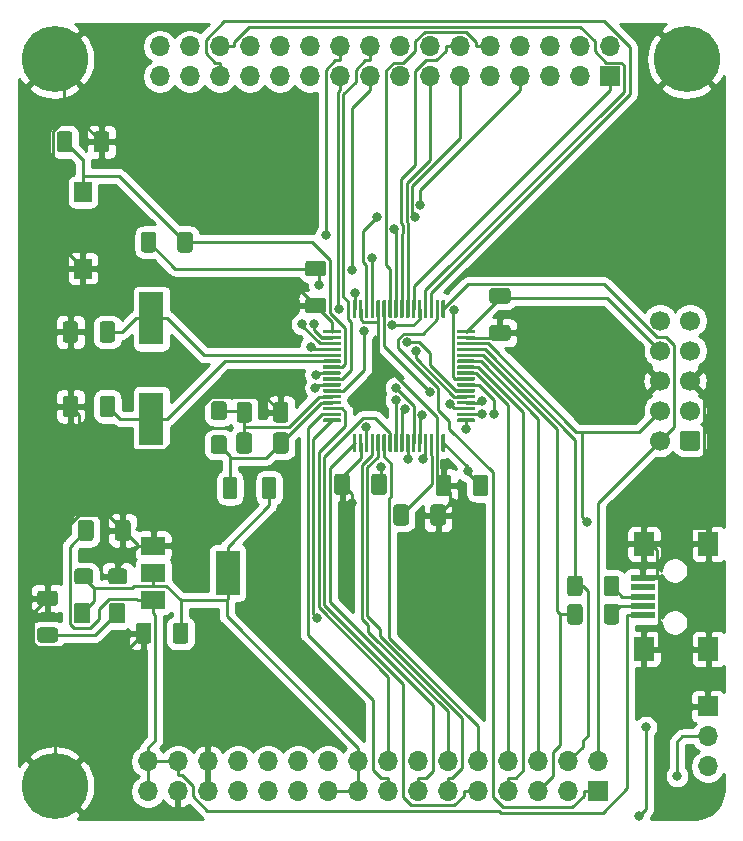
<source format=gtl>
%TF.GenerationSoftware,KiCad,Pcbnew,5.1.9+dfsg1-1+deb11u1*%
%TF.CreationDate,2023-02-15T23:18:43+01:00*%
%TF.ProjectId,STM32F4XX,53544d33-3246-4345-9858-2e6b69636164,0.4*%
%TF.SameCoordinates,Original*%
%TF.FileFunction,Copper,L1,Top*%
%TF.FilePolarity,Positive*%
%FSLAX46Y46*%
G04 Gerber Fmt 4.6, Leading zero omitted, Abs format (unit mm)*
G04 Created by KiCad (PCBNEW 5.1.9+dfsg1-1+deb11u1) date 2023-02-15 23:18:43*
%MOMM*%
%LPD*%
G01*
G04 APERTURE LIST*
%TA.AperFunction,ComponentPad*%
%ADD10C,1.700000*%
%TD*%
%TA.AperFunction,SMDPad,CuDef*%
%ADD11R,2.000000X4.500000*%
%TD*%
%TA.AperFunction,ComponentPad*%
%ADD12O,1.700000X1.700000*%
%TD*%
%TA.AperFunction,ComponentPad*%
%ADD13R,1.700000X1.700000*%
%TD*%
%TA.AperFunction,ComponentPad*%
%ADD14C,5.600000*%
%TD*%
%TA.AperFunction,SMDPad,CuDef*%
%ADD15R,2.000000X1.500000*%
%TD*%
%TA.AperFunction,SMDPad,CuDef*%
%ADD16R,2.000000X3.800000*%
%TD*%
%TA.AperFunction,SMDPad,CuDef*%
%ADD17R,1.700000X2.000000*%
%TD*%
%TA.AperFunction,SMDPad,CuDef*%
%ADD18R,2.000000X0.500000*%
%TD*%
%TA.AperFunction,SMDPad,CuDef*%
%ADD19R,1.500000X1.700000*%
%TD*%
%TA.AperFunction,ViaPad*%
%ADD20C,0.800000*%
%TD*%
%TA.AperFunction,Conductor*%
%ADD21C,0.250000*%
%TD*%
%TA.AperFunction,Conductor*%
%ADD22C,0.254000*%
%TD*%
%TA.AperFunction,Conductor*%
%ADD23C,0.100000*%
%TD*%
G04 APERTURE END LIST*
%TO.P,R5,2*%
%TO.N,GND*%
%TA.AperFunction,SMDPad,CuDef*%
G36*
G01*
X120525001Y-105800000D02*
X119274999Y-105800000D01*
G75*
G02*
X119025000Y-105550001I0J249999D01*
G01*
X119025000Y-104749999D01*
G75*
G02*
X119274999Y-104500000I249999J0D01*
G01*
X120525001Y-104500000D01*
G75*
G02*
X120775000Y-104749999I0J-249999D01*
G01*
X120775000Y-105550001D01*
G75*
G02*
X120525001Y-105800000I-249999J0D01*
G01*
G37*
%TD.AperFunction*%
%TO.P,R5,1*%
%TO.N,Net-(D1-Pad1)*%
%TA.AperFunction,SMDPad,CuDef*%
G36*
G01*
X120525001Y-108900000D02*
X119274999Y-108900000D01*
G75*
G02*
X119025000Y-108650001I0J249999D01*
G01*
X119025000Y-107849999D01*
G75*
G02*
X119274999Y-107600000I249999J0D01*
G01*
X120525001Y-107600000D01*
G75*
G02*
X120775000Y-107849999I0J-249999D01*
G01*
X120775000Y-108650001D01*
G75*
G02*
X120525001Y-108900000I-249999J0D01*
G01*
G37*
%TD.AperFunction*%
%TD*%
D10*
%TO.P,J5,10*%
%TO.N,Net-(J5-Pad10)*%
X171760000Y-81640000D03*
%TO.P,J5,8*%
%TO.N,+3V3*%
X171760000Y-84180000D03*
%TO.P,J5,6*%
%TO.N,GND*%
X171760000Y-86720000D03*
%TO.P,J5,4*%
%TO.N,A13*%
X171760000Y-89260000D03*
%TO.P,J5,2*%
%TO.N,A14*%
X171760000Y-91800000D03*
%TO.P,J5,9*%
%TO.N,Net-(J5-Pad9)*%
X174300000Y-81640000D03*
%TO.P,J5,7*%
%TO.N,Net-(J5-Pad7)*%
X174300000Y-84180000D03*
%TO.P,J5,5*%
%TO.N,GND*%
X174300000Y-86720000D03*
%TO.P,J5,3*%
%TO.N,Net-(J5-Pad3)*%
X174300000Y-89260000D03*
%TO.P,J5,1*%
%TO.N,Net-(J5-Pad1)*%
%TA.AperFunction,ComponentPad*%
G36*
G01*
X175150000Y-91200000D02*
X175150000Y-92400000D01*
G75*
G02*
X174900000Y-92650000I-250000J0D01*
G01*
X173700000Y-92650000D01*
G75*
G02*
X173450000Y-92400000I0J250000D01*
G01*
X173450000Y-91200000D01*
G75*
G02*
X173700000Y-90950000I250000J0D01*
G01*
X174900000Y-90950000D01*
G75*
G02*
X175150000Y-91200000I0J-250000D01*
G01*
G37*
%TD.AperFunction*%
%TD*%
%TO.P,C1,2*%
%TO.N,GND*%
%TA.AperFunction,SMDPad,CuDef*%
G36*
G01*
X141949997Y-79700000D02*
X143250003Y-79700000D01*
G75*
G02*
X143500000Y-79949997I0J-249997D01*
G01*
X143500000Y-80775003D01*
G75*
G02*
X143250003Y-81025000I-249997J0D01*
G01*
X141949997Y-81025000D01*
G75*
G02*
X141700000Y-80775003I0J249997D01*
G01*
X141700000Y-79949997D01*
G75*
G02*
X141949997Y-79700000I249997J0D01*
G01*
G37*
%TD.AperFunction*%
%TO.P,C1,1*%
%TO.N,+3V3*%
%TA.AperFunction,SMDPad,CuDef*%
G36*
G01*
X141949997Y-76575000D02*
X143250003Y-76575000D01*
G75*
G02*
X143500000Y-76824997I0J-249997D01*
G01*
X143500000Y-77650003D01*
G75*
G02*
X143250003Y-77900000I-249997J0D01*
G01*
X141949997Y-77900000D01*
G75*
G02*
X141700000Y-77650003I0J249997D01*
G01*
X141700000Y-76824997D01*
G75*
G02*
X141949997Y-76575000I249997J0D01*
G01*
G37*
%TD.AperFunction*%
%TD*%
%TO.P,C6,2*%
%TO.N,/VSSA*%
%TA.AperFunction,SMDPad,CuDef*%
G36*
G01*
X134825001Y-90050000D02*
X133974999Y-90050000D01*
G75*
G02*
X133725000Y-89800001I0J249999D01*
G01*
X133725000Y-88724999D01*
G75*
G02*
X133974999Y-88475000I249999J0D01*
G01*
X134825001Y-88475000D01*
G75*
G02*
X135075000Y-88724999I0J-249999D01*
G01*
X135075000Y-89800001D01*
G75*
G02*
X134825001Y-90050000I-249999J0D01*
G01*
G37*
%TD.AperFunction*%
%TO.P,C6,1*%
%TO.N,/ANALOG_VDD*%
%TA.AperFunction,SMDPad,CuDef*%
G36*
G01*
X134825001Y-92925000D02*
X133974999Y-92925000D01*
G75*
G02*
X133725000Y-92675001I0J249999D01*
G01*
X133725000Y-91599999D01*
G75*
G02*
X133974999Y-91350000I249999J0D01*
G01*
X134825001Y-91350000D01*
G75*
G02*
X135075000Y-91599999I0J-249999D01*
G01*
X135075000Y-92675001D01*
G75*
G02*
X134825001Y-92925000I-249999J0D01*
G01*
G37*
%TD.AperFunction*%
%TD*%
%TO.P,C8,2*%
%TO.N,GND*%
%TA.AperFunction,SMDPad,CuDef*%
G36*
G01*
X152300000Y-98750003D02*
X152300000Y-97449997D01*
G75*
G02*
X152549997Y-97200000I249997J0D01*
G01*
X153375003Y-97200000D01*
G75*
G02*
X153625000Y-97449997I0J-249997D01*
G01*
X153625000Y-98750003D01*
G75*
G02*
X153375003Y-99000000I-249997J0D01*
G01*
X152549997Y-99000000D01*
G75*
G02*
X152300000Y-98750003I0J249997D01*
G01*
G37*
%TD.AperFunction*%
%TO.P,C8,1*%
%TO.N,Net-(C8-Pad1)*%
%TA.AperFunction,SMDPad,CuDef*%
G36*
G01*
X149175000Y-98750003D02*
X149175000Y-97449997D01*
G75*
G02*
X149424997Y-97200000I249997J0D01*
G01*
X150250003Y-97200000D01*
G75*
G02*
X150500000Y-97449997I0J-249997D01*
G01*
X150500000Y-98750003D01*
G75*
G02*
X150250003Y-99000000I-249997J0D01*
G01*
X149424997Y-99000000D01*
G75*
G02*
X149175000Y-98750003I0J249997D01*
G01*
G37*
%TD.AperFunction*%
%TD*%
%TO.P,D1,2*%
%TO.N,+3V3*%
%TA.AperFunction,SMDPad,CuDef*%
G36*
G01*
X123525000Y-105775000D02*
X123525000Y-107025000D01*
G75*
G02*
X123275000Y-107275000I-250000J0D01*
G01*
X122350000Y-107275000D01*
G75*
G02*
X122100000Y-107025000I0J250000D01*
G01*
X122100000Y-105775000D01*
G75*
G02*
X122350000Y-105525000I250000J0D01*
G01*
X123275000Y-105525000D01*
G75*
G02*
X123525000Y-105775000I0J-250000D01*
G01*
G37*
%TD.AperFunction*%
%TO.P,D1,1*%
%TO.N,Net-(D1-Pad1)*%
%TA.AperFunction,SMDPad,CuDef*%
G36*
G01*
X126500000Y-105775000D02*
X126500000Y-107025000D01*
G75*
G02*
X126250000Y-107275000I-250000J0D01*
G01*
X125325000Y-107275000D01*
G75*
G02*
X125075000Y-107025000I0J250000D01*
G01*
X125075000Y-105775000D01*
G75*
G02*
X125325000Y-105525000I250000J0D01*
G01*
X126250000Y-105525000D01*
G75*
G02*
X126500000Y-105775000I0J-250000D01*
G01*
G37*
%TD.AperFunction*%
%TD*%
%TO.P,FB1,2*%
%TO.N,+3V3*%
%TA.AperFunction,SMDPad,CuDef*%
G36*
G01*
X138050000Y-96500001D02*
X138050000Y-95099999D01*
G75*
G02*
X138299999Y-94850000I249999J0D01*
G01*
X139025001Y-94850000D01*
G75*
G02*
X139275000Y-95099999I0J-249999D01*
G01*
X139275000Y-96500001D01*
G75*
G02*
X139025001Y-96750000I-249999J0D01*
G01*
X138299999Y-96750000D01*
G75*
G02*
X138050000Y-96500001I0J249999D01*
G01*
G37*
%TD.AperFunction*%
%TO.P,FB1,1*%
%TO.N,/ANALOG_VDD*%
%TA.AperFunction,SMDPad,CuDef*%
G36*
G01*
X134725000Y-96500001D02*
X134725000Y-95099999D01*
G75*
G02*
X134974999Y-94850000I249999J0D01*
G01*
X135700001Y-94850000D01*
G75*
G02*
X135950000Y-95099999I0J-249999D01*
G01*
X135950000Y-96500001D01*
G75*
G02*
X135700001Y-96750000I-249999J0D01*
G01*
X134974999Y-96750000D01*
G75*
G02*
X134725000Y-96500001I0J249999D01*
G01*
G37*
%TD.AperFunction*%
%TD*%
%TO.P,R1,2*%
%TO.N,Net-(C7-Pad1)*%
%TA.AperFunction,SMDPad,CuDef*%
G36*
G01*
X130900000Y-75625001D02*
X130900000Y-74374999D01*
G75*
G02*
X131149999Y-74125000I249999J0D01*
G01*
X131950001Y-74125000D01*
G75*
G02*
X132200000Y-74374999I0J-249999D01*
G01*
X132200000Y-75625001D01*
G75*
G02*
X131950001Y-75875000I-249999J0D01*
G01*
X131149999Y-75875000D01*
G75*
G02*
X130900000Y-75625001I0J249999D01*
G01*
G37*
%TD.AperFunction*%
%TO.P,R1,1*%
%TO.N,+3V3*%
%TA.AperFunction,SMDPad,CuDef*%
G36*
G01*
X127800000Y-75625001D02*
X127800000Y-74374999D01*
G75*
G02*
X128049999Y-74125000I249999J0D01*
G01*
X128850001Y-74125000D01*
G75*
G02*
X129100000Y-74374999I0J-249999D01*
G01*
X129100000Y-75625001D01*
G75*
G02*
X128850001Y-75875000I-249999J0D01*
G01*
X128049999Y-75875000D01*
G75*
G02*
X127800000Y-75625001I0J249999D01*
G01*
G37*
%TD.AperFunction*%
%TD*%
%TO.P,R2,2*%
%TO.N,GND*%
%TA.AperFunction,SMDPad,CuDef*%
G36*
G01*
X139000000Y-90025001D02*
X139000000Y-88774999D01*
G75*
G02*
X139249999Y-88525000I249999J0D01*
G01*
X140050001Y-88525000D01*
G75*
G02*
X140300000Y-88774999I0J-249999D01*
G01*
X140300000Y-90025001D01*
G75*
G02*
X140050001Y-90275000I-249999J0D01*
G01*
X139249999Y-90275000D01*
G75*
G02*
X139000000Y-90025001I0J249999D01*
G01*
G37*
%TD.AperFunction*%
%TO.P,R2,1*%
%TO.N,/VSSA*%
%TA.AperFunction,SMDPad,CuDef*%
G36*
G01*
X135900000Y-90025001D02*
X135900000Y-88774999D01*
G75*
G02*
X136149999Y-88525000I249999J0D01*
G01*
X136950001Y-88525000D01*
G75*
G02*
X137200000Y-88774999I0J-249999D01*
G01*
X137200000Y-90025001D01*
G75*
G02*
X136950001Y-90275000I-249999J0D01*
G01*
X136149999Y-90275000D01*
G75*
G02*
X135900000Y-90025001I0J249999D01*
G01*
G37*
%TD.AperFunction*%
%TD*%
%TO.P,R4,2*%
%TO.N,Net-(J3-Pad2)*%
%TA.AperFunction,SMDPad,CuDef*%
G36*
G01*
X167000000Y-107125001D02*
X167000000Y-105874999D01*
G75*
G02*
X167249999Y-105625000I249999J0D01*
G01*
X168050001Y-105625000D01*
G75*
G02*
X168300000Y-105874999I0J-249999D01*
G01*
X168300000Y-107125001D01*
G75*
G02*
X168050001Y-107375000I-249999J0D01*
G01*
X167249999Y-107375000D01*
G75*
G02*
X167000000Y-107125001I0J249999D01*
G01*
G37*
%TD.AperFunction*%
%TO.P,R4,1*%
%TO.N,A11*%
%TA.AperFunction,SMDPad,CuDef*%
G36*
G01*
X163900000Y-107125001D02*
X163900000Y-105874999D01*
G75*
G02*
X164149999Y-105625000I249999J0D01*
G01*
X164950001Y-105625000D01*
G75*
G02*
X165200000Y-105874999I0J-249999D01*
G01*
X165200000Y-107125001D01*
G75*
G02*
X164950001Y-107375000I-249999J0D01*
G01*
X164149999Y-107375000D01*
G75*
G02*
X163900000Y-107125001I0J249999D01*
G01*
G37*
%TD.AperFunction*%
%TD*%
%TO.P,U1,64*%
%TO.N,+3V3*%
%TA.AperFunction,SMDPad,CuDef*%
G36*
G01*
X145750000Y-81350000D02*
X145750000Y-79950000D01*
G75*
G02*
X145825000Y-79875000I75000J0D01*
G01*
X145975000Y-79875000D01*
G75*
G02*
X146050000Y-79950000I0J-75000D01*
G01*
X146050000Y-81350000D01*
G75*
G02*
X145975000Y-81425000I-75000J0D01*
G01*
X145825000Y-81425000D01*
G75*
G02*
X145750000Y-81350000I0J75000D01*
G01*
G37*
%TD.AperFunction*%
%TO.P,U1,63*%
%TO.N,GND*%
%TA.AperFunction,SMDPad,CuDef*%
G36*
G01*
X146250000Y-81350000D02*
X146250000Y-79950000D01*
G75*
G02*
X146325000Y-79875000I75000J0D01*
G01*
X146475000Y-79875000D01*
G75*
G02*
X146550000Y-79950000I0J-75000D01*
G01*
X146550000Y-81350000D01*
G75*
G02*
X146475000Y-81425000I-75000J0D01*
G01*
X146325000Y-81425000D01*
G75*
G02*
X146250000Y-81350000I0J75000D01*
G01*
G37*
%TD.AperFunction*%
%TO.P,U1,62*%
%TO.N,B9*%
%TA.AperFunction,SMDPad,CuDef*%
G36*
G01*
X146750000Y-81350000D02*
X146750000Y-79950000D01*
G75*
G02*
X146825000Y-79875000I75000J0D01*
G01*
X146975000Y-79875000D01*
G75*
G02*
X147050000Y-79950000I0J-75000D01*
G01*
X147050000Y-81350000D01*
G75*
G02*
X146975000Y-81425000I-75000J0D01*
G01*
X146825000Y-81425000D01*
G75*
G02*
X146750000Y-81350000I0J75000D01*
G01*
G37*
%TD.AperFunction*%
%TO.P,U1,61*%
%TO.N,B8*%
%TA.AperFunction,SMDPad,CuDef*%
G36*
G01*
X147250000Y-81350000D02*
X147250000Y-79950000D01*
G75*
G02*
X147325000Y-79875000I75000J0D01*
G01*
X147475000Y-79875000D01*
G75*
G02*
X147550000Y-79950000I0J-75000D01*
G01*
X147550000Y-81350000D01*
G75*
G02*
X147475000Y-81425000I-75000J0D01*
G01*
X147325000Y-81425000D01*
G75*
G02*
X147250000Y-81350000I0J75000D01*
G01*
G37*
%TD.AperFunction*%
%TO.P,U1,60*%
%TO.N,GND*%
%TA.AperFunction,SMDPad,CuDef*%
G36*
G01*
X147750000Y-81350000D02*
X147750000Y-79950000D01*
G75*
G02*
X147825000Y-79875000I75000J0D01*
G01*
X147975000Y-79875000D01*
G75*
G02*
X148050000Y-79950000I0J-75000D01*
G01*
X148050000Y-81350000D01*
G75*
G02*
X147975000Y-81425000I-75000J0D01*
G01*
X147825000Y-81425000D01*
G75*
G02*
X147750000Y-81350000I0J75000D01*
G01*
G37*
%TD.AperFunction*%
%TO.P,U1,59*%
%TO.N,B7*%
%TA.AperFunction,SMDPad,CuDef*%
G36*
G01*
X148250000Y-81350000D02*
X148250000Y-79950000D01*
G75*
G02*
X148325000Y-79875000I75000J0D01*
G01*
X148475000Y-79875000D01*
G75*
G02*
X148550000Y-79950000I0J-75000D01*
G01*
X148550000Y-81350000D01*
G75*
G02*
X148475000Y-81425000I-75000J0D01*
G01*
X148325000Y-81425000D01*
G75*
G02*
X148250000Y-81350000I0J75000D01*
G01*
G37*
%TD.AperFunction*%
%TO.P,U1,58*%
%TO.N,B6*%
%TA.AperFunction,SMDPad,CuDef*%
G36*
G01*
X148750000Y-81350000D02*
X148750000Y-79950000D01*
G75*
G02*
X148825000Y-79875000I75000J0D01*
G01*
X148975000Y-79875000D01*
G75*
G02*
X149050000Y-79950000I0J-75000D01*
G01*
X149050000Y-81350000D01*
G75*
G02*
X148975000Y-81425000I-75000J0D01*
G01*
X148825000Y-81425000D01*
G75*
G02*
X148750000Y-81350000I0J75000D01*
G01*
G37*
%TD.AperFunction*%
%TO.P,U1,57*%
%TO.N,B5*%
%TA.AperFunction,SMDPad,CuDef*%
G36*
G01*
X149250000Y-81350000D02*
X149250000Y-79950000D01*
G75*
G02*
X149325000Y-79875000I75000J0D01*
G01*
X149475000Y-79875000D01*
G75*
G02*
X149550000Y-79950000I0J-75000D01*
G01*
X149550000Y-81350000D01*
G75*
G02*
X149475000Y-81425000I-75000J0D01*
G01*
X149325000Y-81425000D01*
G75*
G02*
X149250000Y-81350000I0J75000D01*
G01*
G37*
%TD.AperFunction*%
%TO.P,U1,56*%
%TO.N,B4*%
%TA.AperFunction,SMDPad,CuDef*%
G36*
G01*
X149750000Y-81350000D02*
X149750000Y-79950000D01*
G75*
G02*
X149825000Y-79875000I75000J0D01*
G01*
X149975000Y-79875000D01*
G75*
G02*
X150050000Y-79950000I0J-75000D01*
G01*
X150050000Y-81350000D01*
G75*
G02*
X149975000Y-81425000I-75000J0D01*
G01*
X149825000Y-81425000D01*
G75*
G02*
X149750000Y-81350000I0J75000D01*
G01*
G37*
%TD.AperFunction*%
%TO.P,U1,55*%
%TO.N,B3*%
%TA.AperFunction,SMDPad,CuDef*%
G36*
G01*
X150250000Y-81350000D02*
X150250000Y-79950000D01*
G75*
G02*
X150325000Y-79875000I75000J0D01*
G01*
X150475000Y-79875000D01*
G75*
G02*
X150550000Y-79950000I0J-75000D01*
G01*
X150550000Y-81350000D01*
G75*
G02*
X150475000Y-81425000I-75000J0D01*
G01*
X150325000Y-81425000D01*
G75*
G02*
X150250000Y-81350000I0J75000D01*
G01*
G37*
%TD.AperFunction*%
%TO.P,U1,54*%
%TO.N,D2*%
%TA.AperFunction,SMDPad,CuDef*%
G36*
G01*
X150750000Y-81350000D02*
X150750000Y-79950000D01*
G75*
G02*
X150825000Y-79875000I75000J0D01*
G01*
X150975000Y-79875000D01*
G75*
G02*
X151050000Y-79950000I0J-75000D01*
G01*
X151050000Y-81350000D01*
G75*
G02*
X150975000Y-81425000I-75000J0D01*
G01*
X150825000Y-81425000D01*
G75*
G02*
X150750000Y-81350000I0J75000D01*
G01*
G37*
%TD.AperFunction*%
%TO.P,U1,53*%
%TO.N,C12*%
%TA.AperFunction,SMDPad,CuDef*%
G36*
G01*
X151250000Y-81350000D02*
X151250000Y-79950000D01*
G75*
G02*
X151325000Y-79875000I75000J0D01*
G01*
X151475000Y-79875000D01*
G75*
G02*
X151550000Y-79950000I0J-75000D01*
G01*
X151550000Y-81350000D01*
G75*
G02*
X151475000Y-81425000I-75000J0D01*
G01*
X151325000Y-81425000D01*
G75*
G02*
X151250000Y-81350000I0J75000D01*
G01*
G37*
%TD.AperFunction*%
%TO.P,U1,52*%
%TO.N,C11*%
%TA.AperFunction,SMDPad,CuDef*%
G36*
G01*
X151750000Y-81350000D02*
X151750000Y-79950000D01*
G75*
G02*
X151825000Y-79875000I75000J0D01*
G01*
X151975000Y-79875000D01*
G75*
G02*
X152050000Y-79950000I0J-75000D01*
G01*
X152050000Y-81350000D01*
G75*
G02*
X151975000Y-81425000I-75000J0D01*
G01*
X151825000Y-81425000D01*
G75*
G02*
X151750000Y-81350000I0J75000D01*
G01*
G37*
%TD.AperFunction*%
%TO.P,U1,51*%
%TO.N,C10*%
%TA.AperFunction,SMDPad,CuDef*%
G36*
G01*
X152250000Y-81350000D02*
X152250000Y-79950000D01*
G75*
G02*
X152325000Y-79875000I75000J0D01*
G01*
X152475000Y-79875000D01*
G75*
G02*
X152550000Y-79950000I0J-75000D01*
G01*
X152550000Y-81350000D01*
G75*
G02*
X152475000Y-81425000I-75000J0D01*
G01*
X152325000Y-81425000D01*
G75*
G02*
X152250000Y-81350000I0J75000D01*
G01*
G37*
%TD.AperFunction*%
%TO.P,U1,50*%
%TO.N,A15*%
%TA.AperFunction,SMDPad,CuDef*%
G36*
G01*
X152750000Y-81350000D02*
X152750000Y-79950000D01*
G75*
G02*
X152825000Y-79875000I75000J0D01*
G01*
X152975000Y-79875000D01*
G75*
G02*
X153050000Y-79950000I0J-75000D01*
G01*
X153050000Y-81350000D01*
G75*
G02*
X152975000Y-81425000I-75000J0D01*
G01*
X152825000Y-81425000D01*
G75*
G02*
X152750000Y-81350000I0J75000D01*
G01*
G37*
%TD.AperFunction*%
%TO.P,U1,49*%
%TO.N,A14*%
%TA.AperFunction,SMDPad,CuDef*%
G36*
G01*
X153250000Y-81350000D02*
X153250000Y-79950000D01*
G75*
G02*
X153325000Y-79875000I75000J0D01*
G01*
X153475000Y-79875000D01*
G75*
G02*
X153550000Y-79950000I0J-75000D01*
G01*
X153550000Y-81350000D01*
G75*
G02*
X153475000Y-81425000I-75000J0D01*
G01*
X153325000Y-81425000D01*
G75*
G02*
X153250000Y-81350000I0J75000D01*
G01*
G37*
%TD.AperFunction*%
%TO.P,U1,48*%
%TO.N,+3V3*%
%TA.AperFunction,SMDPad,CuDef*%
G36*
G01*
X154550000Y-82650000D02*
X154550000Y-82500000D01*
G75*
G02*
X154625000Y-82425000I75000J0D01*
G01*
X156025000Y-82425000D01*
G75*
G02*
X156100000Y-82500000I0J-75000D01*
G01*
X156100000Y-82650000D01*
G75*
G02*
X156025000Y-82725000I-75000J0D01*
G01*
X154625000Y-82725000D01*
G75*
G02*
X154550000Y-82650000I0J75000D01*
G01*
G37*
%TD.AperFunction*%
%TO.P,U1,47*%
%TO.N,GND*%
%TA.AperFunction,SMDPad,CuDef*%
G36*
G01*
X154550000Y-83150000D02*
X154550000Y-83000000D01*
G75*
G02*
X154625000Y-82925000I75000J0D01*
G01*
X156025000Y-82925000D01*
G75*
G02*
X156100000Y-83000000I0J-75000D01*
G01*
X156100000Y-83150000D01*
G75*
G02*
X156025000Y-83225000I-75000J0D01*
G01*
X154625000Y-83225000D01*
G75*
G02*
X154550000Y-83150000I0J75000D01*
G01*
G37*
%TD.AperFunction*%
%TO.P,U1,46*%
%TO.N,A13*%
%TA.AperFunction,SMDPad,CuDef*%
G36*
G01*
X154550000Y-83650000D02*
X154550000Y-83500000D01*
G75*
G02*
X154625000Y-83425000I75000J0D01*
G01*
X156025000Y-83425000D01*
G75*
G02*
X156100000Y-83500000I0J-75000D01*
G01*
X156100000Y-83650000D01*
G75*
G02*
X156025000Y-83725000I-75000J0D01*
G01*
X154625000Y-83725000D01*
G75*
G02*
X154550000Y-83650000I0J75000D01*
G01*
G37*
%TD.AperFunction*%
%TO.P,U1,45*%
%TO.N,A12*%
%TA.AperFunction,SMDPad,CuDef*%
G36*
G01*
X154550000Y-84150000D02*
X154550000Y-84000000D01*
G75*
G02*
X154625000Y-83925000I75000J0D01*
G01*
X156025000Y-83925000D01*
G75*
G02*
X156100000Y-84000000I0J-75000D01*
G01*
X156100000Y-84150000D01*
G75*
G02*
X156025000Y-84225000I-75000J0D01*
G01*
X154625000Y-84225000D01*
G75*
G02*
X154550000Y-84150000I0J75000D01*
G01*
G37*
%TD.AperFunction*%
%TO.P,U1,44*%
%TO.N,A11*%
%TA.AperFunction,SMDPad,CuDef*%
G36*
G01*
X154550000Y-84650000D02*
X154550000Y-84500000D01*
G75*
G02*
X154625000Y-84425000I75000J0D01*
G01*
X156025000Y-84425000D01*
G75*
G02*
X156100000Y-84500000I0J-75000D01*
G01*
X156100000Y-84650000D01*
G75*
G02*
X156025000Y-84725000I-75000J0D01*
G01*
X154625000Y-84725000D01*
G75*
G02*
X154550000Y-84650000I0J75000D01*
G01*
G37*
%TD.AperFunction*%
%TO.P,U1,43*%
%TO.N,A10*%
%TA.AperFunction,SMDPad,CuDef*%
G36*
G01*
X154550000Y-85150000D02*
X154550000Y-85000000D01*
G75*
G02*
X154625000Y-84925000I75000J0D01*
G01*
X156025000Y-84925000D01*
G75*
G02*
X156100000Y-85000000I0J-75000D01*
G01*
X156100000Y-85150000D01*
G75*
G02*
X156025000Y-85225000I-75000J0D01*
G01*
X154625000Y-85225000D01*
G75*
G02*
X154550000Y-85150000I0J75000D01*
G01*
G37*
%TD.AperFunction*%
%TO.P,U1,42*%
%TO.N,A9*%
%TA.AperFunction,SMDPad,CuDef*%
G36*
G01*
X154550000Y-85650000D02*
X154550000Y-85500000D01*
G75*
G02*
X154625000Y-85425000I75000J0D01*
G01*
X156025000Y-85425000D01*
G75*
G02*
X156100000Y-85500000I0J-75000D01*
G01*
X156100000Y-85650000D01*
G75*
G02*
X156025000Y-85725000I-75000J0D01*
G01*
X154625000Y-85725000D01*
G75*
G02*
X154550000Y-85650000I0J75000D01*
G01*
G37*
%TD.AperFunction*%
%TO.P,U1,41*%
%TO.N,A8*%
%TA.AperFunction,SMDPad,CuDef*%
G36*
G01*
X154550000Y-86150000D02*
X154550000Y-86000000D01*
G75*
G02*
X154625000Y-85925000I75000J0D01*
G01*
X156025000Y-85925000D01*
G75*
G02*
X156100000Y-86000000I0J-75000D01*
G01*
X156100000Y-86150000D01*
G75*
G02*
X156025000Y-86225000I-75000J0D01*
G01*
X154625000Y-86225000D01*
G75*
G02*
X154550000Y-86150000I0J75000D01*
G01*
G37*
%TD.AperFunction*%
%TO.P,U1,40*%
%TO.N,C9*%
%TA.AperFunction,SMDPad,CuDef*%
G36*
G01*
X154550000Y-86650000D02*
X154550000Y-86500000D01*
G75*
G02*
X154625000Y-86425000I75000J0D01*
G01*
X156025000Y-86425000D01*
G75*
G02*
X156100000Y-86500000I0J-75000D01*
G01*
X156100000Y-86650000D01*
G75*
G02*
X156025000Y-86725000I-75000J0D01*
G01*
X154625000Y-86725000D01*
G75*
G02*
X154550000Y-86650000I0J75000D01*
G01*
G37*
%TD.AperFunction*%
%TO.P,U1,39*%
%TO.N,C8*%
%TA.AperFunction,SMDPad,CuDef*%
G36*
G01*
X154550000Y-87150000D02*
X154550000Y-87000000D01*
G75*
G02*
X154625000Y-86925000I75000J0D01*
G01*
X156025000Y-86925000D01*
G75*
G02*
X156100000Y-87000000I0J-75000D01*
G01*
X156100000Y-87150000D01*
G75*
G02*
X156025000Y-87225000I-75000J0D01*
G01*
X154625000Y-87225000D01*
G75*
G02*
X154550000Y-87150000I0J75000D01*
G01*
G37*
%TD.AperFunction*%
%TO.P,U1,38*%
%TO.N,C7*%
%TA.AperFunction,SMDPad,CuDef*%
G36*
G01*
X154550000Y-87650000D02*
X154550000Y-87500000D01*
G75*
G02*
X154625000Y-87425000I75000J0D01*
G01*
X156025000Y-87425000D01*
G75*
G02*
X156100000Y-87500000I0J-75000D01*
G01*
X156100000Y-87650000D01*
G75*
G02*
X156025000Y-87725000I-75000J0D01*
G01*
X154625000Y-87725000D01*
G75*
G02*
X154550000Y-87650000I0J75000D01*
G01*
G37*
%TD.AperFunction*%
%TO.P,U1,37*%
%TO.N,C6*%
%TA.AperFunction,SMDPad,CuDef*%
G36*
G01*
X154550000Y-88150000D02*
X154550000Y-88000000D01*
G75*
G02*
X154625000Y-87925000I75000J0D01*
G01*
X156025000Y-87925000D01*
G75*
G02*
X156100000Y-88000000I0J-75000D01*
G01*
X156100000Y-88150000D01*
G75*
G02*
X156025000Y-88225000I-75000J0D01*
G01*
X154625000Y-88225000D01*
G75*
G02*
X154550000Y-88150000I0J75000D01*
G01*
G37*
%TD.AperFunction*%
%TO.P,U1,36*%
%TO.N,B15*%
%TA.AperFunction,SMDPad,CuDef*%
G36*
G01*
X154550000Y-88650000D02*
X154550000Y-88500000D01*
G75*
G02*
X154625000Y-88425000I75000J0D01*
G01*
X156025000Y-88425000D01*
G75*
G02*
X156100000Y-88500000I0J-75000D01*
G01*
X156100000Y-88650000D01*
G75*
G02*
X156025000Y-88725000I-75000J0D01*
G01*
X154625000Y-88725000D01*
G75*
G02*
X154550000Y-88650000I0J75000D01*
G01*
G37*
%TD.AperFunction*%
%TO.P,U1,35*%
%TO.N,B14*%
%TA.AperFunction,SMDPad,CuDef*%
G36*
G01*
X154550000Y-89150000D02*
X154550000Y-89000000D01*
G75*
G02*
X154625000Y-88925000I75000J0D01*
G01*
X156025000Y-88925000D01*
G75*
G02*
X156100000Y-89000000I0J-75000D01*
G01*
X156100000Y-89150000D01*
G75*
G02*
X156025000Y-89225000I-75000J0D01*
G01*
X154625000Y-89225000D01*
G75*
G02*
X154550000Y-89150000I0J75000D01*
G01*
G37*
%TD.AperFunction*%
%TO.P,U1,34*%
%TO.N,B13*%
%TA.AperFunction,SMDPad,CuDef*%
G36*
G01*
X154550000Y-89650000D02*
X154550000Y-89500000D01*
G75*
G02*
X154625000Y-89425000I75000J0D01*
G01*
X156025000Y-89425000D01*
G75*
G02*
X156100000Y-89500000I0J-75000D01*
G01*
X156100000Y-89650000D01*
G75*
G02*
X156025000Y-89725000I-75000J0D01*
G01*
X154625000Y-89725000D01*
G75*
G02*
X154550000Y-89650000I0J75000D01*
G01*
G37*
%TD.AperFunction*%
%TO.P,U1,33*%
%TO.N,B12*%
%TA.AperFunction,SMDPad,CuDef*%
G36*
G01*
X154550000Y-90150000D02*
X154550000Y-90000000D01*
G75*
G02*
X154625000Y-89925000I75000J0D01*
G01*
X156025000Y-89925000D01*
G75*
G02*
X156100000Y-90000000I0J-75000D01*
G01*
X156100000Y-90150000D01*
G75*
G02*
X156025000Y-90225000I-75000J0D01*
G01*
X154625000Y-90225000D01*
G75*
G02*
X154550000Y-90150000I0J75000D01*
G01*
G37*
%TD.AperFunction*%
%TO.P,U1,32*%
%TO.N,+3V3*%
%TA.AperFunction,SMDPad,CuDef*%
G36*
G01*
X153250000Y-92700000D02*
X153250000Y-91300000D01*
G75*
G02*
X153325000Y-91225000I75000J0D01*
G01*
X153475000Y-91225000D01*
G75*
G02*
X153550000Y-91300000I0J-75000D01*
G01*
X153550000Y-92700000D01*
G75*
G02*
X153475000Y-92775000I-75000J0D01*
G01*
X153325000Y-92775000D01*
G75*
G02*
X153250000Y-92700000I0J75000D01*
G01*
G37*
%TD.AperFunction*%
%TO.P,U1,31*%
%TO.N,GND*%
%TA.AperFunction,SMDPad,CuDef*%
G36*
G01*
X152750000Y-92700000D02*
X152750000Y-91300000D01*
G75*
G02*
X152825000Y-91225000I75000J0D01*
G01*
X152975000Y-91225000D01*
G75*
G02*
X153050000Y-91300000I0J-75000D01*
G01*
X153050000Y-92700000D01*
G75*
G02*
X152975000Y-92775000I-75000J0D01*
G01*
X152825000Y-92775000D01*
G75*
G02*
X152750000Y-92700000I0J75000D01*
G01*
G37*
%TD.AperFunction*%
%TO.P,U1,30*%
%TO.N,Net-(C8-Pad1)*%
%TA.AperFunction,SMDPad,CuDef*%
G36*
G01*
X152250000Y-92700000D02*
X152250000Y-91300000D01*
G75*
G02*
X152325000Y-91225000I75000J0D01*
G01*
X152475000Y-91225000D01*
G75*
G02*
X152550000Y-91300000I0J-75000D01*
G01*
X152550000Y-92700000D01*
G75*
G02*
X152475000Y-92775000I-75000J0D01*
G01*
X152325000Y-92775000D01*
G75*
G02*
X152250000Y-92700000I0J75000D01*
G01*
G37*
%TD.AperFunction*%
%TO.P,U1,29*%
%TO.N,B10*%
%TA.AperFunction,SMDPad,CuDef*%
G36*
G01*
X151750000Y-92700000D02*
X151750000Y-91300000D01*
G75*
G02*
X151825000Y-91225000I75000J0D01*
G01*
X151975000Y-91225000D01*
G75*
G02*
X152050000Y-91300000I0J-75000D01*
G01*
X152050000Y-92700000D01*
G75*
G02*
X151975000Y-92775000I-75000J0D01*
G01*
X151825000Y-92775000D01*
G75*
G02*
X151750000Y-92700000I0J75000D01*
G01*
G37*
%TD.AperFunction*%
%TO.P,U1,28*%
%TO.N,B2*%
%TA.AperFunction,SMDPad,CuDef*%
G36*
G01*
X151250000Y-92700000D02*
X151250000Y-91300000D01*
G75*
G02*
X151325000Y-91225000I75000J0D01*
G01*
X151475000Y-91225000D01*
G75*
G02*
X151550000Y-91300000I0J-75000D01*
G01*
X151550000Y-92700000D01*
G75*
G02*
X151475000Y-92775000I-75000J0D01*
G01*
X151325000Y-92775000D01*
G75*
G02*
X151250000Y-92700000I0J75000D01*
G01*
G37*
%TD.AperFunction*%
%TO.P,U1,27*%
%TO.N,B1*%
%TA.AperFunction,SMDPad,CuDef*%
G36*
G01*
X150750000Y-92700000D02*
X150750000Y-91300000D01*
G75*
G02*
X150825000Y-91225000I75000J0D01*
G01*
X150975000Y-91225000D01*
G75*
G02*
X151050000Y-91300000I0J-75000D01*
G01*
X151050000Y-92700000D01*
G75*
G02*
X150975000Y-92775000I-75000J0D01*
G01*
X150825000Y-92775000D01*
G75*
G02*
X150750000Y-92700000I0J75000D01*
G01*
G37*
%TD.AperFunction*%
%TO.P,U1,26*%
%TO.N,B0*%
%TA.AperFunction,SMDPad,CuDef*%
G36*
G01*
X150250000Y-92700000D02*
X150250000Y-91300000D01*
G75*
G02*
X150325000Y-91225000I75000J0D01*
G01*
X150475000Y-91225000D01*
G75*
G02*
X150550000Y-91300000I0J-75000D01*
G01*
X150550000Y-92700000D01*
G75*
G02*
X150475000Y-92775000I-75000J0D01*
G01*
X150325000Y-92775000D01*
G75*
G02*
X150250000Y-92700000I0J75000D01*
G01*
G37*
%TD.AperFunction*%
%TO.P,U1,25*%
%TO.N,C5*%
%TA.AperFunction,SMDPad,CuDef*%
G36*
G01*
X149750000Y-92700000D02*
X149750000Y-91300000D01*
G75*
G02*
X149825000Y-91225000I75000J0D01*
G01*
X149975000Y-91225000D01*
G75*
G02*
X150050000Y-91300000I0J-75000D01*
G01*
X150050000Y-92700000D01*
G75*
G02*
X149975000Y-92775000I-75000J0D01*
G01*
X149825000Y-92775000D01*
G75*
G02*
X149750000Y-92700000I0J75000D01*
G01*
G37*
%TD.AperFunction*%
%TO.P,U1,24*%
%TO.N,C4*%
%TA.AperFunction,SMDPad,CuDef*%
G36*
G01*
X149250000Y-92700000D02*
X149250000Y-91300000D01*
G75*
G02*
X149325000Y-91225000I75000J0D01*
G01*
X149475000Y-91225000D01*
G75*
G02*
X149550000Y-91300000I0J-75000D01*
G01*
X149550000Y-92700000D01*
G75*
G02*
X149475000Y-92775000I-75000J0D01*
G01*
X149325000Y-92775000D01*
G75*
G02*
X149250000Y-92700000I0J75000D01*
G01*
G37*
%TD.AperFunction*%
%TO.P,U1,23*%
%TO.N,A7*%
%TA.AperFunction,SMDPad,CuDef*%
G36*
G01*
X148750000Y-92700000D02*
X148750000Y-91300000D01*
G75*
G02*
X148825000Y-91225000I75000J0D01*
G01*
X148975000Y-91225000D01*
G75*
G02*
X149050000Y-91300000I0J-75000D01*
G01*
X149050000Y-92700000D01*
G75*
G02*
X148975000Y-92775000I-75000J0D01*
G01*
X148825000Y-92775000D01*
G75*
G02*
X148750000Y-92700000I0J75000D01*
G01*
G37*
%TD.AperFunction*%
%TO.P,U1,22*%
%TO.N,A6*%
%TA.AperFunction,SMDPad,CuDef*%
G36*
G01*
X148250000Y-92700000D02*
X148250000Y-91300000D01*
G75*
G02*
X148325000Y-91225000I75000J0D01*
G01*
X148475000Y-91225000D01*
G75*
G02*
X148550000Y-91300000I0J-75000D01*
G01*
X148550000Y-92700000D01*
G75*
G02*
X148475000Y-92775000I-75000J0D01*
G01*
X148325000Y-92775000D01*
G75*
G02*
X148250000Y-92700000I0J75000D01*
G01*
G37*
%TD.AperFunction*%
%TO.P,U1,21*%
%TO.N,A5*%
%TA.AperFunction,SMDPad,CuDef*%
G36*
G01*
X147750000Y-92700000D02*
X147750000Y-91300000D01*
G75*
G02*
X147825000Y-91225000I75000J0D01*
G01*
X147975000Y-91225000D01*
G75*
G02*
X148050000Y-91300000I0J-75000D01*
G01*
X148050000Y-92700000D01*
G75*
G02*
X147975000Y-92775000I-75000J0D01*
G01*
X147825000Y-92775000D01*
G75*
G02*
X147750000Y-92700000I0J75000D01*
G01*
G37*
%TD.AperFunction*%
%TO.P,U1,20*%
%TO.N,A4*%
%TA.AperFunction,SMDPad,CuDef*%
G36*
G01*
X147250000Y-92700000D02*
X147250000Y-91300000D01*
G75*
G02*
X147325000Y-91225000I75000J0D01*
G01*
X147475000Y-91225000D01*
G75*
G02*
X147550000Y-91300000I0J-75000D01*
G01*
X147550000Y-92700000D01*
G75*
G02*
X147475000Y-92775000I-75000J0D01*
G01*
X147325000Y-92775000D01*
G75*
G02*
X147250000Y-92700000I0J75000D01*
G01*
G37*
%TD.AperFunction*%
%TO.P,U1,19*%
%TO.N,+3V3*%
%TA.AperFunction,SMDPad,CuDef*%
G36*
G01*
X146750000Y-92700000D02*
X146750000Y-91300000D01*
G75*
G02*
X146825000Y-91225000I75000J0D01*
G01*
X146975000Y-91225000D01*
G75*
G02*
X147050000Y-91300000I0J-75000D01*
G01*
X147050000Y-92700000D01*
G75*
G02*
X146975000Y-92775000I-75000J0D01*
G01*
X146825000Y-92775000D01*
G75*
G02*
X146750000Y-92700000I0J75000D01*
G01*
G37*
%TD.AperFunction*%
%TO.P,U1,18*%
%TO.N,GND*%
%TA.AperFunction,SMDPad,CuDef*%
G36*
G01*
X146250000Y-92700000D02*
X146250000Y-91300000D01*
G75*
G02*
X146325000Y-91225000I75000J0D01*
G01*
X146475000Y-91225000D01*
G75*
G02*
X146550000Y-91300000I0J-75000D01*
G01*
X146550000Y-92700000D01*
G75*
G02*
X146475000Y-92775000I-75000J0D01*
G01*
X146325000Y-92775000D01*
G75*
G02*
X146250000Y-92700000I0J75000D01*
G01*
G37*
%TD.AperFunction*%
%TO.P,U1,17*%
%TO.N,A3*%
%TA.AperFunction,SMDPad,CuDef*%
G36*
G01*
X145750000Y-92700000D02*
X145750000Y-91300000D01*
G75*
G02*
X145825000Y-91225000I75000J0D01*
G01*
X145975000Y-91225000D01*
G75*
G02*
X146050000Y-91300000I0J-75000D01*
G01*
X146050000Y-92700000D01*
G75*
G02*
X145975000Y-92775000I-75000J0D01*
G01*
X145825000Y-92775000D01*
G75*
G02*
X145750000Y-92700000I0J75000D01*
G01*
G37*
%TD.AperFunction*%
%TO.P,U1,16*%
%TO.N,A2*%
%TA.AperFunction,SMDPad,CuDef*%
G36*
G01*
X143200000Y-90150000D02*
X143200000Y-90000000D01*
G75*
G02*
X143275000Y-89925000I75000J0D01*
G01*
X144675000Y-89925000D01*
G75*
G02*
X144750000Y-90000000I0J-75000D01*
G01*
X144750000Y-90150000D01*
G75*
G02*
X144675000Y-90225000I-75000J0D01*
G01*
X143275000Y-90225000D01*
G75*
G02*
X143200000Y-90150000I0J75000D01*
G01*
G37*
%TD.AperFunction*%
%TO.P,U1,15*%
%TO.N,A1*%
%TA.AperFunction,SMDPad,CuDef*%
G36*
G01*
X143200000Y-89650000D02*
X143200000Y-89500000D01*
G75*
G02*
X143275000Y-89425000I75000J0D01*
G01*
X144675000Y-89425000D01*
G75*
G02*
X144750000Y-89500000I0J-75000D01*
G01*
X144750000Y-89650000D01*
G75*
G02*
X144675000Y-89725000I-75000J0D01*
G01*
X143275000Y-89725000D01*
G75*
G02*
X143200000Y-89650000I0J75000D01*
G01*
G37*
%TD.AperFunction*%
%TO.P,U1,14*%
%TO.N,A0*%
%TA.AperFunction,SMDPad,CuDef*%
G36*
G01*
X143200000Y-89150000D02*
X143200000Y-89000000D01*
G75*
G02*
X143275000Y-88925000I75000J0D01*
G01*
X144675000Y-88925000D01*
G75*
G02*
X144750000Y-89000000I0J-75000D01*
G01*
X144750000Y-89150000D01*
G75*
G02*
X144675000Y-89225000I-75000J0D01*
G01*
X143275000Y-89225000D01*
G75*
G02*
X143200000Y-89150000I0J75000D01*
G01*
G37*
%TD.AperFunction*%
%TO.P,U1,13*%
%TO.N,/ANALOG_VDD*%
%TA.AperFunction,SMDPad,CuDef*%
G36*
G01*
X143200000Y-88650000D02*
X143200000Y-88500000D01*
G75*
G02*
X143275000Y-88425000I75000J0D01*
G01*
X144675000Y-88425000D01*
G75*
G02*
X144750000Y-88500000I0J-75000D01*
G01*
X144750000Y-88650000D01*
G75*
G02*
X144675000Y-88725000I-75000J0D01*
G01*
X143275000Y-88725000D01*
G75*
G02*
X143200000Y-88650000I0J75000D01*
G01*
G37*
%TD.AperFunction*%
%TO.P,U1,12*%
%TO.N,/VSSA*%
%TA.AperFunction,SMDPad,CuDef*%
G36*
G01*
X143200000Y-88150000D02*
X143200000Y-88000000D01*
G75*
G02*
X143275000Y-87925000I75000J0D01*
G01*
X144675000Y-87925000D01*
G75*
G02*
X144750000Y-88000000I0J-75000D01*
G01*
X144750000Y-88150000D01*
G75*
G02*
X144675000Y-88225000I-75000J0D01*
G01*
X143275000Y-88225000D01*
G75*
G02*
X143200000Y-88150000I0J75000D01*
G01*
G37*
%TD.AperFunction*%
%TO.P,U1,11*%
%TO.N,C3*%
%TA.AperFunction,SMDPad,CuDef*%
G36*
G01*
X143200000Y-87650000D02*
X143200000Y-87500000D01*
G75*
G02*
X143275000Y-87425000I75000J0D01*
G01*
X144675000Y-87425000D01*
G75*
G02*
X144750000Y-87500000I0J-75000D01*
G01*
X144750000Y-87650000D01*
G75*
G02*
X144675000Y-87725000I-75000J0D01*
G01*
X143275000Y-87725000D01*
G75*
G02*
X143200000Y-87650000I0J75000D01*
G01*
G37*
%TD.AperFunction*%
%TO.P,U1,10*%
%TO.N,C2*%
%TA.AperFunction,SMDPad,CuDef*%
G36*
G01*
X143200000Y-87150000D02*
X143200000Y-87000000D01*
G75*
G02*
X143275000Y-86925000I75000J0D01*
G01*
X144675000Y-86925000D01*
G75*
G02*
X144750000Y-87000000I0J-75000D01*
G01*
X144750000Y-87150000D01*
G75*
G02*
X144675000Y-87225000I-75000J0D01*
G01*
X143275000Y-87225000D01*
G75*
G02*
X143200000Y-87150000I0J75000D01*
G01*
G37*
%TD.AperFunction*%
%TO.P,U1,9*%
%TO.N,C1*%
%TA.AperFunction,SMDPad,CuDef*%
G36*
G01*
X143200000Y-86650000D02*
X143200000Y-86500000D01*
G75*
G02*
X143275000Y-86425000I75000J0D01*
G01*
X144675000Y-86425000D01*
G75*
G02*
X144750000Y-86500000I0J-75000D01*
G01*
X144750000Y-86650000D01*
G75*
G02*
X144675000Y-86725000I-75000J0D01*
G01*
X143275000Y-86725000D01*
G75*
G02*
X143200000Y-86650000I0J75000D01*
G01*
G37*
%TD.AperFunction*%
%TO.P,U1,8*%
%TO.N,C0*%
%TA.AperFunction,SMDPad,CuDef*%
G36*
G01*
X143200000Y-86150000D02*
X143200000Y-86000000D01*
G75*
G02*
X143275000Y-85925000I75000J0D01*
G01*
X144675000Y-85925000D01*
G75*
G02*
X144750000Y-86000000I0J-75000D01*
G01*
X144750000Y-86150000D01*
G75*
G02*
X144675000Y-86225000I-75000J0D01*
G01*
X143275000Y-86225000D01*
G75*
G02*
X143200000Y-86150000I0J75000D01*
G01*
G37*
%TD.AperFunction*%
%TO.P,U1,7*%
%TO.N,Net-(C7-Pad1)*%
%TA.AperFunction,SMDPad,CuDef*%
G36*
G01*
X143200000Y-85650000D02*
X143200000Y-85500000D01*
G75*
G02*
X143275000Y-85425000I75000J0D01*
G01*
X144675000Y-85425000D01*
G75*
G02*
X144750000Y-85500000I0J-75000D01*
G01*
X144750000Y-85650000D01*
G75*
G02*
X144675000Y-85725000I-75000J0D01*
G01*
X143275000Y-85725000D01*
G75*
G02*
X143200000Y-85650000I0J75000D01*
G01*
G37*
%TD.AperFunction*%
%TO.P,U1,6*%
%TO.N,Net-(C10-Pad1)*%
%TA.AperFunction,SMDPad,CuDef*%
G36*
G01*
X143200000Y-85150000D02*
X143200000Y-85000000D01*
G75*
G02*
X143275000Y-84925000I75000J0D01*
G01*
X144675000Y-84925000D01*
G75*
G02*
X144750000Y-85000000I0J-75000D01*
G01*
X144750000Y-85150000D01*
G75*
G02*
X144675000Y-85225000I-75000J0D01*
G01*
X143275000Y-85225000D01*
G75*
G02*
X143200000Y-85150000I0J75000D01*
G01*
G37*
%TD.AperFunction*%
%TO.P,U1,5*%
%TO.N,Net-(C9-Pad1)*%
%TA.AperFunction,SMDPad,CuDef*%
G36*
G01*
X143200000Y-84650000D02*
X143200000Y-84500000D01*
G75*
G02*
X143275000Y-84425000I75000J0D01*
G01*
X144675000Y-84425000D01*
G75*
G02*
X144750000Y-84500000I0J-75000D01*
G01*
X144750000Y-84650000D01*
G75*
G02*
X144675000Y-84725000I-75000J0D01*
G01*
X143275000Y-84725000D01*
G75*
G02*
X143200000Y-84650000I0J75000D01*
G01*
G37*
%TD.AperFunction*%
%TO.P,U1,4*%
%TO.N,C15*%
%TA.AperFunction,SMDPad,CuDef*%
G36*
G01*
X143200000Y-84150000D02*
X143200000Y-84000000D01*
G75*
G02*
X143275000Y-83925000I75000J0D01*
G01*
X144675000Y-83925000D01*
G75*
G02*
X144750000Y-84000000I0J-75000D01*
G01*
X144750000Y-84150000D01*
G75*
G02*
X144675000Y-84225000I-75000J0D01*
G01*
X143275000Y-84225000D01*
G75*
G02*
X143200000Y-84150000I0J75000D01*
G01*
G37*
%TD.AperFunction*%
%TO.P,U1,3*%
%TO.N,C14*%
%TA.AperFunction,SMDPad,CuDef*%
G36*
G01*
X143200000Y-83650000D02*
X143200000Y-83500000D01*
G75*
G02*
X143275000Y-83425000I75000J0D01*
G01*
X144675000Y-83425000D01*
G75*
G02*
X144750000Y-83500000I0J-75000D01*
G01*
X144750000Y-83650000D01*
G75*
G02*
X144675000Y-83725000I-75000J0D01*
G01*
X143275000Y-83725000D01*
G75*
G02*
X143200000Y-83650000I0J75000D01*
G01*
G37*
%TD.AperFunction*%
%TO.P,U1,2*%
%TO.N,C13*%
%TA.AperFunction,SMDPad,CuDef*%
G36*
G01*
X143200000Y-83150000D02*
X143200000Y-83000000D01*
G75*
G02*
X143275000Y-82925000I75000J0D01*
G01*
X144675000Y-82925000D01*
G75*
G02*
X144750000Y-83000000I0J-75000D01*
G01*
X144750000Y-83150000D01*
G75*
G02*
X144675000Y-83225000I-75000J0D01*
G01*
X143275000Y-83225000D01*
G75*
G02*
X143200000Y-83150000I0J75000D01*
G01*
G37*
%TD.AperFunction*%
%TO.P,U1,1*%
%TO.N,GND*%
%TA.AperFunction,SMDPad,CuDef*%
G36*
G01*
X143200000Y-82650000D02*
X143200000Y-82500000D01*
G75*
G02*
X143275000Y-82425000I75000J0D01*
G01*
X144675000Y-82425000D01*
G75*
G02*
X144750000Y-82500000I0J-75000D01*
G01*
X144750000Y-82650000D01*
G75*
G02*
X144675000Y-82725000I-75000J0D01*
G01*
X143275000Y-82725000D01*
G75*
G02*
X143200000Y-82650000I0J75000D01*
G01*
G37*
%TD.AperFunction*%
%TD*%
D11*
%TO.P,Y1,2*%
%TO.N,Net-(C10-Pad1)*%
X128700000Y-89950000D03*
%TO.P,Y1,1*%
%TO.N,Net-(C9-Pad1)*%
X128700000Y-81450000D03*
%TD*%
D12*
%TO.P,J1,3*%
%TO.N,A2*%
X175800000Y-119380000D03*
%TO.P,J1,2*%
%TO.N,A3*%
X175800000Y-116840000D03*
D13*
%TO.P,J1,1*%
%TO.N,GND*%
X175800000Y-114300000D03*
%TD*%
D12*
%TO.P,J2,32*%
%TO.N,VCC*%
X128400000Y-118960000D03*
%TO.P,J2,31*%
X128400000Y-121500000D03*
%TO.P,J2,30*%
X130940000Y-118960000D03*
%TO.P,J2,29*%
%TO.N,GND*%
X130940000Y-121500000D03*
%TO.P,J2,28*%
X133480000Y-118960000D03*
%TO.P,J2,27*%
X133480000Y-121500000D03*
%TO.P,J2,26*%
%TO.N,Net-(J2-Pad26)*%
X136020000Y-118960000D03*
%TO.P,J2,25*%
%TO.N,Net-(J2-Pad25)*%
X136020000Y-121500000D03*
%TO.P,J2,24*%
%TO.N,Net-(J2-Pad24)*%
X138560000Y-118960000D03*
%TO.P,J2,23*%
%TO.N,Net-(J2-Pad23)*%
X138560000Y-121500000D03*
%TO.P,J2,22*%
%TO.N,Net-(J2-Pad22)*%
X141100000Y-118960000D03*
%TO.P,J2,21*%
%TO.N,Net-(J2-Pad21)*%
X141100000Y-121500000D03*
%TO.P,J2,20*%
%TO.N,Net-(J2-Pad20)*%
X143640000Y-118960000D03*
%TO.P,J2,19*%
%TO.N,+3V3*%
X143640000Y-121500000D03*
%TO.P,J2,18*%
X146180000Y-118960000D03*
%TO.P,J2,17*%
X146180000Y-121500000D03*
%TO.P,J2,16*%
%TO.N,A0*%
X148720000Y-118960000D03*
%TO.P,J2,15*%
%TO.N,A1*%
X148720000Y-121500000D03*
%TO.P,J2,14*%
%TO.N,A2*%
X151260000Y-118960000D03*
%TO.P,J2,13*%
%TO.N,A3*%
X151260000Y-121500000D03*
%TO.P,J2,12*%
%TO.N,A4*%
X153800000Y-118960000D03*
%TO.P,J2,11*%
%TO.N,A5*%
X153800000Y-121500000D03*
%TO.P,J2,10*%
%TO.N,A6*%
X156340000Y-118960000D03*
%TO.P,J2,9*%
%TO.N,A7*%
X156340000Y-121500000D03*
%TO.P,J2,8*%
%TO.N,A8*%
X158880000Y-118960000D03*
%TO.P,J2,7*%
%TO.N,A9*%
X158880000Y-121500000D03*
%TO.P,J2,6*%
%TO.N,A10*%
X161420000Y-118960000D03*
%TO.P,J2,5*%
%TO.N,A11*%
X161420000Y-121500000D03*
%TO.P,J2,4*%
%TO.N,A12*%
X163960000Y-118960000D03*
%TO.P,J2,3*%
%TO.N,A13*%
X163960000Y-121500000D03*
%TO.P,J2,2*%
%TO.N,A14*%
X166500000Y-118960000D03*
D13*
%TO.P,J2,1*%
%TO.N,A15*%
X166500000Y-121500000D03*
%TD*%
D12*
%TO.P,J4,32*%
%TO.N,C15*%
X129400000Y-58420000D03*
%TO.P,J4,31*%
%TO.N,C14*%
X129400000Y-60960000D03*
%TO.P,J4,30*%
%TO.N,C13*%
X131940000Y-58420000D03*
%TO.P,J4,29*%
%TO.N,C12*%
X131940000Y-60960000D03*
%TO.P,J4,28*%
%TO.N,C11*%
X134480000Y-58420000D03*
%TO.P,J4,27*%
%TO.N,C10*%
X134480000Y-60960000D03*
%TO.P,J4,26*%
%TO.N,C9*%
X137020000Y-58420000D03*
%TO.P,J4,25*%
%TO.N,C8*%
X137020000Y-60960000D03*
%TO.P,J4,24*%
%TO.N,C7*%
X139560000Y-58420000D03*
%TO.P,J4,23*%
%TO.N,C6*%
X139560000Y-60960000D03*
%TO.P,J4,22*%
%TO.N,C5*%
X142100000Y-58420000D03*
%TO.P,J4,21*%
%TO.N,C4*%
X142100000Y-60960000D03*
%TO.P,J4,20*%
%TO.N,C3*%
X144640000Y-58420000D03*
%TO.P,J4,19*%
%TO.N,C2*%
X144640000Y-60960000D03*
%TO.P,J4,18*%
%TO.N,C1*%
X147180000Y-58420000D03*
%TO.P,J4,17*%
%TO.N,C0*%
X147180000Y-60960000D03*
%TO.P,J4,16*%
%TO.N,B0*%
X149720000Y-58420000D03*
%TO.P,J4,15*%
%TO.N,B1*%
X149720000Y-60960000D03*
%TO.P,J4,14*%
%TO.N,B2*%
X152260000Y-58420000D03*
%TO.P,J4,13*%
%TO.N,B3*%
X152260000Y-60960000D03*
%TO.P,J4,12*%
%TO.N,B4*%
X154800000Y-58420000D03*
%TO.P,J4,11*%
%TO.N,B5*%
X154800000Y-60960000D03*
%TO.P,J4,10*%
%TO.N,B6*%
X157340000Y-58420000D03*
%TO.P,J4,9*%
%TO.N,B7*%
X157340000Y-60960000D03*
%TO.P,J4,8*%
%TO.N,B8*%
X159880000Y-58420000D03*
%TO.P,J4,7*%
%TO.N,B9*%
X159880000Y-60960000D03*
%TO.P,J4,6*%
%TO.N,B10*%
X162420000Y-58420000D03*
%TO.P,J4,5*%
%TO.N,B12*%
X162420000Y-60960000D03*
%TO.P,J4,4*%
%TO.N,B13*%
X164960000Y-58420000D03*
%TO.P,J4,3*%
%TO.N,B14*%
X164960000Y-60960000D03*
%TO.P,J4,2*%
%TO.N,B15*%
X167500000Y-58420000D03*
D13*
%TO.P,J4,1*%
%TO.N,D2*%
X167500000Y-60960000D03*
%TD*%
D14*
%TO.P,H2,1*%
%TO.N,GND*%
X120500000Y-59500000D03*
%TD*%
%TO.P,H1,1*%
%TO.N,GND*%
X174000000Y-59500000D03*
%TD*%
%TO.P,H3,1*%
%TO.N,GND*%
X120500000Y-121000000D03*
%TD*%
D15*
%TO.P,U2,1*%
%TO.N,GND*%
X128850000Y-100700000D03*
%TO.P,U2,3*%
%TO.N,VCC*%
X128850000Y-105300000D03*
%TO.P,U2,2*%
%TO.N,+3V3*%
X128850000Y-103000000D03*
D16*
X135150000Y-103000000D03*
%TD*%
D17*
%TO.P,J3,6*%
%TO.N,GND*%
X175850000Y-100550000D03*
X170400000Y-100550000D03*
X175850000Y-109450000D03*
X170400000Y-109450000D03*
D18*
%TO.P,J3,5*%
X170300000Y-103400000D03*
%TO.P,J3,4*%
%TO.N,Net-(J3-Pad4)*%
X170300000Y-104200000D03*
%TO.P,J3,3*%
%TO.N,Net-(J3-Pad3)*%
X170300000Y-105000000D03*
%TO.P,J3,2*%
%TO.N,Net-(J3-Pad2)*%
X170300000Y-105800000D03*
%TO.P,J3,1*%
%TO.N,VCC*%
X170300000Y-106600000D03*
%TD*%
%TO.P,C2,2*%
%TO.N,GND*%
%TA.AperFunction,SMDPad,CuDef*%
G36*
G01*
X145500000Y-94849997D02*
X145500000Y-96150003D01*
G75*
G02*
X145250003Y-96400000I-249997J0D01*
G01*
X144424997Y-96400000D01*
G75*
G02*
X144175000Y-96150003I0J249997D01*
G01*
X144175000Y-94849997D01*
G75*
G02*
X144424997Y-94600000I249997J0D01*
G01*
X145250003Y-94600000D01*
G75*
G02*
X145500000Y-94849997I0J-249997D01*
G01*
G37*
%TD.AperFunction*%
%TO.P,C2,1*%
%TO.N,+3V3*%
%TA.AperFunction,SMDPad,CuDef*%
G36*
G01*
X148625000Y-94849997D02*
X148625000Y-96150003D01*
G75*
G02*
X148375003Y-96400000I-249997J0D01*
G01*
X147549997Y-96400000D01*
G75*
G02*
X147300000Y-96150003I0J249997D01*
G01*
X147300000Y-94849997D01*
G75*
G02*
X147549997Y-94600000I249997J0D01*
G01*
X148375003Y-94600000D01*
G75*
G02*
X148625000Y-94849997I0J-249997D01*
G01*
G37*
%TD.AperFunction*%
%TD*%
%TO.P,C3,2*%
%TO.N,GND*%
%TA.AperFunction,SMDPad,CuDef*%
G36*
G01*
X154100000Y-94949997D02*
X154100000Y-96250003D01*
G75*
G02*
X153850003Y-96500000I-249997J0D01*
G01*
X153024997Y-96500000D01*
G75*
G02*
X152775000Y-96250003I0J249997D01*
G01*
X152775000Y-94949997D01*
G75*
G02*
X153024997Y-94700000I249997J0D01*
G01*
X153850003Y-94700000D01*
G75*
G02*
X154100000Y-94949997I0J-249997D01*
G01*
G37*
%TD.AperFunction*%
%TO.P,C3,1*%
%TO.N,+3V3*%
%TA.AperFunction,SMDPad,CuDef*%
G36*
G01*
X157225000Y-94949997D02*
X157225000Y-96250003D01*
G75*
G02*
X156975003Y-96500000I-249997J0D01*
G01*
X156149997Y-96500000D01*
G75*
G02*
X155900000Y-96250003I0J249997D01*
G01*
X155900000Y-94949997D01*
G75*
G02*
X156149997Y-94700000I249997J0D01*
G01*
X156975003Y-94700000D01*
G75*
G02*
X157225000Y-94949997I0J-249997D01*
G01*
G37*
%TD.AperFunction*%
%TD*%
%TO.P,C4,2*%
%TO.N,GND*%
%TA.AperFunction,SMDPad,CuDef*%
G36*
G01*
X157549997Y-82000000D02*
X158850003Y-82000000D01*
G75*
G02*
X159100000Y-82249997I0J-249997D01*
G01*
X159100000Y-83075003D01*
G75*
G02*
X158850003Y-83325000I-249997J0D01*
G01*
X157549997Y-83325000D01*
G75*
G02*
X157300000Y-83075003I0J249997D01*
G01*
X157300000Y-82249997D01*
G75*
G02*
X157549997Y-82000000I249997J0D01*
G01*
G37*
%TD.AperFunction*%
%TO.P,C4,1*%
%TO.N,+3V3*%
%TA.AperFunction,SMDPad,CuDef*%
G36*
G01*
X157549997Y-78875000D02*
X158850003Y-78875000D01*
G75*
G02*
X159100000Y-79124997I0J-249997D01*
G01*
X159100000Y-79950003D01*
G75*
G02*
X158850003Y-80200000I-249997J0D01*
G01*
X157549997Y-80200000D01*
G75*
G02*
X157300000Y-79950003I0J249997D01*
G01*
X157300000Y-79124997D01*
G75*
G02*
X157549997Y-78875000I249997J0D01*
G01*
G37*
%TD.AperFunction*%
%TD*%
%TO.P,C5,2*%
%TO.N,/VSSA*%
%TA.AperFunction,SMDPad,CuDef*%
G36*
G01*
X137200000Y-91349997D02*
X137200000Y-92650003D01*
G75*
G02*
X136950003Y-92900000I-249997J0D01*
G01*
X136124997Y-92900000D01*
G75*
G02*
X135875000Y-92650003I0J249997D01*
G01*
X135875000Y-91349997D01*
G75*
G02*
X136124997Y-91100000I249997J0D01*
G01*
X136950003Y-91100000D01*
G75*
G02*
X137200000Y-91349997I0J-249997D01*
G01*
G37*
%TD.AperFunction*%
%TO.P,C5,1*%
%TO.N,/ANALOG_VDD*%
%TA.AperFunction,SMDPad,CuDef*%
G36*
G01*
X140325000Y-91349997D02*
X140325000Y-92650003D01*
G75*
G02*
X140075003Y-92900000I-249997J0D01*
G01*
X139249997Y-92900000D01*
G75*
G02*
X139000000Y-92650003I0J249997D01*
G01*
X139000000Y-91349997D01*
G75*
G02*
X139249997Y-91100000I249997J0D01*
G01*
X140075003Y-91100000D01*
G75*
G02*
X140325000Y-91349997I0J-249997D01*
G01*
G37*
%TD.AperFunction*%
%TD*%
%TO.P,C7,2*%
%TO.N,GND*%
%TA.AperFunction,SMDPad,CuDef*%
G36*
G01*
X123800000Y-67150003D02*
X123800000Y-65849997D01*
G75*
G02*
X124049997Y-65600000I249997J0D01*
G01*
X124875003Y-65600000D01*
G75*
G02*
X125125000Y-65849997I0J-249997D01*
G01*
X125125000Y-67150003D01*
G75*
G02*
X124875003Y-67400000I-249997J0D01*
G01*
X124049997Y-67400000D01*
G75*
G02*
X123800000Y-67150003I0J249997D01*
G01*
G37*
%TD.AperFunction*%
%TO.P,C7,1*%
%TO.N,Net-(C7-Pad1)*%
%TA.AperFunction,SMDPad,CuDef*%
G36*
G01*
X120675000Y-67150003D02*
X120675000Y-65849997D01*
G75*
G02*
X120924997Y-65600000I249997J0D01*
G01*
X121750003Y-65600000D01*
G75*
G02*
X122000000Y-65849997I0J-249997D01*
G01*
X122000000Y-67150003D01*
G75*
G02*
X121750003Y-67400000I-249997J0D01*
G01*
X120924997Y-67400000D01*
G75*
G02*
X120675000Y-67150003I0J249997D01*
G01*
G37*
%TD.AperFunction*%
%TD*%
%TO.P,C11,2*%
%TO.N,GND*%
%TA.AperFunction,SMDPad,CuDef*%
G36*
G01*
X125600000Y-100050003D02*
X125600000Y-98749997D01*
G75*
G02*
X125849997Y-98500000I249997J0D01*
G01*
X126675003Y-98500000D01*
G75*
G02*
X126925000Y-98749997I0J-249997D01*
G01*
X126925000Y-100050003D01*
G75*
G02*
X126675003Y-100300000I-249997J0D01*
G01*
X125849997Y-100300000D01*
G75*
G02*
X125600000Y-100050003I0J249997D01*
G01*
G37*
%TD.AperFunction*%
%TO.P,C11,1*%
%TO.N,VCC*%
%TA.AperFunction,SMDPad,CuDef*%
G36*
G01*
X122475000Y-100050003D02*
X122475000Y-98749997D01*
G75*
G02*
X122724997Y-98500000I249997J0D01*
G01*
X123550003Y-98500000D01*
G75*
G02*
X123800000Y-98749997I0J-249997D01*
G01*
X123800000Y-100050003D01*
G75*
G02*
X123550003Y-100300000I-249997J0D01*
G01*
X122724997Y-100300000D01*
G75*
G02*
X122475000Y-100050003I0J249997D01*
G01*
G37*
%TD.AperFunction*%
%TD*%
%TO.P,C12,2*%
%TO.N,GND*%
%TA.AperFunction,SMDPad,CuDef*%
G36*
G01*
X128700000Y-107449997D02*
X128700000Y-108750003D01*
G75*
G02*
X128450003Y-109000000I-249997J0D01*
G01*
X127624997Y-109000000D01*
G75*
G02*
X127375000Y-108750003I0J249997D01*
G01*
X127375000Y-107449997D01*
G75*
G02*
X127624997Y-107200000I249997J0D01*
G01*
X128450003Y-107200000D01*
G75*
G02*
X128700000Y-107449997I0J-249997D01*
G01*
G37*
%TD.AperFunction*%
%TO.P,C12,1*%
%TO.N,+3V3*%
%TA.AperFunction,SMDPad,CuDef*%
G36*
G01*
X131825000Y-107449997D02*
X131825000Y-108750003D01*
G75*
G02*
X131575003Y-109000000I-249997J0D01*
G01*
X130749997Y-109000000D01*
G75*
G02*
X130500000Y-108750003I0J249997D01*
G01*
X130500000Y-107449997D01*
G75*
G02*
X130749997Y-107200000I249997J0D01*
G01*
X131575003Y-107200000D01*
G75*
G02*
X131825000Y-107449997I0J-249997D01*
G01*
G37*
%TD.AperFunction*%
%TD*%
%TO.P,C13,2*%
%TO.N,GND*%
%TA.AperFunction,SMDPad,CuDef*%
G36*
G01*
X125050000Y-103725001D02*
X125050000Y-102874999D01*
G75*
G02*
X125299999Y-102625000I249999J0D01*
G01*
X126375001Y-102625000D01*
G75*
G02*
X126625000Y-102874999I0J-249999D01*
G01*
X126625000Y-103725001D01*
G75*
G02*
X126375001Y-103975000I-249999J0D01*
G01*
X125299999Y-103975000D01*
G75*
G02*
X125050000Y-103725001I0J249999D01*
G01*
G37*
%TD.AperFunction*%
%TO.P,C13,1*%
%TO.N,+3V3*%
%TA.AperFunction,SMDPad,CuDef*%
G36*
G01*
X122175000Y-103725001D02*
X122175000Y-102874999D01*
G75*
G02*
X122424999Y-102625000I249999J0D01*
G01*
X123500001Y-102625000D01*
G75*
G02*
X123750000Y-102874999I0J-249999D01*
G01*
X123750000Y-103725001D01*
G75*
G02*
X123500001Y-103975000I-249999J0D01*
G01*
X122424999Y-103975000D01*
G75*
G02*
X122175000Y-103725001I0J249999D01*
G01*
G37*
%TD.AperFunction*%
%TD*%
%TO.P,R3,2*%
%TO.N,Net-(J3-Pad3)*%
%TA.AperFunction,SMDPad,CuDef*%
G36*
G01*
X167000000Y-104725001D02*
X167000000Y-103474999D01*
G75*
G02*
X167249999Y-103225000I249999J0D01*
G01*
X168050001Y-103225000D01*
G75*
G02*
X168300000Y-103474999I0J-249999D01*
G01*
X168300000Y-104725001D01*
G75*
G02*
X168050001Y-104975000I-249999J0D01*
G01*
X167249999Y-104975000D01*
G75*
G02*
X167000000Y-104725001I0J249999D01*
G01*
G37*
%TD.AperFunction*%
%TO.P,R3,1*%
%TO.N,A12*%
%TA.AperFunction,SMDPad,CuDef*%
G36*
G01*
X163900000Y-104725001D02*
X163900000Y-103474999D01*
G75*
G02*
X164149999Y-103225000I249999J0D01*
G01*
X164950001Y-103225000D01*
G75*
G02*
X165200000Y-103474999I0J-249999D01*
G01*
X165200000Y-104725001D01*
G75*
G02*
X164950001Y-104975000I-249999J0D01*
G01*
X164149999Y-104975000D01*
G75*
G02*
X163900000Y-104725001I0J249999D01*
G01*
G37*
%TD.AperFunction*%
%TD*%
%TO.P,C9,2*%
%TO.N,GND*%
%TA.AperFunction,SMDPad,CuDef*%
G36*
G01*
X122500000Y-81949997D02*
X122500000Y-83250003D01*
G75*
G02*
X122250003Y-83500000I-249997J0D01*
G01*
X121424997Y-83500000D01*
G75*
G02*
X121175000Y-83250003I0J249997D01*
G01*
X121175000Y-81949997D01*
G75*
G02*
X121424997Y-81700000I249997J0D01*
G01*
X122250003Y-81700000D01*
G75*
G02*
X122500000Y-81949997I0J-249997D01*
G01*
G37*
%TD.AperFunction*%
%TO.P,C9,1*%
%TO.N,Net-(C9-Pad1)*%
%TA.AperFunction,SMDPad,CuDef*%
G36*
G01*
X125625000Y-81949997D02*
X125625000Y-83250003D01*
G75*
G02*
X125375003Y-83500000I-249997J0D01*
G01*
X124549997Y-83500000D01*
G75*
G02*
X124300000Y-83250003I0J249997D01*
G01*
X124300000Y-81949997D01*
G75*
G02*
X124549997Y-81700000I249997J0D01*
G01*
X125375003Y-81700000D01*
G75*
G02*
X125625000Y-81949997I0J-249997D01*
G01*
G37*
%TD.AperFunction*%
%TD*%
%TO.P,C10,2*%
%TO.N,GND*%
%TA.AperFunction,SMDPad,CuDef*%
G36*
G01*
X122500000Y-88249997D02*
X122500000Y-89550003D01*
G75*
G02*
X122250003Y-89800000I-249997J0D01*
G01*
X121424997Y-89800000D01*
G75*
G02*
X121175000Y-89550003I0J249997D01*
G01*
X121175000Y-88249997D01*
G75*
G02*
X121424997Y-88000000I249997J0D01*
G01*
X122250003Y-88000000D01*
G75*
G02*
X122500000Y-88249997I0J-249997D01*
G01*
G37*
%TD.AperFunction*%
%TO.P,C10,1*%
%TO.N,Net-(C10-Pad1)*%
%TA.AperFunction,SMDPad,CuDef*%
G36*
G01*
X125625000Y-88249997D02*
X125625000Y-89550003D01*
G75*
G02*
X125375003Y-89800000I-249997J0D01*
G01*
X124549997Y-89800000D01*
G75*
G02*
X124300000Y-89550003I0J249997D01*
G01*
X124300000Y-88249997D01*
G75*
G02*
X124549997Y-88000000I249997J0D01*
G01*
X125375003Y-88000000D01*
G75*
G02*
X125625000Y-88249997I0J-249997D01*
G01*
G37*
%TD.AperFunction*%
%TD*%
D19*
%TO.P,SW1,1*%
%TO.N,GND*%
X122900000Y-77250000D03*
%TO.P,SW1,2*%
%TO.N,Net-(C7-Pad1)*%
X122900000Y-70750000D03*
%TD*%
D20*
%TO.N,GND*%
X154241900Y-97102700D03*
X145679400Y-97103300D03*
%TO.N,+3V3*%
X142901000Y-78585300D03*
X155460600Y-94390300D03*
X145929800Y-79259700D03*
X146900000Y-90619600D03*
X148140400Y-93993400D03*
%TO.N,A13*%
X165550000Y-98650000D03*
X170550000Y-116050000D03*
X169950000Y-123600000D03*
%TO.N,A3*%
X173211100Y-120211100D03*
%TO.N,A2*%
X142701800Y-106783700D03*
%TO.N,C15*%
X142199500Y-83829600D03*
%TO.N,C14*%
X141454200Y-81939300D03*
%TO.N,C13*%
X142456300Y-81915600D03*
%TO.N,C12*%
X149101300Y-82026300D03*
%TO.N,C9*%
X154342500Y-80738400D03*
%TO.N,C8*%
X157704300Y-89574600D03*
%TO.N,C7*%
X150352700Y-83464200D03*
%TO.N,C6*%
X151060200Y-84171600D03*
%TO.N,C5*%
X150150000Y-89120600D03*
%TO.N,C4*%
X149400000Y-88368200D03*
%TO.N,C3*%
X146676400Y-82508000D03*
X143440000Y-74417400D03*
%TO.N,C2*%
X142574400Y-87326300D03*
X144580600Y-80634800D03*
%TO.N,C0*%
X142587400Y-86228600D03*
X145663300Y-77326600D03*
%TO.N,B0*%
X150400000Y-93379700D03*
%TO.N,B1*%
X149386800Y-87312600D03*
%TO.N,B2*%
X151637100Y-89665500D03*
%TO.N,B5*%
X149267500Y-73883400D03*
X151026000Y-72847700D03*
%TO.N,B7*%
X152262700Y-87673900D03*
%TO.N,B8*%
X147400000Y-76351300D03*
%TO.N,B9*%
X147810000Y-72857100D03*
X151476300Y-71847300D03*
%TO.N,B10*%
X151708800Y-93382800D03*
%TO.N,B12*%
X155325000Y-90829500D03*
%TO.N,B13*%
X156703900Y-89539300D03*
%TO.N,B14*%
X153939400Y-88733000D03*
%TO.N,B15*%
X156711000Y-88424000D03*
%TD*%
D21*
%TO.N,GND*%
X147900000Y-81758300D02*
X147900000Y-80650000D01*
X152900000Y-92000000D02*
X152900000Y-89799900D01*
X152900000Y-89799900D02*
X147900000Y-84799900D01*
X147900000Y-84799900D02*
X147900000Y-81758300D01*
X147900000Y-81758300D02*
X146645800Y-81758300D01*
X146645800Y-81758300D02*
X146400000Y-81512500D01*
X146400000Y-81512500D02*
X146400000Y-80650000D01*
X153437500Y-95600000D02*
X152900000Y-95062500D01*
X152900000Y-95062500D02*
X152900000Y-92000000D01*
X122541000Y-98114700D02*
X119900000Y-100755700D01*
X119900000Y-100755700D02*
X119900000Y-105150000D01*
X122541000Y-92592100D02*
X122541000Y-98114700D01*
X122541000Y-98114700D02*
X124977200Y-98114700D01*
X124977200Y-98114700D02*
X126262500Y-99400000D01*
X125837500Y-103300000D02*
X125837500Y-102387200D01*
X125837500Y-102387200D02*
X127524700Y-100700000D01*
X122900000Y-78590000D02*
X122900000Y-77174700D01*
X121940000Y-63977400D02*
X124462500Y-66500000D01*
X120500000Y-59500000D02*
X121297000Y-60297000D01*
X121297000Y-60297000D02*
X121297000Y-63334500D01*
X121297000Y-63334500D02*
X121940000Y-63977400D01*
X122900000Y-77174700D02*
X120343900Y-74618600D01*
X120343900Y-74618600D02*
X120343900Y-65573500D01*
X120343900Y-65573500D02*
X121940000Y-63977400D01*
X122900000Y-78590000D02*
X140827500Y-78590000D01*
X140827500Y-78590000D02*
X142600000Y-80362500D01*
X158200000Y-82662500D02*
X167702500Y-82662500D01*
X167702500Y-82662500D02*
X171760000Y-86720000D01*
X175850000Y-109450000D02*
X171761900Y-109450000D01*
X171761900Y-109450000D02*
X171668600Y-109356700D01*
X171668600Y-109356700D02*
X171575300Y-109450000D01*
X171512700Y-103400000D02*
X171668600Y-103555900D01*
X171668600Y-103555900D02*
X171668600Y-109356700D01*
X175800000Y-113124700D02*
X175850000Y-113074700D01*
X175850000Y-113074700D02*
X175850000Y-109450000D01*
X170987700Y-100550000D02*
X171512700Y-101075000D01*
X171512700Y-101075000D02*
X171512700Y-103400000D01*
X170400000Y-109450000D02*
X171575300Y-109450000D01*
X153959700Y-97102700D02*
X153959700Y-96122200D01*
X153959700Y-96122200D02*
X153437500Y-95600000D01*
X121837500Y-88900000D02*
X122541000Y-89603500D01*
X122541000Y-89603500D02*
X122541000Y-92592100D01*
X122541000Y-92592100D02*
X129826700Y-92592100D01*
X129826700Y-92592100D02*
X132875400Y-89543400D01*
X132875400Y-89543400D02*
X132875400Y-88988000D01*
X132875400Y-88988000D02*
X133760200Y-88103200D01*
X133760200Y-88103200D02*
X138353200Y-88103200D01*
X138353200Y-88103200D02*
X139650000Y-89400000D01*
X153959700Y-97102700D02*
X153959700Y-97102800D01*
X153959700Y-97102800D02*
X152962500Y-98100000D01*
X153959700Y-97102700D02*
X154241900Y-97102700D01*
X143975000Y-82575000D02*
X143975000Y-81737500D01*
X143975000Y-81737500D02*
X142600000Y-80362500D01*
X121837500Y-82600000D02*
X121837500Y-88900000D01*
X128850000Y-100700000D02*
X127524700Y-100700000D01*
X127524700Y-100700000D02*
X127524700Y-100662200D01*
X127524700Y-100662200D02*
X126262500Y-99400000D01*
X146400000Y-92000000D02*
X146400000Y-93300600D01*
X146400000Y-93300600D02*
X144837500Y-94863100D01*
X144837500Y-94863100D02*
X144837500Y-95500000D01*
X145679400Y-97103300D02*
X145679400Y-96341900D01*
X145679400Y-96341900D02*
X144837500Y-95500000D01*
X170300000Y-103400000D02*
X171512700Y-103400000D01*
X170987700Y-100550000D02*
X171575300Y-100550000D01*
X170400000Y-100550000D02*
X170987700Y-100550000D01*
X175850000Y-100550000D02*
X175850000Y-99224700D01*
X175480700Y-99211100D02*
X172914200Y-99211100D01*
X172914200Y-99211100D02*
X171575300Y-100550000D01*
X175850000Y-99224700D02*
X175494300Y-99224700D01*
X175494300Y-99224700D02*
X175480700Y-99211100D01*
X175480700Y-99211100D02*
X175480700Y-87900700D01*
X175480700Y-87900700D02*
X174300000Y-86720000D01*
X175800000Y-114300000D02*
X175800000Y-113124700D01*
X119900000Y-105150000D02*
X118683600Y-106366400D01*
X118683600Y-106366400D02*
X118683600Y-108894600D01*
X118683600Y-108894600D02*
X119024100Y-109235100D01*
X119024100Y-109235100D02*
X120500000Y-109235100D01*
X120500000Y-109235100D02*
X126902400Y-109235100D01*
X126902400Y-109235100D02*
X128037500Y-108100000D01*
X120500000Y-109235100D02*
X120500000Y-121000000D01*
X122900000Y-80005300D02*
X121837500Y-81067800D01*
X121837500Y-81067800D02*
X121837500Y-82600000D01*
X158200000Y-82662500D02*
X157787500Y-83075000D01*
X157787500Y-83075000D02*
X155325000Y-83075000D01*
X133480000Y-118960000D02*
X133480000Y-121500000D01*
X122900000Y-78590000D02*
X122900000Y-80005300D01*
%TO.N,+3V3*%
X145900000Y-80650000D02*
X145900000Y-79289500D01*
X145900000Y-79289500D02*
X145929800Y-79259700D01*
X142901000Y-78585300D02*
X142901000Y-77538500D01*
X142901000Y-77538500D02*
X142600000Y-77237500D01*
X123813900Y-104301400D02*
X123813900Y-105398600D01*
X123813900Y-105398600D02*
X122812500Y-106400000D01*
X122962500Y-103300000D02*
X122962500Y-103450000D01*
X122962500Y-103450000D02*
X123813900Y-104301400D01*
X123813900Y-104301400D02*
X127009400Y-104301400D01*
X127009400Y-104301400D02*
X127235500Y-104075300D01*
X127235500Y-104075300D02*
X128850000Y-104075300D01*
X158200000Y-79700000D02*
X155325000Y-82575000D01*
X158200000Y-79537500D02*
X158200000Y-79700000D01*
X171760000Y-84180000D02*
X167280000Y-79700000D01*
X167280000Y-79700000D02*
X158200000Y-79700000D01*
X153400000Y-92000000D02*
X155460600Y-94060600D01*
X155460600Y-94060600D02*
X155460600Y-94390300D01*
X155460600Y-94390300D02*
X155460600Y-94498100D01*
X155460600Y-94498100D02*
X156562500Y-95600000D01*
X142600000Y-77237500D02*
X130687500Y-77237500D01*
X130687500Y-77237500D02*
X128450000Y-75000000D01*
X146900000Y-92000000D02*
X146900000Y-90619600D01*
X146180000Y-121500000D02*
X144815300Y-121500000D01*
X143640000Y-121500000D02*
X144815300Y-121500000D01*
X146180000Y-121500000D02*
X146180000Y-118960000D01*
X135069200Y-105306100D02*
X135150000Y-105225300D01*
X131162500Y-105306100D02*
X135069200Y-105306100D01*
X135069200Y-105306100D02*
X135069200Y-106673900D01*
X135069200Y-106673900D02*
X146180000Y-117784700D01*
X146180000Y-118960000D02*
X146180000Y-117784700D01*
X131162500Y-105306100D02*
X129931700Y-104075300D01*
X129931700Y-104075300D02*
X128850000Y-104075300D01*
X131162500Y-108100000D02*
X131162500Y-105306100D01*
X135150000Y-103000000D02*
X135150000Y-105225300D01*
X128850000Y-103000000D02*
X128850000Y-104075300D01*
X138662500Y-95800000D02*
X138662500Y-97262200D01*
X138662500Y-97262200D02*
X135150000Y-100774700D01*
X147962500Y-95500000D02*
X148140400Y-95322100D01*
X148140400Y-95322100D02*
X148140400Y-93993400D01*
X135150000Y-103000000D02*
X135150000Y-100774700D01*
%TO.N,/ANALOG_VDD*%
X135337500Y-93275500D02*
X135337500Y-93075000D01*
X135337500Y-93075000D02*
X134400000Y-92137500D01*
X135337500Y-95800000D02*
X135337500Y-93275500D01*
X139662500Y-92000000D02*
X138387000Y-93275500D01*
X138387000Y-93275500D02*
X135337500Y-93275500D01*
X143975000Y-88575000D02*
X143087500Y-88575000D01*
X143087500Y-88575000D02*
X139662500Y-92000000D01*
%TO.N,/VSSA*%
X136550000Y-90607800D02*
X140318700Y-90607800D01*
X140318700Y-90607800D02*
X142851500Y-88075000D01*
X142851500Y-88075000D02*
X143975000Y-88075000D01*
X134400000Y-89262500D02*
X136412500Y-89262500D01*
X136412500Y-89262500D02*
X136550000Y-89400000D01*
X136537500Y-92000000D02*
X136537500Y-90620300D01*
X136537500Y-90620300D02*
X136550000Y-90607800D01*
X136550000Y-90607800D02*
X136550000Y-89400000D01*
%TO.N,Net-(C7-Pad1)*%
X143975000Y-85575000D02*
X144817700Y-85575000D01*
X144817700Y-85575000D02*
X145116900Y-85275800D01*
X145116900Y-85275800D02*
X145116900Y-82242500D01*
X145116900Y-82242500D02*
X143826500Y-80952100D01*
X143826500Y-80952100D02*
X143826500Y-76526200D01*
X143826500Y-76526200D02*
X142300300Y-75000000D01*
X142300300Y-75000000D02*
X131550000Y-75000000D01*
X131550000Y-75000000D02*
X125960000Y-69410000D01*
X125960000Y-69410000D02*
X122900000Y-69410000D01*
X122900000Y-69410000D02*
X122900000Y-67994700D01*
X122900000Y-67994700D02*
X122832200Y-67994700D01*
X122832200Y-67994700D02*
X121337500Y-66500000D01*
X122900000Y-69410000D02*
X122900000Y-70750000D01*
%TO.N,Net-(C8-Pad1)*%
X152400000Y-92000000D02*
X152400000Y-93048200D01*
X152400000Y-93048200D02*
X152434100Y-93082300D01*
X152434100Y-93082300D02*
X152434100Y-95503400D01*
X152434100Y-95503400D02*
X149837500Y-98100000D01*
%TO.N,Net-(C9-Pad1)*%
X128700000Y-81450000D02*
X127374700Y-81450000D01*
X124962500Y-82600000D02*
X126224700Y-82600000D01*
X126224700Y-82600000D02*
X127374700Y-81450000D01*
X128700000Y-81450000D02*
X130025300Y-81450000D01*
X130025300Y-81450000D02*
X133150300Y-84575000D01*
X133150300Y-84575000D02*
X143975000Y-84575000D01*
%TO.N,Net-(C10-Pad1)*%
X128700000Y-89950000D02*
X130025300Y-89950000D01*
X130025300Y-89950000D02*
X134900300Y-85075000D01*
X134900300Y-85075000D02*
X143975000Y-85075000D01*
X128700000Y-89950000D02*
X126012500Y-89950000D01*
X126012500Y-89950000D02*
X124962500Y-88900000D01*
%TO.N,VCC*%
X128400000Y-118960000D02*
X128400000Y-121500000D01*
X128400000Y-118960000D02*
X129764700Y-118960000D01*
X128850000Y-105300000D02*
X127524700Y-105300000D01*
X123137500Y-99400000D02*
X121766300Y-100771200D01*
X121766300Y-100771200D02*
X121766300Y-107307100D01*
X121766300Y-107307100D02*
X122158400Y-107699200D01*
X122158400Y-107699200D02*
X123456400Y-107699200D01*
X123456400Y-107699200D02*
X124264300Y-106891300D01*
X124264300Y-106891300D02*
X124264300Y-106018400D01*
X124264300Y-106018400D02*
X125089100Y-105193600D01*
X125089100Y-105193600D02*
X127418300Y-105193600D01*
X127418300Y-105193600D02*
X127524700Y-105300000D01*
X130352400Y-118960000D02*
X130940000Y-118960000D01*
X130352400Y-118960000D02*
X129764700Y-118960000D01*
X128400000Y-118960000D02*
X128400000Y-117784700D01*
X128850000Y-105300000D02*
X128850000Y-106375300D01*
X128850000Y-106375300D02*
X129037400Y-106562700D01*
X129037400Y-106562700D02*
X129037400Y-117147300D01*
X129037400Y-117147300D02*
X128400000Y-117784700D01*
X168974700Y-121226400D02*
X168974700Y-106600000D01*
X158295100Y-123300011D02*
X166901089Y-123300011D01*
X158135589Y-123140500D02*
X158295100Y-123300011D01*
X133439200Y-123140500D02*
X158135589Y-123140500D01*
X166901089Y-123300011D02*
X168974700Y-121226400D01*
X132200000Y-121901300D02*
X133439200Y-123140500D01*
X168974700Y-106600000D02*
X170300000Y-106600000D01*
X131307400Y-120135300D02*
X132200000Y-121027900D01*
X130940000Y-120135300D02*
X131307400Y-120135300D01*
X132200000Y-121027900D02*
X132200000Y-121901300D01*
X130940000Y-118960000D02*
X130940000Y-120135300D01*
%TO.N,Net-(D1-Pad1)*%
X125787500Y-106400000D02*
X123937500Y-108250000D01*
X123937500Y-108250000D02*
X119900000Y-108250000D01*
%TO.N,A15*%
X152900000Y-81501100D02*
X152900000Y-80650000D01*
X151672400Y-82728700D02*
X152900000Y-81501100D01*
X150062100Y-82728700D02*
X151672400Y-82728700D01*
X149592000Y-83977400D02*
X149592000Y-83198800D01*
X153910800Y-90152300D02*
X152988000Y-89229500D01*
X157600000Y-94478300D02*
X153910800Y-90789100D01*
X158481500Y-122850000D02*
X157600000Y-121968500D01*
X164342000Y-122850000D02*
X158481500Y-122850000D01*
X152988000Y-87373400D02*
X149592000Y-83977400D01*
X157600000Y-121968500D02*
X157600000Y-94478300D01*
X153910800Y-90789100D02*
X153910800Y-90152300D01*
X149592000Y-83198800D02*
X150062100Y-82728700D01*
X152988000Y-89229500D02*
X152988000Y-87373400D01*
X166500000Y-121500000D02*
X165324700Y-121500000D01*
X165324700Y-121867300D02*
X164342000Y-122850000D01*
X165324700Y-121500000D02*
X165324700Y-121867300D01*
%TO.N,A14*%
X171760000Y-91800000D02*
X172935400Y-90624600D01*
X172935400Y-90624600D02*
X172935400Y-83690500D01*
X172935400Y-83690500D02*
X172249500Y-83004600D01*
X172249500Y-83004600D02*
X171462400Y-83004600D01*
X171462400Y-83004600D02*
X167006200Y-78548400D01*
X167006200Y-78548400D02*
X155501600Y-78548400D01*
X155501600Y-78548400D02*
X153400000Y-80650000D01*
X166500000Y-118960000D02*
X166500000Y-97060000D01*
X166500000Y-97060000D02*
X171760000Y-91800000D01*
%TO.N,A13*%
X164664800Y-91042600D02*
X157197200Y-83575000D01*
X157197200Y-83575000D02*
X155325000Y-83575000D01*
X166015100Y-91042600D02*
X169977400Y-91042600D01*
X169977400Y-91042600D02*
X171760000Y-89260000D01*
X165157400Y-98257400D02*
X165550000Y-98650000D01*
X165157400Y-91042600D02*
X165157400Y-98257400D01*
X166015100Y-91042600D02*
X165157400Y-91042600D01*
X165157400Y-91042600D02*
X164664800Y-91042600D01*
X170550000Y-116050000D02*
X170550000Y-123000000D01*
X170550000Y-123000000D02*
X169950000Y-123600000D01*
%TO.N,A12*%
X156916800Y-84075000D02*
X155325000Y-84075000D01*
X164550000Y-91708200D02*
X164550000Y-104100000D01*
X156916800Y-84075000D02*
X164550000Y-91708200D01*
X164550000Y-104100000D02*
X165250000Y-104100000D01*
X165650000Y-104500000D02*
X165650000Y-116750000D01*
X165250000Y-104100000D02*
X165650000Y-104500000D01*
X165650000Y-116750000D02*
X165200000Y-117200000D01*
X165200000Y-117720000D02*
X163960000Y-118960000D01*
X165200000Y-117200000D02*
X165200000Y-117720000D01*
%TO.N,A11*%
X156779900Y-84575000D02*
X155325000Y-84575000D01*
X156779900Y-84575000D02*
X163000000Y-90795100D01*
X163000000Y-90795100D02*
X163000000Y-106200000D01*
X163300000Y-106500000D02*
X164550000Y-106500000D01*
X163000000Y-106200000D02*
X163300000Y-106500000D01*
X162700000Y-120220000D02*
X161420000Y-121500000D01*
X162700000Y-118150000D02*
X162700000Y-120220000D01*
X163300000Y-117550000D02*
X162700000Y-118150000D01*
X163300000Y-106500000D02*
X163300000Y-117550000D01*
%TO.N,A10*%
X161420000Y-118960000D02*
X161420000Y-89934400D01*
X161420000Y-89934400D02*
X156560600Y-85075000D01*
X156560600Y-85075000D02*
X155325000Y-85075000D01*
%TO.N,A9*%
X156358500Y-85575000D02*
X155325000Y-85575000D01*
X160150000Y-119700000D02*
X160150000Y-89366500D01*
X160150000Y-89366500D02*
X156358500Y-85575000D01*
X159525300Y-120324700D02*
X160150000Y-119700000D01*
X158880000Y-120324700D02*
X159525300Y-120324700D01*
X158880000Y-121500000D02*
X158880000Y-120324700D01*
%TO.N,A8*%
X155325000Y-86075000D02*
X156174100Y-86075000D01*
X156174100Y-86075000D02*
X158880000Y-88780900D01*
X158880000Y-88780900D02*
X158880000Y-118960000D01*
%TO.N,A7*%
X156340000Y-121500000D02*
X155164700Y-121500000D01*
X155164700Y-121500000D02*
X155164700Y-121867300D01*
X155164700Y-121867300D02*
X154341900Y-122690100D01*
X154341900Y-122690100D02*
X150701600Y-122690100D01*
X150701600Y-122690100D02*
X149990000Y-121978500D01*
X149990000Y-121978500D02*
X149990000Y-112409200D01*
X149990000Y-112409200D02*
X143309600Y-105728800D01*
X143309600Y-105728800D02*
X143309600Y-93184200D01*
X143309600Y-93184200D02*
X146615500Y-89878300D01*
X146615500Y-89878300D02*
X147620100Y-89878300D01*
X147620100Y-89878300D02*
X148900000Y-91158200D01*
X148900000Y-91158200D02*
X148900000Y-92000000D01*
%TO.N,A6*%
X156340000Y-117784700D02*
X156340000Y-115990200D01*
X156340000Y-115990200D02*
X148829700Y-108479900D01*
X148829700Y-108479900D02*
X148829700Y-96695900D01*
X148829700Y-96695900D02*
X148988100Y-96537500D01*
X148988100Y-96537500D02*
X148988100Y-93734400D01*
X148988100Y-93734400D02*
X148400000Y-93146300D01*
X148400000Y-93146300D02*
X148400000Y-92000000D01*
X156340000Y-118960000D02*
X156340000Y-117784700D01*
%TO.N,A5*%
X153800000Y-120324700D02*
X154167300Y-120324700D01*
X154167300Y-120324700D02*
X155000600Y-119491400D01*
X155000600Y-119491400D02*
X155000600Y-115287700D01*
X155000600Y-115287700D02*
X148027600Y-108314700D01*
X148027600Y-108314700D02*
X148027600Y-107732200D01*
X148027600Y-107732200D02*
X146973800Y-106678400D01*
X146973800Y-106678400D02*
X146973700Y-106678400D01*
X146973700Y-106678400D02*
X146973700Y-94070200D01*
X146973700Y-94070200D02*
X147900000Y-93143900D01*
X147900000Y-93143900D02*
X147900000Y-92000000D01*
X153800000Y-121500000D02*
X153800000Y-120324700D01*
%TO.N,A4*%
X153800000Y-117784700D02*
X153800000Y-114724000D01*
X153800000Y-114724000D02*
X147049900Y-107973900D01*
X147049900Y-107973900D02*
X147049900Y-107391400D01*
X147049900Y-107391400D02*
X147049800Y-107391400D01*
X147049800Y-107391400D02*
X146523400Y-106865000D01*
X146523400Y-106865000D02*
X146523400Y-93883600D01*
X146523400Y-93883600D02*
X147400000Y-93007000D01*
X147400000Y-93007000D02*
X147400000Y-92000000D01*
X153800000Y-118960000D02*
X153800000Y-117784700D01*
%TO.N,A3*%
X143805000Y-94095000D02*
X145900000Y-92000000D01*
X143805000Y-105420400D02*
X143805000Y-94095000D01*
X152550000Y-119750000D02*
X152550000Y-114165400D01*
X152550000Y-114165400D02*
X143805000Y-105420400D01*
X151975300Y-120324700D02*
X152550000Y-119750000D01*
X151260000Y-120324700D02*
X151975300Y-120324700D01*
X151260000Y-121500000D02*
X151260000Y-120324700D01*
X173211100Y-120211100D02*
X173211100Y-117288900D01*
X173660000Y-116840000D02*
X175800000Y-116840000D01*
X173211100Y-117288900D02*
X173660000Y-116840000D01*
%TO.N,A2*%
X142701800Y-106783700D02*
X142390200Y-106472100D01*
X142390200Y-106472100D02*
X142390200Y-91659800D01*
X142390200Y-91659800D02*
X143975000Y-90075000D01*
%TO.N,A1*%
X143115200Y-89575000D02*
X143975000Y-89575000D01*
X141939800Y-90750400D02*
X143115200Y-89575000D01*
X147450000Y-113734100D02*
X141939800Y-108223900D01*
X147450000Y-119650000D02*
X147450000Y-113734100D01*
X148720000Y-120324700D02*
X148124700Y-120324700D01*
X141939800Y-108223900D02*
X141939800Y-90750400D01*
X148124700Y-120324700D02*
X147450000Y-119650000D01*
X148720000Y-121500000D02*
X148720000Y-120324700D01*
%TO.N,A0*%
X143975000Y-89075000D02*
X144820800Y-89075000D01*
X144820800Y-89075000D02*
X145104000Y-89358200D01*
X145104000Y-89358200D02*
X145104000Y-90519500D01*
X145104000Y-90519500D02*
X142859200Y-92764300D01*
X142859200Y-92764300D02*
X142859200Y-105915300D01*
X142859200Y-105915300D02*
X148720000Y-111776100D01*
X148720000Y-111776100D02*
X148720000Y-117784700D01*
X148720000Y-118960000D02*
X148720000Y-117784700D01*
%TO.N,C15*%
X143975000Y-84075000D02*
X142444900Y-84075000D01*
X142444900Y-84075000D02*
X142199500Y-83829600D01*
%TO.N,C14*%
X143975000Y-83575000D02*
X142970900Y-83575000D01*
X142970900Y-83575000D02*
X141454200Y-82058300D01*
X141454200Y-82058300D02*
X141454200Y-81939300D01*
%TO.N,C13*%
X143975000Y-83075000D02*
X143115000Y-83075000D01*
X143115000Y-83075000D02*
X142456300Y-82416300D01*
X142456300Y-82416300D02*
X142456300Y-81915600D01*
%TO.N,C12*%
X151400000Y-80650000D02*
X151400000Y-81493500D01*
X151400000Y-81493500D02*
X150867200Y-82026300D01*
X150867200Y-82026300D02*
X149101300Y-82026300D01*
%TO.N,C11*%
X134480000Y-58420000D02*
X135655300Y-58420000D01*
X135655300Y-58420000D02*
X135655300Y-58052700D01*
X135655300Y-58052700D02*
X136961900Y-56746100D01*
X136961900Y-56746100D02*
X165018200Y-56746100D01*
X165018200Y-56746100D02*
X166230000Y-57957900D01*
X166230000Y-57957900D02*
X166230000Y-58814800D01*
X166230000Y-58814800D02*
X167199800Y-59784600D01*
X167199800Y-59784600D02*
X168491000Y-59784600D01*
X168491000Y-59784600D02*
X168675400Y-59969000D01*
X168675400Y-59969000D02*
X168675400Y-62266800D01*
X168675400Y-62266800D02*
X151900000Y-79042200D01*
X151900000Y-79042200D02*
X151900000Y-80650000D01*
%TO.N,C10*%
X134480000Y-60960000D02*
X134480000Y-59784700D01*
X134480000Y-59784700D02*
X134112700Y-59784700D01*
X134112700Y-59784700D02*
X133298100Y-58970100D01*
X133298100Y-58970100D02*
X133298100Y-57861400D01*
X133298100Y-57861400D02*
X134879800Y-56279700D01*
X134879800Y-56279700D02*
X167025400Y-56279700D01*
X167025400Y-56279700D02*
X169180100Y-58434400D01*
X169180100Y-58434400D02*
X169180100Y-62488500D01*
X169180100Y-62488500D02*
X152400000Y-79268600D01*
X152400000Y-79268600D02*
X152400000Y-80650000D01*
%TO.N,C9*%
X154342500Y-80738400D02*
X154211900Y-80869000D01*
X154211900Y-80869000D02*
X154211900Y-86376500D01*
X154211900Y-86376500D02*
X154410400Y-86575000D01*
X154410400Y-86575000D02*
X155325000Y-86575000D01*
%TO.N,C8*%
X155325000Y-87075000D02*
X156445200Y-87075000D01*
X156445200Y-87075000D02*
X157704300Y-88334100D01*
X157704300Y-88334100D02*
X157704300Y-89574600D01*
%TO.N,C7*%
X155325000Y-87575000D02*
X154468700Y-87575000D01*
X154468700Y-87575000D02*
X152285000Y-85391300D01*
X152285000Y-85391300D02*
X152285000Y-84370600D01*
X152285000Y-84370600D02*
X151350400Y-83436000D01*
X151350400Y-83436000D02*
X150380900Y-83436000D01*
X150380900Y-83436000D02*
X150352700Y-83464200D01*
%TO.N,C6*%
X155325000Y-88075000D02*
X154326600Y-88075000D01*
X154326600Y-88075000D02*
X151060200Y-84808600D01*
X151060200Y-84808600D02*
X151060200Y-84171600D01*
%TO.N,C5*%
X149900000Y-92000000D02*
X149900000Y-89370600D01*
X149900000Y-89370600D02*
X150150000Y-89120600D01*
%TO.N,C4*%
X149400000Y-92000000D02*
X149400000Y-88368200D01*
%TO.N,C3*%
X143975000Y-87575000D02*
X144904500Y-87575000D01*
X144904500Y-87575000D02*
X146676400Y-85803100D01*
X146676400Y-85803100D02*
X146676400Y-82508000D01*
X144640000Y-58420000D02*
X144640000Y-59595300D01*
X144640000Y-59595300D02*
X144272700Y-59595300D01*
X144272700Y-59595300D02*
X143440000Y-60428000D01*
X143440000Y-60428000D02*
X143440000Y-74417400D01*
%TO.N,C2*%
X144640000Y-62135300D02*
X144487700Y-62287600D01*
X144487700Y-62287600D02*
X144487700Y-80541900D01*
X144487700Y-80541900D02*
X144580600Y-80634800D01*
X142574400Y-87326300D02*
X142825700Y-87075000D01*
X142825700Y-87075000D02*
X143975000Y-87075000D01*
X144640000Y-60960000D02*
X144640000Y-62135300D01*
%TO.N,C1*%
X143975000Y-86575000D02*
X144821300Y-86575000D01*
X144821300Y-86575000D02*
X145576800Y-85819500D01*
X145576800Y-85819500D02*
X145576800Y-81780600D01*
X145576800Y-81780600D02*
X145305900Y-81509700D01*
X145305900Y-81509700D02*
X145305900Y-79968400D01*
X145305900Y-79968400D02*
X144938000Y-79600500D01*
X144938000Y-79600500D02*
X144938000Y-62474200D01*
X144938000Y-62474200D02*
X146004700Y-61407500D01*
X146004700Y-61407500D02*
X146004700Y-60403200D01*
X146004700Y-60403200D02*
X146812600Y-59595300D01*
X146812600Y-59595300D02*
X147180000Y-59595300D01*
X147180000Y-58420000D02*
X147180000Y-59595300D01*
%TO.N,C0*%
X142587400Y-86228600D02*
X142741000Y-86075000D01*
X142741000Y-86075000D02*
X143975000Y-86075000D01*
X147180000Y-62135300D02*
X145663300Y-63652000D01*
X145663300Y-63652000D02*
X145663300Y-77326600D01*
X147180000Y-60960000D02*
X147180000Y-62135300D01*
%TO.N,B0*%
X150400000Y-92000000D02*
X150400000Y-93379700D01*
%TO.N,B1*%
X150900000Y-92000000D02*
X150900000Y-88825800D01*
X150900000Y-88825800D02*
X149386800Y-87312600D01*
%TO.N,B2*%
X151637100Y-89665500D02*
X151400000Y-89902600D01*
X151400000Y-89902600D02*
X151400000Y-92000000D01*
%TO.N,B3*%
X150400000Y-80650000D02*
X150400000Y-74413600D01*
X150400000Y-74413600D02*
X150443100Y-74370500D01*
X150443100Y-74370500D02*
X150443100Y-73396300D01*
X150443100Y-73396300D02*
X150300600Y-73253800D01*
X150300600Y-73253800D02*
X150300600Y-69979000D01*
X150300600Y-69979000D02*
X152260000Y-68019600D01*
X152260000Y-68019600D02*
X152260000Y-62135300D01*
X152260000Y-60960000D02*
X152260000Y-62135300D01*
%TO.N,B4*%
X149900000Y-80650000D02*
X149900000Y-74276700D01*
X149900000Y-74276700D02*
X149992800Y-74183900D01*
X149992800Y-74183900D02*
X149992800Y-73582900D01*
X149992800Y-73582900D02*
X149807800Y-73397900D01*
X149807800Y-73397900D02*
X149807800Y-69660800D01*
X149807800Y-69660800D02*
X151046400Y-68422200D01*
X151046400Y-68422200D02*
X151046400Y-60472600D01*
X151046400Y-60472600D02*
X151923700Y-59595300D01*
X151923700Y-59595300D02*
X152816800Y-59595300D01*
X152816800Y-59595300D02*
X153624700Y-58787400D01*
X153624700Y-58787400D02*
X153624700Y-58420000D01*
X154800000Y-58420000D02*
X153624700Y-58420000D01*
%TO.N,B5*%
X149267500Y-73883400D02*
X149400000Y-74015900D01*
X149400000Y-74015900D02*
X149400000Y-80650000D01*
X151026000Y-72847700D02*
X150750900Y-72572600D01*
X150750900Y-72572600D02*
X150750900Y-70216400D01*
X150750900Y-70216400D02*
X154800000Y-66167300D01*
X154800000Y-66167300D02*
X154800000Y-60960000D01*
%TO.N,B6*%
X156164700Y-58420000D02*
X156164700Y-58052700D01*
X156164700Y-58052700D02*
X155310700Y-57198700D01*
X155310700Y-57198700D02*
X151817700Y-57198700D01*
X151817700Y-57198700D02*
X151034100Y-57982300D01*
X151034100Y-57982300D02*
X151034100Y-58770100D01*
X151034100Y-58770100D02*
X150019600Y-59784600D01*
X150019600Y-59784600D02*
X149194400Y-59784600D01*
X149194400Y-59784600D02*
X148535300Y-60443700D01*
X148535300Y-60443700D02*
X148535300Y-76907700D01*
X148535300Y-76907700D02*
X148900000Y-77272400D01*
X148900000Y-77272400D02*
X148900000Y-80650000D01*
X157340000Y-58420000D02*
X156164700Y-58420000D01*
%TO.N,B7*%
X148400000Y-80650000D02*
X148376000Y-80674000D01*
X148376000Y-80674000D02*
X148376000Y-83787200D01*
X148376000Y-83787200D02*
X152262700Y-87673900D01*
%TO.N,B8*%
X147400000Y-80650000D02*
X147400000Y-76351300D01*
%TO.N,B9*%
X159880000Y-62135300D02*
X151476300Y-70539000D01*
X151476300Y-70539000D02*
X151476300Y-71847300D01*
X159880000Y-60960000D02*
X159880000Y-62135300D01*
X147810000Y-72857100D02*
X146651100Y-74016000D01*
X146651100Y-74016000D02*
X146651100Y-76649200D01*
X146651100Y-76649200D02*
X146900000Y-76898100D01*
X146900000Y-76898100D02*
X146900000Y-80650000D01*
%TO.N,B10*%
X151708800Y-93382800D02*
X151900000Y-93191600D01*
X151900000Y-93191600D02*
X151900000Y-92000000D01*
%TO.N,B12*%
X155325000Y-90075000D02*
X155325000Y-90829500D01*
%TO.N,B13*%
X155325000Y-89575000D02*
X156668200Y-89575000D01*
X156668200Y-89575000D02*
X156703900Y-89539300D01*
%TO.N,B14*%
X155325000Y-89075000D02*
X154281400Y-89075000D01*
X154281400Y-89075000D02*
X153939400Y-88733000D01*
%TO.N,B15*%
X155325000Y-88575000D02*
X156560000Y-88575000D01*
X156560000Y-88575000D02*
X156711000Y-88424000D01*
%TO.N,D2*%
X150900000Y-80650000D02*
X150900000Y-78735300D01*
X150900000Y-78735300D02*
X167500000Y-62135300D01*
X167500000Y-60960000D02*
X167500000Y-62135300D01*
%TO.N,Net-(J3-Pad2)*%
X170300000Y-105800000D02*
X168350000Y-105800000D01*
X168350000Y-105800000D02*
X167650000Y-106500000D01*
%TO.N,Net-(J3-Pad3)*%
X167650000Y-104100000D02*
X168550000Y-105000000D01*
X168550000Y-105000000D02*
X170300000Y-105000000D01*
%TD*%
D22*
%TO.N,GND*%
X132845594Y-57239105D02*
X132643411Y-57104010D01*
X132373158Y-56992068D01*
X132086260Y-56935000D01*
X131793740Y-56935000D01*
X131506842Y-56992068D01*
X131236589Y-57104010D01*
X130993368Y-57266525D01*
X130786525Y-57473368D01*
X130670000Y-57647760D01*
X130553475Y-57473368D01*
X130346632Y-57266525D01*
X130103411Y-57104010D01*
X129833158Y-56992068D01*
X129546260Y-56935000D01*
X129253740Y-56935000D01*
X128966842Y-56992068D01*
X128696589Y-57104010D01*
X128453368Y-57266525D01*
X128246525Y-57473368D01*
X128084010Y-57716589D01*
X127972068Y-57986842D01*
X127915000Y-58273740D01*
X127915000Y-58566260D01*
X127972068Y-58853158D01*
X128084010Y-59123411D01*
X128246525Y-59366632D01*
X128453368Y-59573475D01*
X128627760Y-59690000D01*
X128453368Y-59806525D01*
X128246525Y-60013368D01*
X128084010Y-60256589D01*
X127972068Y-60526842D01*
X127915000Y-60813740D01*
X127915000Y-61106260D01*
X127972068Y-61393158D01*
X128084010Y-61663411D01*
X128246525Y-61906632D01*
X128453368Y-62113475D01*
X128696589Y-62275990D01*
X128966842Y-62387932D01*
X129253740Y-62445000D01*
X129546260Y-62445000D01*
X129833158Y-62387932D01*
X130103411Y-62275990D01*
X130346632Y-62113475D01*
X130553475Y-61906632D01*
X130670000Y-61732240D01*
X130786525Y-61906632D01*
X130993368Y-62113475D01*
X131236589Y-62275990D01*
X131506842Y-62387932D01*
X131793740Y-62445000D01*
X132086260Y-62445000D01*
X132373158Y-62387932D01*
X132643411Y-62275990D01*
X132886632Y-62113475D01*
X133093475Y-61906632D01*
X133210000Y-61732240D01*
X133326525Y-61906632D01*
X133533368Y-62113475D01*
X133776589Y-62275990D01*
X134046842Y-62387932D01*
X134333740Y-62445000D01*
X134626260Y-62445000D01*
X134913158Y-62387932D01*
X135183411Y-62275990D01*
X135426632Y-62113475D01*
X135633475Y-61906632D01*
X135750000Y-61732240D01*
X135866525Y-61906632D01*
X136073368Y-62113475D01*
X136316589Y-62275990D01*
X136586842Y-62387932D01*
X136873740Y-62445000D01*
X137166260Y-62445000D01*
X137453158Y-62387932D01*
X137723411Y-62275990D01*
X137966632Y-62113475D01*
X138173475Y-61906632D01*
X138290000Y-61732240D01*
X138406525Y-61906632D01*
X138613368Y-62113475D01*
X138856589Y-62275990D01*
X139126842Y-62387932D01*
X139413740Y-62445000D01*
X139706260Y-62445000D01*
X139993158Y-62387932D01*
X140263411Y-62275990D01*
X140506632Y-62113475D01*
X140713475Y-61906632D01*
X140830000Y-61732240D01*
X140946525Y-61906632D01*
X141153368Y-62113475D01*
X141396589Y-62275990D01*
X141666842Y-62387932D01*
X141953740Y-62445000D01*
X142246260Y-62445000D01*
X142533158Y-62387932D01*
X142680000Y-62327108D01*
X142680001Y-73713688D01*
X142636063Y-73757626D01*
X142522795Y-73927144D01*
X142444774Y-74115502D01*
X142418427Y-74247958D01*
X142337633Y-74240000D01*
X142337622Y-74240000D01*
X142300300Y-74236324D01*
X142262978Y-74240000D01*
X132824776Y-74240000D01*
X132821008Y-74201745D01*
X132770472Y-74035149D01*
X132688405Y-73881613D01*
X132577962Y-73747038D01*
X132443387Y-73636595D01*
X132289851Y-73554528D01*
X132123255Y-73503992D01*
X131950001Y-73486928D01*
X131149999Y-73486928D01*
X131115161Y-73490359D01*
X126523804Y-68899003D01*
X126500001Y-68869999D01*
X126384276Y-68775026D01*
X126252247Y-68704454D01*
X126108986Y-68660997D01*
X125997333Y-68650000D01*
X125997322Y-68650000D01*
X125960000Y-68646324D01*
X125922678Y-68650000D01*
X123660000Y-68650000D01*
X123660000Y-68032033D01*
X123661045Y-68021422D01*
X123675518Y-68025812D01*
X123800000Y-68038072D01*
X124176750Y-68035000D01*
X124335500Y-67876250D01*
X124335500Y-66627000D01*
X124589500Y-66627000D01*
X124589500Y-67876250D01*
X124748250Y-68035000D01*
X125125000Y-68038072D01*
X125249482Y-68025812D01*
X125369180Y-67989502D01*
X125479494Y-67930537D01*
X125576185Y-67851185D01*
X125655537Y-67754494D01*
X125714502Y-67644180D01*
X125750812Y-67524482D01*
X125763072Y-67400000D01*
X125760000Y-66785750D01*
X125601250Y-66627000D01*
X124589500Y-66627000D01*
X124335500Y-66627000D01*
X123323750Y-66627000D01*
X123165000Y-66785750D01*
X123162676Y-67250374D01*
X122638072Y-66725770D01*
X122638072Y-65849997D01*
X122621008Y-65676743D01*
X122597729Y-65600000D01*
X123161928Y-65600000D01*
X123165000Y-66214250D01*
X123323750Y-66373000D01*
X124335500Y-66373000D01*
X124335500Y-65123750D01*
X124589500Y-65123750D01*
X124589500Y-66373000D01*
X125601250Y-66373000D01*
X125760000Y-66214250D01*
X125763072Y-65600000D01*
X125750812Y-65475518D01*
X125714502Y-65355820D01*
X125655537Y-65245506D01*
X125576185Y-65148815D01*
X125479494Y-65069463D01*
X125369180Y-65010498D01*
X125249482Y-64974188D01*
X125125000Y-64961928D01*
X124748250Y-64965000D01*
X124589500Y-65123750D01*
X124335500Y-65123750D01*
X124176750Y-64965000D01*
X123800000Y-64961928D01*
X123675518Y-64974188D01*
X123555820Y-65010498D01*
X123445506Y-65069463D01*
X123348815Y-65148815D01*
X123269463Y-65245506D01*
X123210498Y-65355820D01*
X123174188Y-65475518D01*
X123161928Y-65600000D01*
X122597729Y-65600000D01*
X122570472Y-65510148D01*
X122488405Y-65356612D01*
X122377963Y-65222037D01*
X122243388Y-65111595D01*
X122089852Y-65029528D01*
X121923257Y-64978992D01*
X121750003Y-64961928D01*
X120924997Y-64961928D01*
X120751743Y-64978992D01*
X120585148Y-65029528D01*
X120431612Y-65111595D01*
X120297037Y-65222037D01*
X120186595Y-65356612D01*
X120104528Y-65510148D01*
X120053992Y-65676743D01*
X120036928Y-65849997D01*
X120036928Y-67150003D01*
X120053992Y-67323257D01*
X120104528Y-67489852D01*
X120186595Y-67643388D01*
X120297037Y-67777963D01*
X120431612Y-67888405D01*
X120585148Y-67970472D01*
X120751743Y-68021008D01*
X120924997Y-68038072D01*
X121750003Y-68038072D01*
X121796219Y-68033520D01*
X122140001Y-68377303D01*
X122140000Y-69262913D01*
X122025518Y-69274188D01*
X121905820Y-69310498D01*
X121795506Y-69369463D01*
X121698815Y-69448815D01*
X121619463Y-69545506D01*
X121560498Y-69655820D01*
X121524188Y-69775518D01*
X121511928Y-69900000D01*
X121511928Y-71600000D01*
X121524188Y-71724482D01*
X121560498Y-71844180D01*
X121619463Y-71954494D01*
X121698815Y-72051185D01*
X121795506Y-72130537D01*
X121905820Y-72189502D01*
X122025518Y-72225812D01*
X122150000Y-72238072D01*
X123650000Y-72238072D01*
X123774482Y-72225812D01*
X123894180Y-72189502D01*
X124004494Y-72130537D01*
X124101185Y-72051185D01*
X124180537Y-71954494D01*
X124239502Y-71844180D01*
X124275812Y-71724482D01*
X124288072Y-71600000D01*
X124288072Y-70170000D01*
X125645199Y-70170000D01*
X128974376Y-73499178D01*
X128850001Y-73486928D01*
X128049999Y-73486928D01*
X127876745Y-73503992D01*
X127710149Y-73554528D01*
X127556613Y-73636595D01*
X127422038Y-73747038D01*
X127311595Y-73881613D01*
X127229528Y-74035149D01*
X127178992Y-74201745D01*
X127161928Y-74374999D01*
X127161928Y-75625001D01*
X127178992Y-75798255D01*
X127229528Y-75964851D01*
X127311595Y-76118387D01*
X127422038Y-76252962D01*
X127556613Y-76363405D01*
X127710149Y-76445472D01*
X127876745Y-76496008D01*
X128049999Y-76513072D01*
X128850001Y-76513072D01*
X128884839Y-76509641D01*
X130123700Y-77748502D01*
X130147499Y-77777501D01*
X130263224Y-77872474D01*
X130395253Y-77943046D01*
X130538514Y-77986503D01*
X130650167Y-77997500D01*
X130650177Y-77997500D01*
X130687500Y-78001176D01*
X130724823Y-77997500D01*
X141133616Y-77997500D01*
X141211595Y-78143388D01*
X141322037Y-78277963D01*
X141456612Y-78388405D01*
X141610148Y-78470472D01*
X141776743Y-78521008D01*
X141866000Y-78529799D01*
X141866000Y-78687239D01*
X141905774Y-78887198D01*
X141978727Y-79063322D01*
X141700000Y-79061928D01*
X141575518Y-79074188D01*
X141455820Y-79110498D01*
X141345506Y-79169463D01*
X141248815Y-79248815D01*
X141169463Y-79345506D01*
X141110498Y-79455820D01*
X141074188Y-79575518D01*
X141061928Y-79700000D01*
X141065000Y-80076750D01*
X141223750Y-80235500D01*
X142473000Y-80235500D01*
X142473000Y-80215500D01*
X142727000Y-80215500D01*
X142727000Y-80235500D01*
X142747000Y-80235500D01*
X142747000Y-80489500D01*
X142727000Y-80489500D01*
X142727000Y-80509500D01*
X142473000Y-80509500D01*
X142473000Y-80489500D01*
X141223750Y-80489500D01*
X141065000Y-80648250D01*
X141062284Y-80981361D01*
X140963944Y-81022095D01*
X140794426Y-81135363D01*
X140650263Y-81279526D01*
X140536995Y-81449044D01*
X140458974Y-81637402D01*
X140419200Y-81837361D01*
X140419200Y-82041239D01*
X140458974Y-82241198D01*
X140536995Y-82429556D01*
X140650263Y-82599074D01*
X140794426Y-82743237D01*
X140963944Y-82856505D01*
X141152302Y-82934526D01*
X141281280Y-82960181D01*
X141443244Y-83122145D01*
X141395563Y-83169826D01*
X141282295Y-83339344D01*
X141204274Y-83527702D01*
X141164500Y-83727661D01*
X141164500Y-83815000D01*
X133465103Y-83815000D01*
X130589104Y-80939003D01*
X130565301Y-80909999D01*
X130449576Y-80815026D01*
X130338072Y-80755425D01*
X130338072Y-79200000D01*
X130325812Y-79075518D01*
X130289502Y-78955820D01*
X130230537Y-78845506D01*
X130151185Y-78748815D01*
X130054494Y-78669463D01*
X129944180Y-78610498D01*
X129824482Y-78574188D01*
X129700000Y-78561928D01*
X127700000Y-78561928D01*
X127575518Y-78574188D01*
X127455820Y-78610498D01*
X127345506Y-78669463D01*
X127248815Y-78748815D01*
X127169463Y-78845506D01*
X127110498Y-78955820D01*
X127074188Y-79075518D01*
X127061928Y-79200000D01*
X127061928Y-80755425D01*
X126950424Y-80815026D01*
X126834699Y-80909999D01*
X126810901Y-80938997D01*
X126176063Y-81573836D01*
X126113405Y-81456612D01*
X126002963Y-81322037D01*
X125868388Y-81211595D01*
X125714852Y-81129528D01*
X125548257Y-81078992D01*
X125375003Y-81061928D01*
X124549997Y-81061928D01*
X124376743Y-81078992D01*
X124210148Y-81129528D01*
X124056612Y-81211595D01*
X123922037Y-81322037D01*
X123811595Y-81456612D01*
X123729528Y-81610148D01*
X123678992Y-81776743D01*
X123661928Y-81949997D01*
X123661928Y-83250003D01*
X123678992Y-83423257D01*
X123729528Y-83589852D01*
X123811595Y-83743388D01*
X123922037Y-83877963D01*
X124056612Y-83988405D01*
X124210148Y-84070472D01*
X124376743Y-84121008D01*
X124549997Y-84138072D01*
X125375003Y-84138072D01*
X125548257Y-84121008D01*
X125714852Y-84070472D01*
X125868388Y-83988405D01*
X126002963Y-83877963D01*
X126113405Y-83743388D01*
X126195472Y-83589852D01*
X126246008Y-83423257D01*
X126252142Y-83360973D01*
X126262022Y-83360000D01*
X126262033Y-83360000D01*
X126373686Y-83349003D01*
X126516947Y-83305546D01*
X126648976Y-83234974D01*
X126764701Y-83140001D01*
X126788504Y-83110997D01*
X127061928Y-82837573D01*
X127061928Y-83700000D01*
X127074188Y-83824482D01*
X127110498Y-83944180D01*
X127169463Y-84054494D01*
X127248815Y-84151185D01*
X127345506Y-84230537D01*
X127455820Y-84289502D01*
X127575518Y-84325812D01*
X127700000Y-84338072D01*
X129700000Y-84338072D01*
X129824482Y-84325812D01*
X129944180Y-84289502D01*
X130054494Y-84230537D01*
X130151185Y-84151185D01*
X130230537Y-84054494D01*
X130289502Y-83944180D01*
X130325812Y-83824482D01*
X130338072Y-83700000D01*
X130338072Y-82837574D01*
X132586505Y-85086008D01*
X132610299Y-85115001D01*
X132639292Y-85138795D01*
X132639296Y-85138799D01*
X132675032Y-85168126D01*
X132726024Y-85209974D01*
X132858053Y-85280546D01*
X133001314Y-85324003D01*
X133112967Y-85335000D01*
X133112976Y-85335000D01*
X133150299Y-85338676D01*
X133187622Y-85335000D01*
X133565498Y-85335000D01*
X130338072Y-88562427D01*
X130338072Y-87700000D01*
X130325812Y-87575518D01*
X130289502Y-87455820D01*
X130230537Y-87345506D01*
X130151185Y-87248815D01*
X130054494Y-87169463D01*
X129944180Y-87110498D01*
X129824482Y-87074188D01*
X129700000Y-87061928D01*
X127700000Y-87061928D01*
X127575518Y-87074188D01*
X127455820Y-87110498D01*
X127345506Y-87169463D01*
X127248815Y-87248815D01*
X127169463Y-87345506D01*
X127110498Y-87455820D01*
X127074188Y-87575518D01*
X127061928Y-87700000D01*
X127061928Y-89190000D01*
X126327302Y-89190000D01*
X126263072Y-89125770D01*
X126263072Y-88249997D01*
X126246008Y-88076743D01*
X126195472Y-87910148D01*
X126113405Y-87756612D01*
X126002963Y-87622037D01*
X125868388Y-87511595D01*
X125714852Y-87429528D01*
X125548257Y-87378992D01*
X125375003Y-87361928D01*
X124549997Y-87361928D01*
X124376743Y-87378992D01*
X124210148Y-87429528D01*
X124056612Y-87511595D01*
X123922037Y-87622037D01*
X123811595Y-87756612D01*
X123729528Y-87910148D01*
X123678992Y-88076743D01*
X123661928Y-88249997D01*
X123661928Y-89550003D01*
X123678992Y-89723257D01*
X123729528Y-89889852D01*
X123811595Y-90043388D01*
X123922037Y-90177963D01*
X124056612Y-90288405D01*
X124210148Y-90370472D01*
X124376743Y-90421008D01*
X124549997Y-90438072D01*
X125375003Y-90438072D01*
X125421218Y-90433520D01*
X125448701Y-90461003D01*
X125472499Y-90490001D01*
X125588224Y-90584974D01*
X125720253Y-90655546D01*
X125863514Y-90699003D01*
X125975167Y-90710000D01*
X125975176Y-90710000D01*
X126012499Y-90713676D01*
X126049822Y-90710000D01*
X127061928Y-90710000D01*
X127061928Y-92200000D01*
X127074188Y-92324482D01*
X127110498Y-92444180D01*
X127169463Y-92554494D01*
X127248815Y-92651185D01*
X127345506Y-92730537D01*
X127455820Y-92789502D01*
X127575518Y-92825812D01*
X127700000Y-92838072D01*
X129700000Y-92838072D01*
X129824482Y-92825812D01*
X129944180Y-92789502D01*
X130054494Y-92730537D01*
X130151185Y-92651185D01*
X130230537Y-92554494D01*
X130289502Y-92444180D01*
X130325812Y-92324482D01*
X130338072Y-92200000D01*
X130338072Y-90644575D01*
X130449576Y-90584974D01*
X130565301Y-90490001D01*
X130589104Y-90460997D01*
X135215102Y-85835000D01*
X141630158Y-85835000D01*
X141592174Y-85926702D01*
X141552400Y-86126661D01*
X141552400Y-86330539D01*
X141592174Y-86530498D01*
X141670195Y-86718856D01*
X141702846Y-86767722D01*
X141657195Y-86836044D01*
X141579174Y-87024402D01*
X141539400Y-87224361D01*
X141539400Y-87428239D01*
X141579174Y-87628198D01*
X141657195Y-87816556D01*
X141770463Y-87986074D01*
X141818044Y-88033655D01*
X140936035Y-88915663D01*
X140938072Y-88525000D01*
X140925812Y-88400518D01*
X140889502Y-88280820D01*
X140830537Y-88170506D01*
X140751185Y-88073815D01*
X140654494Y-87994463D01*
X140544180Y-87935498D01*
X140424482Y-87899188D01*
X140300000Y-87886928D01*
X139935750Y-87890000D01*
X139777000Y-88048750D01*
X139777000Y-89273000D01*
X139797000Y-89273000D01*
X139797000Y-89527000D01*
X139777000Y-89527000D01*
X139777000Y-89547000D01*
X139523000Y-89547000D01*
X139523000Y-89527000D01*
X138523750Y-89527000D01*
X138365000Y-89685750D01*
X138364155Y-89847800D01*
X137838072Y-89847800D01*
X137838072Y-88774999D01*
X137821008Y-88601745D01*
X137797728Y-88525000D01*
X138361928Y-88525000D01*
X138365000Y-89114250D01*
X138523750Y-89273000D01*
X139523000Y-89273000D01*
X139523000Y-88048750D01*
X139364250Y-87890000D01*
X139000000Y-87886928D01*
X138875518Y-87899188D01*
X138755820Y-87935498D01*
X138645506Y-87994463D01*
X138548815Y-88073815D01*
X138469463Y-88170506D01*
X138410498Y-88280820D01*
X138374188Y-88400518D01*
X138361928Y-88525000D01*
X137797728Y-88525000D01*
X137770472Y-88435149D01*
X137688405Y-88281613D01*
X137577962Y-88147038D01*
X137443387Y-88036595D01*
X137289851Y-87954528D01*
X137123255Y-87903992D01*
X136950001Y-87886928D01*
X136149999Y-87886928D01*
X135976745Y-87903992D01*
X135810149Y-87954528D01*
X135656613Y-88036595D01*
X135522038Y-88147038D01*
X135508017Y-88164123D01*
X135452962Y-88097038D01*
X135318387Y-87986595D01*
X135164851Y-87904528D01*
X134998255Y-87853992D01*
X134825001Y-87836928D01*
X133974999Y-87836928D01*
X133801745Y-87853992D01*
X133635149Y-87904528D01*
X133481613Y-87986595D01*
X133347038Y-88097038D01*
X133236595Y-88231613D01*
X133154528Y-88385149D01*
X133103992Y-88551745D01*
X133086928Y-88724999D01*
X133086928Y-89800001D01*
X133103992Y-89973255D01*
X133154528Y-90139851D01*
X133236595Y-90293387D01*
X133347038Y-90427962D01*
X133481613Y-90538405D01*
X133635149Y-90620472D01*
X133801745Y-90671008D01*
X133974999Y-90688072D01*
X134825001Y-90688072D01*
X134998255Y-90671008D01*
X135164851Y-90620472D01*
X135318387Y-90538405D01*
X135390612Y-90479131D01*
X135411595Y-90518387D01*
X135522038Y-90652962D01*
X135551622Y-90677241D01*
X135497037Y-90722037D01*
X135386595Y-90856612D01*
X135363946Y-90898985D01*
X135318387Y-90861595D01*
X135164851Y-90779528D01*
X134998255Y-90728992D01*
X134825001Y-90711928D01*
X133974999Y-90711928D01*
X133801745Y-90728992D01*
X133635149Y-90779528D01*
X133481613Y-90861595D01*
X133347038Y-90972038D01*
X133236595Y-91106613D01*
X133154528Y-91260149D01*
X133103992Y-91426745D01*
X133086928Y-91599999D01*
X133086928Y-92675001D01*
X133103992Y-92848255D01*
X133154528Y-93014851D01*
X133236595Y-93168387D01*
X133347038Y-93302962D01*
X133481613Y-93413405D01*
X133635149Y-93495472D01*
X133801745Y-93546008D01*
X133974999Y-93563072D01*
X134577501Y-93563072D01*
X134577501Y-94310342D01*
X134481613Y-94361595D01*
X134347038Y-94472038D01*
X134236595Y-94606613D01*
X134154528Y-94760149D01*
X134103992Y-94926745D01*
X134086928Y-95099999D01*
X134086928Y-96500001D01*
X134103992Y-96673255D01*
X134154528Y-96839851D01*
X134236595Y-96993387D01*
X134347038Y-97127962D01*
X134481613Y-97238405D01*
X134635149Y-97320472D01*
X134801745Y-97371008D01*
X134974999Y-97388072D01*
X135700001Y-97388072D01*
X135873255Y-97371008D01*
X136039851Y-97320472D01*
X136193387Y-97238405D01*
X136327962Y-97127962D01*
X136438405Y-96993387D01*
X136520472Y-96839851D01*
X136571008Y-96673255D01*
X136588072Y-96500001D01*
X136588072Y-95099999D01*
X136571008Y-94926745D01*
X136520472Y-94760149D01*
X136438405Y-94606613D01*
X136327962Y-94472038D01*
X136193387Y-94361595D01*
X136097500Y-94310342D01*
X136097500Y-94035500D01*
X138349678Y-94035500D01*
X138387000Y-94039176D01*
X138424322Y-94035500D01*
X138424333Y-94035500D01*
X138535986Y-94024503D01*
X138679247Y-93981046D01*
X138811276Y-93910474D01*
X138927001Y-93815501D01*
X138950803Y-93786498D01*
X139203781Y-93533520D01*
X139249997Y-93538072D01*
X140075003Y-93538072D01*
X140248257Y-93521008D01*
X140414852Y-93470472D01*
X140568388Y-93388405D01*
X140702963Y-93277963D01*
X140813405Y-93143388D01*
X140895472Y-92989852D01*
X140946008Y-92823257D01*
X140963072Y-92650003D01*
X140963072Y-91774229D01*
X141179801Y-91557501D01*
X141179800Y-108186578D01*
X141176124Y-108223900D01*
X141179800Y-108261222D01*
X141179800Y-108261232D01*
X141190797Y-108372885D01*
X141228105Y-108495876D01*
X141234254Y-108516146D01*
X141304826Y-108648176D01*
X141326246Y-108674276D01*
X141399799Y-108763901D01*
X141428803Y-108787704D01*
X146690001Y-114048903D01*
X146690000Y-117219898D01*
X135829200Y-106359099D01*
X135829200Y-105566836D01*
X135844575Y-105538072D01*
X136150000Y-105538072D01*
X136274482Y-105525812D01*
X136394180Y-105489502D01*
X136504494Y-105430537D01*
X136601185Y-105351185D01*
X136680537Y-105254494D01*
X136739502Y-105144180D01*
X136775812Y-105024482D01*
X136788072Y-104900000D01*
X136788072Y-101100000D01*
X136775812Y-100975518D01*
X136739502Y-100855820D01*
X136680537Y-100745506D01*
X136601185Y-100648815D01*
X136504494Y-100569463D01*
X136455973Y-100543528D01*
X139173503Y-97825999D01*
X139202501Y-97802201D01*
X139259461Y-97732795D01*
X139297474Y-97686477D01*
X139368046Y-97554447D01*
X139368833Y-97551854D01*
X139411503Y-97411186D01*
X139422500Y-97299533D01*
X139422500Y-97299524D01*
X139423526Y-97289110D01*
X139518387Y-97238405D01*
X139652962Y-97127962D01*
X139763405Y-96993387D01*
X139845472Y-96839851D01*
X139896008Y-96673255D01*
X139913072Y-96500001D01*
X139913072Y-95099999D01*
X139896008Y-94926745D01*
X139845472Y-94760149D01*
X139763405Y-94606613D01*
X139652962Y-94472038D01*
X139518387Y-94361595D01*
X139364851Y-94279528D01*
X139198255Y-94228992D01*
X139025001Y-94211928D01*
X138299999Y-94211928D01*
X138126745Y-94228992D01*
X137960149Y-94279528D01*
X137806613Y-94361595D01*
X137672038Y-94472038D01*
X137561595Y-94606613D01*
X137479528Y-94760149D01*
X137428992Y-94926745D01*
X137411928Y-95099999D01*
X137411928Y-96500001D01*
X137428992Y-96673255D01*
X137479528Y-96839851D01*
X137561595Y-96993387D01*
X137672038Y-97127962D01*
X137699444Y-97150454D01*
X134638998Y-100210901D01*
X134610000Y-100234699D01*
X134586202Y-100263697D01*
X134586201Y-100263698D01*
X134515026Y-100350424D01*
X134455425Y-100461928D01*
X134150000Y-100461928D01*
X134025518Y-100474188D01*
X133905820Y-100510498D01*
X133795506Y-100569463D01*
X133698815Y-100648815D01*
X133619463Y-100745506D01*
X133560498Y-100855820D01*
X133524188Y-100975518D01*
X133511928Y-101100000D01*
X133511928Y-104546100D01*
X131477302Y-104546100D01*
X130495504Y-103564303D01*
X130488072Y-103555247D01*
X130488072Y-102250000D01*
X130475812Y-102125518D01*
X130439502Y-102005820D01*
X130380537Y-101895506D01*
X130343191Y-101850000D01*
X130380537Y-101804494D01*
X130439502Y-101694180D01*
X130475812Y-101574482D01*
X130488072Y-101450000D01*
X130485000Y-100985750D01*
X130326250Y-100827000D01*
X128977000Y-100827000D01*
X128977000Y-100847000D01*
X128723000Y-100847000D01*
X128723000Y-100827000D01*
X128703000Y-100827000D01*
X128703000Y-100573000D01*
X128723000Y-100573000D01*
X128723000Y-99473750D01*
X128977000Y-99473750D01*
X128977000Y-100573000D01*
X130326250Y-100573000D01*
X130485000Y-100414250D01*
X130488072Y-99950000D01*
X130475812Y-99825518D01*
X130439502Y-99705820D01*
X130380537Y-99595506D01*
X130301185Y-99498815D01*
X130204494Y-99419463D01*
X130094180Y-99360498D01*
X129974482Y-99324188D01*
X129850000Y-99311928D01*
X129135750Y-99315000D01*
X128977000Y-99473750D01*
X128723000Y-99473750D01*
X128564250Y-99315000D01*
X127850000Y-99311928D01*
X127725518Y-99324188D01*
X127605820Y-99360498D01*
X127560000Y-99384990D01*
X127560000Y-99272998D01*
X127401252Y-99272998D01*
X127560000Y-99114250D01*
X127563072Y-98500000D01*
X127550812Y-98375518D01*
X127514502Y-98255820D01*
X127455537Y-98145506D01*
X127376185Y-98048815D01*
X127279494Y-97969463D01*
X127169180Y-97910498D01*
X127049482Y-97874188D01*
X126925000Y-97861928D01*
X126548250Y-97865000D01*
X126389500Y-98023750D01*
X126389500Y-99273000D01*
X126409500Y-99273000D01*
X126409500Y-99527000D01*
X126389500Y-99527000D01*
X126389500Y-100776250D01*
X126548250Y-100935000D01*
X126925000Y-100938072D01*
X127049482Y-100925812D01*
X127169180Y-100889502D01*
X127279494Y-100830537D01*
X127283801Y-100827002D01*
X127373748Y-100827002D01*
X127215000Y-100985750D01*
X127211928Y-101450000D01*
X127224188Y-101574482D01*
X127260498Y-101694180D01*
X127319463Y-101804494D01*
X127356809Y-101850000D01*
X127319463Y-101895506D01*
X127260498Y-102005820D01*
X127224188Y-102125518D01*
X127211928Y-102250000D01*
X127211928Y-102376004D01*
X127155537Y-102270506D01*
X127076185Y-102173815D01*
X126979494Y-102094463D01*
X126869180Y-102035498D01*
X126749482Y-101999188D01*
X126625000Y-101986928D01*
X126123250Y-101990000D01*
X125964500Y-102148750D01*
X125964500Y-103173000D01*
X125984500Y-103173000D01*
X125984500Y-103427000D01*
X125964500Y-103427000D01*
X125964500Y-103447000D01*
X125710500Y-103447000D01*
X125710500Y-103427000D01*
X124573750Y-103427000D01*
X124459350Y-103541400D01*
X124388072Y-103541400D01*
X124388072Y-102874999D01*
X124371008Y-102701745D01*
X124347728Y-102625000D01*
X124411928Y-102625000D01*
X124415000Y-103014250D01*
X124573750Y-103173000D01*
X125710500Y-103173000D01*
X125710500Y-102148750D01*
X125551750Y-101990000D01*
X125050000Y-101986928D01*
X124925518Y-101999188D01*
X124805820Y-102035498D01*
X124695506Y-102094463D01*
X124598815Y-102173815D01*
X124519463Y-102270506D01*
X124460498Y-102380820D01*
X124424188Y-102500518D01*
X124411928Y-102625000D01*
X124347728Y-102625000D01*
X124320472Y-102535149D01*
X124238405Y-102381613D01*
X124127962Y-102247038D01*
X123993387Y-102136595D01*
X123839851Y-102054528D01*
X123673255Y-102003992D01*
X123500001Y-101986928D01*
X122526300Y-101986928D01*
X122526300Y-101086001D01*
X122678781Y-100933520D01*
X122724997Y-100938072D01*
X123550003Y-100938072D01*
X123723257Y-100921008D01*
X123889852Y-100870472D01*
X124043388Y-100788405D01*
X124177963Y-100677963D01*
X124288405Y-100543388D01*
X124370472Y-100389852D01*
X124397728Y-100300000D01*
X124961928Y-100300000D01*
X124974188Y-100424482D01*
X125010498Y-100544180D01*
X125069463Y-100654494D01*
X125148815Y-100751185D01*
X125245506Y-100830537D01*
X125355820Y-100889502D01*
X125475518Y-100925812D01*
X125600000Y-100938072D01*
X125976750Y-100935000D01*
X126135500Y-100776250D01*
X126135500Y-99527000D01*
X125123750Y-99527000D01*
X124965000Y-99685750D01*
X124961928Y-100300000D01*
X124397728Y-100300000D01*
X124421008Y-100223257D01*
X124438072Y-100050003D01*
X124438072Y-98749997D01*
X124421008Y-98576743D01*
X124397729Y-98500000D01*
X124961928Y-98500000D01*
X124965000Y-99114250D01*
X125123750Y-99273000D01*
X126135500Y-99273000D01*
X126135500Y-98023750D01*
X125976750Y-97865000D01*
X125600000Y-97861928D01*
X125475518Y-97874188D01*
X125355820Y-97910498D01*
X125245506Y-97969463D01*
X125148815Y-98048815D01*
X125069463Y-98145506D01*
X125010498Y-98255820D01*
X124974188Y-98375518D01*
X124961928Y-98500000D01*
X124397729Y-98500000D01*
X124370472Y-98410148D01*
X124288405Y-98256612D01*
X124177963Y-98122037D01*
X124043388Y-98011595D01*
X123889852Y-97929528D01*
X123723257Y-97878992D01*
X123550003Y-97861928D01*
X122724997Y-97861928D01*
X122551743Y-97878992D01*
X122385148Y-97929528D01*
X122231612Y-98011595D01*
X122097037Y-98122037D01*
X121986595Y-98256612D01*
X121904528Y-98410148D01*
X121853992Y-98576743D01*
X121836928Y-98749997D01*
X121836928Y-99625771D01*
X121255303Y-100207396D01*
X121226299Y-100231199D01*
X121171171Y-100298374D01*
X121131326Y-100346924D01*
X121060755Y-100478953D01*
X121060754Y-100478954D01*
X121017297Y-100622215D01*
X121006300Y-100733868D01*
X121006300Y-100733878D01*
X121002624Y-100771200D01*
X121006300Y-100808523D01*
X121006300Y-103906591D01*
X120899482Y-103874188D01*
X120775000Y-103861928D01*
X120185750Y-103865000D01*
X120027000Y-104023750D01*
X120027000Y-105023000D01*
X120047000Y-105023000D01*
X120047000Y-105277000D01*
X120027000Y-105277000D01*
X120027000Y-106276250D01*
X120185750Y-106435000D01*
X120775000Y-106438072D01*
X120899482Y-106425812D01*
X121006301Y-106393409D01*
X121006301Y-107105135D01*
X120864851Y-107029528D01*
X120698255Y-106978992D01*
X120525001Y-106961928D01*
X119274999Y-106961928D01*
X119101745Y-106978992D01*
X118935149Y-107029528D01*
X118781613Y-107111595D01*
X118647038Y-107222038D01*
X118536595Y-107356613D01*
X118454528Y-107510149D01*
X118403992Y-107676745D01*
X118386928Y-107849999D01*
X118386928Y-108650001D01*
X118403992Y-108823255D01*
X118454528Y-108989851D01*
X118536595Y-109143387D01*
X118647038Y-109277962D01*
X118781613Y-109388405D01*
X118935149Y-109470472D01*
X119101745Y-109521008D01*
X119274999Y-109538072D01*
X120525001Y-109538072D01*
X120698255Y-109521008D01*
X120864851Y-109470472D01*
X121018387Y-109388405D01*
X121152962Y-109277962D01*
X121263405Y-109143387D01*
X121334702Y-109010000D01*
X123900178Y-109010000D01*
X123937500Y-109013676D01*
X123974822Y-109010000D01*
X123974833Y-109010000D01*
X124076363Y-109000000D01*
X126736928Y-109000000D01*
X126749188Y-109124482D01*
X126785498Y-109244180D01*
X126844463Y-109354494D01*
X126923815Y-109451185D01*
X127020506Y-109530537D01*
X127130820Y-109589502D01*
X127250518Y-109625812D01*
X127375000Y-109638072D01*
X127751750Y-109635000D01*
X127910500Y-109476250D01*
X127910500Y-108227000D01*
X126898750Y-108227000D01*
X126740000Y-108385750D01*
X126736928Y-109000000D01*
X124076363Y-109000000D01*
X124086486Y-108999003D01*
X124229747Y-108955546D01*
X124361776Y-108884974D01*
X124477501Y-108790001D01*
X124501304Y-108760997D01*
X125349229Y-107913072D01*
X126250000Y-107913072D01*
X126423254Y-107896008D01*
X126589850Y-107845472D01*
X126739755Y-107765346D01*
X126740000Y-107814250D01*
X126898750Y-107973000D01*
X127910500Y-107973000D01*
X127910500Y-107953000D01*
X128164500Y-107953000D01*
X128164500Y-107973000D01*
X128184500Y-107973000D01*
X128184500Y-108227000D01*
X128164500Y-108227000D01*
X128164500Y-109476250D01*
X128277400Y-109589150D01*
X128277401Y-116832497D01*
X127888998Y-117220901D01*
X127860000Y-117244699D01*
X127836202Y-117273697D01*
X127836201Y-117273698D01*
X127765026Y-117360424D01*
X127694454Y-117492454D01*
X127677487Y-117548390D01*
X127650998Y-117635714D01*
X127646912Y-117677203D01*
X127453368Y-117806525D01*
X127246525Y-118013368D01*
X127084010Y-118256589D01*
X126972068Y-118526842D01*
X126915000Y-118813740D01*
X126915000Y-119106260D01*
X126972068Y-119393158D01*
X127084010Y-119663411D01*
X127246525Y-119906632D01*
X127453368Y-120113475D01*
X127627760Y-120230000D01*
X127453368Y-120346525D01*
X127246525Y-120553368D01*
X127084010Y-120796589D01*
X126972068Y-121066842D01*
X126915000Y-121353740D01*
X126915000Y-121646260D01*
X126972068Y-121933158D01*
X127084010Y-122203411D01*
X127246525Y-122446632D01*
X127453368Y-122653475D01*
X127696589Y-122815990D01*
X127966842Y-122927932D01*
X128253740Y-122985000D01*
X128546260Y-122985000D01*
X128833158Y-122927932D01*
X129103411Y-122815990D01*
X129346632Y-122653475D01*
X129553475Y-122446632D01*
X129675195Y-122264466D01*
X129744822Y-122381355D01*
X129939731Y-122597588D01*
X130173080Y-122771641D01*
X130435901Y-122896825D01*
X130583110Y-122941476D01*
X130813000Y-122820155D01*
X130813000Y-121627000D01*
X130793000Y-121627000D01*
X130793000Y-121373000D01*
X130813000Y-121373000D01*
X130813000Y-121353000D01*
X131067000Y-121353000D01*
X131067000Y-121373000D01*
X131087000Y-121373000D01*
X131087000Y-121627000D01*
X131067000Y-121627000D01*
X131067000Y-122820155D01*
X131296890Y-122941476D01*
X131444099Y-122896825D01*
X131706920Y-122771641D01*
X131872234Y-122648335D01*
X132875405Y-123651508D01*
X132899199Y-123680501D01*
X132928192Y-123704295D01*
X132928196Y-123704299D01*
X132990843Y-123755711D01*
X133014924Y-123775474D01*
X133060808Y-123800000D01*
X122470039Y-123800000D01*
X122736876Y-123416481D01*
X120500000Y-121179605D01*
X120485858Y-121193748D01*
X120306253Y-121014143D01*
X120320395Y-121000000D01*
X120679605Y-121000000D01*
X122916481Y-123236876D01*
X123365177Y-122924692D01*
X123685612Y-122328741D01*
X123883626Y-121681727D01*
X123951610Y-121008516D01*
X123886949Y-120334977D01*
X123692130Y-119686994D01*
X123374639Y-119089470D01*
X123365177Y-119075308D01*
X122916481Y-118763124D01*
X120679605Y-121000000D01*
X120320395Y-121000000D01*
X118083519Y-118763124D01*
X117634823Y-119075308D01*
X117500000Y-119326054D01*
X117500000Y-118583519D01*
X118263124Y-118583519D01*
X120500000Y-120820395D01*
X122736876Y-118583519D01*
X122424692Y-118134823D01*
X121828741Y-117814388D01*
X121181727Y-117616374D01*
X120508516Y-117548390D01*
X119834977Y-117613051D01*
X119186994Y-117807870D01*
X118589470Y-118125361D01*
X118575308Y-118134823D01*
X118263124Y-118583519D01*
X117500000Y-118583519D01*
X117500000Y-105800000D01*
X118386928Y-105800000D01*
X118399188Y-105924482D01*
X118435498Y-106044180D01*
X118494463Y-106154494D01*
X118573815Y-106251185D01*
X118670506Y-106330537D01*
X118780820Y-106389502D01*
X118900518Y-106425812D01*
X119025000Y-106438072D01*
X119614250Y-106435000D01*
X119773000Y-106276250D01*
X119773000Y-105277000D01*
X118548750Y-105277000D01*
X118390000Y-105435750D01*
X118386928Y-105800000D01*
X117500000Y-105800000D01*
X117500000Y-104500000D01*
X118386928Y-104500000D01*
X118390000Y-104864250D01*
X118548750Y-105023000D01*
X119773000Y-105023000D01*
X119773000Y-104023750D01*
X119614250Y-103865000D01*
X119025000Y-103861928D01*
X118900518Y-103874188D01*
X118780820Y-103910498D01*
X118670506Y-103969463D01*
X118573815Y-104048815D01*
X118494463Y-104145506D01*
X118435498Y-104255820D01*
X118399188Y-104375518D01*
X118386928Y-104500000D01*
X117500000Y-104500000D01*
X117500000Y-89800000D01*
X120536928Y-89800000D01*
X120549188Y-89924482D01*
X120585498Y-90044180D01*
X120644463Y-90154494D01*
X120723815Y-90251185D01*
X120820506Y-90330537D01*
X120930820Y-90389502D01*
X121050518Y-90425812D01*
X121175000Y-90438072D01*
X121551750Y-90435000D01*
X121710500Y-90276250D01*
X121710500Y-89027000D01*
X121964500Y-89027000D01*
X121964500Y-90276250D01*
X122123250Y-90435000D01*
X122500000Y-90438072D01*
X122624482Y-90425812D01*
X122744180Y-90389502D01*
X122854494Y-90330537D01*
X122951185Y-90251185D01*
X123030537Y-90154494D01*
X123089502Y-90044180D01*
X123125812Y-89924482D01*
X123138072Y-89800000D01*
X123135000Y-89185750D01*
X122976250Y-89027000D01*
X121964500Y-89027000D01*
X121710500Y-89027000D01*
X120698750Y-89027000D01*
X120540000Y-89185750D01*
X120536928Y-89800000D01*
X117500000Y-89800000D01*
X117500000Y-88000000D01*
X120536928Y-88000000D01*
X120540000Y-88614250D01*
X120698750Y-88773000D01*
X121710500Y-88773000D01*
X121710500Y-87523750D01*
X121964500Y-87523750D01*
X121964500Y-88773000D01*
X122976250Y-88773000D01*
X123135000Y-88614250D01*
X123138072Y-88000000D01*
X123125812Y-87875518D01*
X123089502Y-87755820D01*
X123030537Y-87645506D01*
X122951185Y-87548815D01*
X122854494Y-87469463D01*
X122744180Y-87410498D01*
X122624482Y-87374188D01*
X122500000Y-87361928D01*
X122123250Y-87365000D01*
X121964500Y-87523750D01*
X121710500Y-87523750D01*
X121551750Y-87365000D01*
X121175000Y-87361928D01*
X121050518Y-87374188D01*
X120930820Y-87410498D01*
X120820506Y-87469463D01*
X120723815Y-87548815D01*
X120644463Y-87645506D01*
X120585498Y-87755820D01*
X120549188Y-87875518D01*
X120536928Y-88000000D01*
X117500000Y-88000000D01*
X117500000Y-83500000D01*
X120536928Y-83500000D01*
X120549188Y-83624482D01*
X120585498Y-83744180D01*
X120644463Y-83854494D01*
X120723815Y-83951185D01*
X120820506Y-84030537D01*
X120930820Y-84089502D01*
X121050518Y-84125812D01*
X121175000Y-84138072D01*
X121551750Y-84135000D01*
X121710500Y-83976250D01*
X121710500Y-82727000D01*
X121964500Y-82727000D01*
X121964500Y-83976250D01*
X122123250Y-84135000D01*
X122500000Y-84138072D01*
X122624482Y-84125812D01*
X122744180Y-84089502D01*
X122854494Y-84030537D01*
X122951185Y-83951185D01*
X123030537Y-83854494D01*
X123089502Y-83744180D01*
X123125812Y-83624482D01*
X123138072Y-83500000D01*
X123135000Y-82885750D01*
X122976250Y-82727000D01*
X121964500Y-82727000D01*
X121710500Y-82727000D01*
X120698750Y-82727000D01*
X120540000Y-82885750D01*
X120536928Y-83500000D01*
X117500000Y-83500000D01*
X117500000Y-81700000D01*
X120536928Y-81700000D01*
X120540000Y-82314250D01*
X120698750Y-82473000D01*
X121710500Y-82473000D01*
X121710500Y-81223750D01*
X121964500Y-81223750D01*
X121964500Y-82473000D01*
X122976250Y-82473000D01*
X123135000Y-82314250D01*
X123138072Y-81700000D01*
X123125812Y-81575518D01*
X123089502Y-81455820D01*
X123030537Y-81345506D01*
X122951185Y-81248815D01*
X122854494Y-81169463D01*
X122744180Y-81110498D01*
X122624482Y-81074188D01*
X122500000Y-81061928D01*
X122123250Y-81065000D01*
X121964500Y-81223750D01*
X121710500Y-81223750D01*
X121551750Y-81065000D01*
X121175000Y-81061928D01*
X121050518Y-81074188D01*
X120930820Y-81110498D01*
X120820506Y-81169463D01*
X120723815Y-81248815D01*
X120644463Y-81345506D01*
X120585498Y-81455820D01*
X120549188Y-81575518D01*
X120536928Y-81700000D01*
X117500000Y-81700000D01*
X117500000Y-78100000D01*
X121511928Y-78100000D01*
X121524188Y-78224482D01*
X121560498Y-78344180D01*
X121619463Y-78454494D01*
X121698815Y-78551185D01*
X121795506Y-78630537D01*
X121905820Y-78689502D01*
X122025518Y-78725812D01*
X122150000Y-78738072D01*
X122614250Y-78735000D01*
X122773000Y-78576250D01*
X122773000Y-77377000D01*
X123027000Y-77377000D01*
X123027000Y-78576250D01*
X123185750Y-78735000D01*
X123650000Y-78738072D01*
X123774482Y-78725812D01*
X123894180Y-78689502D01*
X124004494Y-78630537D01*
X124101185Y-78551185D01*
X124180537Y-78454494D01*
X124239502Y-78344180D01*
X124275812Y-78224482D01*
X124288072Y-78100000D01*
X124285000Y-77535750D01*
X124126250Y-77377000D01*
X123027000Y-77377000D01*
X122773000Y-77377000D01*
X121673750Y-77377000D01*
X121515000Y-77535750D01*
X121511928Y-78100000D01*
X117500000Y-78100000D01*
X117500000Y-76400000D01*
X121511928Y-76400000D01*
X121515000Y-76964250D01*
X121673750Y-77123000D01*
X122773000Y-77123000D01*
X122773000Y-75923750D01*
X123027000Y-75923750D01*
X123027000Y-77123000D01*
X124126250Y-77123000D01*
X124285000Y-76964250D01*
X124288072Y-76400000D01*
X124275812Y-76275518D01*
X124239502Y-76155820D01*
X124180537Y-76045506D01*
X124101185Y-75948815D01*
X124004494Y-75869463D01*
X123894180Y-75810498D01*
X123774482Y-75774188D01*
X123650000Y-75761928D01*
X123185750Y-75765000D01*
X123027000Y-75923750D01*
X122773000Y-75923750D01*
X122614250Y-75765000D01*
X122150000Y-75761928D01*
X122025518Y-75774188D01*
X121905820Y-75810498D01*
X121795506Y-75869463D01*
X121698815Y-75948815D01*
X121619463Y-76045506D01*
X121560498Y-76155820D01*
X121524188Y-76275518D01*
X121511928Y-76400000D01*
X117500000Y-76400000D01*
X117500000Y-61916481D01*
X118263124Y-61916481D01*
X118575308Y-62365177D01*
X119171259Y-62685612D01*
X119818273Y-62883626D01*
X120491484Y-62951610D01*
X121165023Y-62886949D01*
X121813006Y-62692130D01*
X122410530Y-62374639D01*
X122424692Y-62365177D01*
X122736876Y-61916481D01*
X120500000Y-59679605D01*
X118263124Y-61916481D01*
X117500000Y-61916481D01*
X117500000Y-61174598D01*
X117625361Y-61410530D01*
X117634823Y-61424692D01*
X118083519Y-61736876D01*
X120320395Y-59500000D01*
X120679605Y-59500000D01*
X122916481Y-61736876D01*
X123365177Y-61424692D01*
X123685612Y-60828741D01*
X123883626Y-60181727D01*
X123951610Y-59508516D01*
X123886949Y-58834977D01*
X123692130Y-58186994D01*
X123374639Y-57589470D01*
X123365177Y-57575308D01*
X122916481Y-57263124D01*
X120679605Y-59500000D01*
X120320395Y-59500000D01*
X120306253Y-59485858D01*
X120485858Y-59306253D01*
X120500000Y-59320395D01*
X122736876Y-57083519D01*
X122424692Y-56634823D01*
X122248338Y-56540000D01*
X133544699Y-56540000D01*
X132845594Y-57239105D01*
%TA.AperFunction,Conductor*%
D23*
G36*
X132845594Y-57239105D02*
G01*
X132643411Y-57104010D01*
X132373158Y-56992068D01*
X132086260Y-56935000D01*
X131793740Y-56935000D01*
X131506842Y-56992068D01*
X131236589Y-57104010D01*
X130993368Y-57266525D01*
X130786525Y-57473368D01*
X130670000Y-57647760D01*
X130553475Y-57473368D01*
X130346632Y-57266525D01*
X130103411Y-57104010D01*
X129833158Y-56992068D01*
X129546260Y-56935000D01*
X129253740Y-56935000D01*
X128966842Y-56992068D01*
X128696589Y-57104010D01*
X128453368Y-57266525D01*
X128246525Y-57473368D01*
X128084010Y-57716589D01*
X127972068Y-57986842D01*
X127915000Y-58273740D01*
X127915000Y-58566260D01*
X127972068Y-58853158D01*
X128084010Y-59123411D01*
X128246525Y-59366632D01*
X128453368Y-59573475D01*
X128627760Y-59690000D01*
X128453368Y-59806525D01*
X128246525Y-60013368D01*
X128084010Y-60256589D01*
X127972068Y-60526842D01*
X127915000Y-60813740D01*
X127915000Y-61106260D01*
X127972068Y-61393158D01*
X128084010Y-61663411D01*
X128246525Y-61906632D01*
X128453368Y-62113475D01*
X128696589Y-62275990D01*
X128966842Y-62387932D01*
X129253740Y-62445000D01*
X129546260Y-62445000D01*
X129833158Y-62387932D01*
X130103411Y-62275990D01*
X130346632Y-62113475D01*
X130553475Y-61906632D01*
X130670000Y-61732240D01*
X130786525Y-61906632D01*
X130993368Y-62113475D01*
X131236589Y-62275990D01*
X131506842Y-62387932D01*
X131793740Y-62445000D01*
X132086260Y-62445000D01*
X132373158Y-62387932D01*
X132643411Y-62275990D01*
X132886632Y-62113475D01*
X133093475Y-61906632D01*
X133210000Y-61732240D01*
X133326525Y-61906632D01*
X133533368Y-62113475D01*
X133776589Y-62275990D01*
X134046842Y-62387932D01*
X134333740Y-62445000D01*
X134626260Y-62445000D01*
X134913158Y-62387932D01*
X135183411Y-62275990D01*
X135426632Y-62113475D01*
X135633475Y-61906632D01*
X135750000Y-61732240D01*
X135866525Y-61906632D01*
X136073368Y-62113475D01*
X136316589Y-62275990D01*
X136586842Y-62387932D01*
X136873740Y-62445000D01*
X137166260Y-62445000D01*
X137453158Y-62387932D01*
X137723411Y-62275990D01*
X137966632Y-62113475D01*
X138173475Y-61906632D01*
X138290000Y-61732240D01*
X138406525Y-61906632D01*
X138613368Y-62113475D01*
X138856589Y-62275990D01*
X139126842Y-62387932D01*
X139413740Y-62445000D01*
X139706260Y-62445000D01*
X139993158Y-62387932D01*
X140263411Y-62275990D01*
X140506632Y-62113475D01*
X140713475Y-61906632D01*
X140830000Y-61732240D01*
X140946525Y-61906632D01*
X141153368Y-62113475D01*
X141396589Y-62275990D01*
X141666842Y-62387932D01*
X141953740Y-62445000D01*
X142246260Y-62445000D01*
X142533158Y-62387932D01*
X142680000Y-62327108D01*
X142680001Y-73713688D01*
X142636063Y-73757626D01*
X142522795Y-73927144D01*
X142444774Y-74115502D01*
X142418427Y-74247958D01*
X142337633Y-74240000D01*
X142337622Y-74240000D01*
X142300300Y-74236324D01*
X142262978Y-74240000D01*
X132824776Y-74240000D01*
X132821008Y-74201745D01*
X132770472Y-74035149D01*
X132688405Y-73881613D01*
X132577962Y-73747038D01*
X132443387Y-73636595D01*
X132289851Y-73554528D01*
X132123255Y-73503992D01*
X131950001Y-73486928D01*
X131149999Y-73486928D01*
X131115161Y-73490359D01*
X126523804Y-68899003D01*
X126500001Y-68869999D01*
X126384276Y-68775026D01*
X126252247Y-68704454D01*
X126108986Y-68660997D01*
X125997333Y-68650000D01*
X125997322Y-68650000D01*
X125960000Y-68646324D01*
X125922678Y-68650000D01*
X123660000Y-68650000D01*
X123660000Y-68032033D01*
X123661045Y-68021422D01*
X123675518Y-68025812D01*
X123800000Y-68038072D01*
X124176750Y-68035000D01*
X124335500Y-67876250D01*
X124335500Y-66627000D01*
X124589500Y-66627000D01*
X124589500Y-67876250D01*
X124748250Y-68035000D01*
X125125000Y-68038072D01*
X125249482Y-68025812D01*
X125369180Y-67989502D01*
X125479494Y-67930537D01*
X125576185Y-67851185D01*
X125655537Y-67754494D01*
X125714502Y-67644180D01*
X125750812Y-67524482D01*
X125763072Y-67400000D01*
X125760000Y-66785750D01*
X125601250Y-66627000D01*
X124589500Y-66627000D01*
X124335500Y-66627000D01*
X123323750Y-66627000D01*
X123165000Y-66785750D01*
X123162676Y-67250374D01*
X122638072Y-66725770D01*
X122638072Y-65849997D01*
X122621008Y-65676743D01*
X122597729Y-65600000D01*
X123161928Y-65600000D01*
X123165000Y-66214250D01*
X123323750Y-66373000D01*
X124335500Y-66373000D01*
X124335500Y-65123750D01*
X124589500Y-65123750D01*
X124589500Y-66373000D01*
X125601250Y-66373000D01*
X125760000Y-66214250D01*
X125763072Y-65600000D01*
X125750812Y-65475518D01*
X125714502Y-65355820D01*
X125655537Y-65245506D01*
X125576185Y-65148815D01*
X125479494Y-65069463D01*
X125369180Y-65010498D01*
X125249482Y-64974188D01*
X125125000Y-64961928D01*
X124748250Y-64965000D01*
X124589500Y-65123750D01*
X124335500Y-65123750D01*
X124176750Y-64965000D01*
X123800000Y-64961928D01*
X123675518Y-64974188D01*
X123555820Y-65010498D01*
X123445506Y-65069463D01*
X123348815Y-65148815D01*
X123269463Y-65245506D01*
X123210498Y-65355820D01*
X123174188Y-65475518D01*
X123161928Y-65600000D01*
X122597729Y-65600000D01*
X122570472Y-65510148D01*
X122488405Y-65356612D01*
X122377963Y-65222037D01*
X122243388Y-65111595D01*
X122089852Y-65029528D01*
X121923257Y-64978992D01*
X121750003Y-64961928D01*
X120924997Y-64961928D01*
X120751743Y-64978992D01*
X120585148Y-65029528D01*
X120431612Y-65111595D01*
X120297037Y-65222037D01*
X120186595Y-65356612D01*
X120104528Y-65510148D01*
X120053992Y-65676743D01*
X120036928Y-65849997D01*
X120036928Y-67150003D01*
X120053992Y-67323257D01*
X120104528Y-67489852D01*
X120186595Y-67643388D01*
X120297037Y-67777963D01*
X120431612Y-67888405D01*
X120585148Y-67970472D01*
X120751743Y-68021008D01*
X120924997Y-68038072D01*
X121750003Y-68038072D01*
X121796219Y-68033520D01*
X122140001Y-68377303D01*
X122140000Y-69262913D01*
X122025518Y-69274188D01*
X121905820Y-69310498D01*
X121795506Y-69369463D01*
X121698815Y-69448815D01*
X121619463Y-69545506D01*
X121560498Y-69655820D01*
X121524188Y-69775518D01*
X121511928Y-69900000D01*
X121511928Y-71600000D01*
X121524188Y-71724482D01*
X121560498Y-71844180D01*
X121619463Y-71954494D01*
X121698815Y-72051185D01*
X121795506Y-72130537D01*
X121905820Y-72189502D01*
X122025518Y-72225812D01*
X122150000Y-72238072D01*
X123650000Y-72238072D01*
X123774482Y-72225812D01*
X123894180Y-72189502D01*
X124004494Y-72130537D01*
X124101185Y-72051185D01*
X124180537Y-71954494D01*
X124239502Y-71844180D01*
X124275812Y-71724482D01*
X124288072Y-71600000D01*
X124288072Y-70170000D01*
X125645199Y-70170000D01*
X128974376Y-73499178D01*
X128850001Y-73486928D01*
X128049999Y-73486928D01*
X127876745Y-73503992D01*
X127710149Y-73554528D01*
X127556613Y-73636595D01*
X127422038Y-73747038D01*
X127311595Y-73881613D01*
X127229528Y-74035149D01*
X127178992Y-74201745D01*
X127161928Y-74374999D01*
X127161928Y-75625001D01*
X127178992Y-75798255D01*
X127229528Y-75964851D01*
X127311595Y-76118387D01*
X127422038Y-76252962D01*
X127556613Y-76363405D01*
X127710149Y-76445472D01*
X127876745Y-76496008D01*
X128049999Y-76513072D01*
X128850001Y-76513072D01*
X128884839Y-76509641D01*
X130123700Y-77748502D01*
X130147499Y-77777501D01*
X130263224Y-77872474D01*
X130395253Y-77943046D01*
X130538514Y-77986503D01*
X130650167Y-77997500D01*
X130650177Y-77997500D01*
X130687500Y-78001176D01*
X130724823Y-77997500D01*
X141133616Y-77997500D01*
X141211595Y-78143388D01*
X141322037Y-78277963D01*
X141456612Y-78388405D01*
X141610148Y-78470472D01*
X141776743Y-78521008D01*
X141866000Y-78529799D01*
X141866000Y-78687239D01*
X141905774Y-78887198D01*
X141978727Y-79063322D01*
X141700000Y-79061928D01*
X141575518Y-79074188D01*
X141455820Y-79110498D01*
X141345506Y-79169463D01*
X141248815Y-79248815D01*
X141169463Y-79345506D01*
X141110498Y-79455820D01*
X141074188Y-79575518D01*
X141061928Y-79700000D01*
X141065000Y-80076750D01*
X141223750Y-80235500D01*
X142473000Y-80235500D01*
X142473000Y-80215500D01*
X142727000Y-80215500D01*
X142727000Y-80235500D01*
X142747000Y-80235500D01*
X142747000Y-80489500D01*
X142727000Y-80489500D01*
X142727000Y-80509500D01*
X142473000Y-80509500D01*
X142473000Y-80489500D01*
X141223750Y-80489500D01*
X141065000Y-80648250D01*
X141062284Y-80981361D01*
X140963944Y-81022095D01*
X140794426Y-81135363D01*
X140650263Y-81279526D01*
X140536995Y-81449044D01*
X140458974Y-81637402D01*
X140419200Y-81837361D01*
X140419200Y-82041239D01*
X140458974Y-82241198D01*
X140536995Y-82429556D01*
X140650263Y-82599074D01*
X140794426Y-82743237D01*
X140963944Y-82856505D01*
X141152302Y-82934526D01*
X141281280Y-82960181D01*
X141443244Y-83122145D01*
X141395563Y-83169826D01*
X141282295Y-83339344D01*
X141204274Y-83527702D01*
X141164500Y-83727661D01*
X141164500Y-83815000D01*
X133465103Y-83815000D01*
X130589104Y-80939003D01*
X130565301Y-80909999D01*
X130449576Y-80815026D01*
X130338072Y-80755425D01*
X130338072Y-79200000D01*
X130325812Y-79075518D01*
X130289502Y-78955820D01*
X130230537Y-78845506D01*
X130151185Y-78748815D01*
X130054494Y-78669463D01*
X129944180Y-78610498D01*
X129824482Y-78574188D01*
X129700000Y-78561928D01*
X127700000Y-78561928D01*
X127575518Y-78574188D01*
X127455820Y-78610498D01*
X127345506Y-78669463D01*
X127248815Y-78748815D01*
X127169463Y-78845506D01*
X127110498Y-78955820D01*
X127074188Y-79075518D01*
X127061928Y-79200000D01*
X127061928Y-80755425D01*
X126950424Y-80815026D01*
X126834699Y-80909999D01*
X126810901Y-80938997D01*
X126176063Y-81573836D01*
X126113405Y-81456612D01*
X126002963Y-81322037D01*
X125868388Y-81211595D01*
X125714852Y-81129528D01*
X125548257Y-81078992D01*
X125375003Y-81061928D01*
X124549997Y-81061928D01*
X124376743Y-81078992D01*
X124210148Y-81129528D01*
X124056612Y-81211595D01*
X123922037Y-81322037D01*
X123811595Y-81456612D01*
X123729528Y-81610148D01*
X123678992Y-81776743D01*
X123661928Y-81949997D01*
X123661928Y-83250003D01*
X123678992Y-83423257D01*
X123729528Y-83589852D01*
X123811595Y-83743388D01*
X123922037Y-83877963D01*
X124056612Y-83988405D01*
X124210148Y-84070472D01*
X124376743Y-84121008D01*
X124549997Y-84138072D01*
X125375003Y-84138072D01*
X125548257Y-84121008D01*
X125714852Y-84070472D01*
X125868388Y-83988405D01*
X126002963Y-83877963D01*
X126113405Y-83743388D01*
X126195472Y-83589852D01*
X126246008Y-83423257D01*
X126252142Y-83360973D01*
X126262022Y-83360000D01*
X126262033Y-83360000D01*
X126373686Y-83349003D01*
X126516947Y-83305546D01*
X126648976Y-83234974D01*
X126764701Y-83140001D01*
X126788504Y-83110997D01*
X127061928Y-82837573D01*
X127061928Y-83700000D01*
X127074188Y-83824482D01*
X127110498Y-83944180D01*
X127169463Y-84054494D01*
X127248815Y-84151185D01*
X127345506Y-84230537D01*
X127455820Y-84289502D01*
X127575518Y-84325812D01*
X127700000Y-84338072D01*
X129700000Y-84338072D01*
X129824482Y-84325812D01*
X129944180Y-84289502D01*
X130054494Y-84230537D01*
X130151185Y-84151185D01*
X130230537Y-84054494D01*
X130289502Y-83944180D01*
X130325812Y-83824482D01*
X130338072Y-83700000D01*
X130338072Y-82837574D01*
X132586505Y-85086008D01*
X132610299Y-85115001D01*
X132639292Y-85138795D01*
X132639296Y-85138799D01*
X132675032Y-85168126D01*
X132726024Y-85209974D01*
X132858053Y-85280546D01*
X133001314Y-85324003D01*
X133112967Y-85335000D01*
X133112976Y-85335000D01*
X133150299Y-85338676D01*
X133187622Y-85335000D01*
X133565498Y-85335000D01*
X130338072Y-88562427D01*
X130338072Y-87700000D01*
X130325812Y-87575518D01*
X130289502Y-87455820D01*
X130230537Y-87345506D01*
X130151185Y-87248815D01*
X130054494Y-87169463D01*
X129944180Y-87110498D01*
X129824482Y-87074188D01*
X129700000Y-87061928D01*
X127700000Y-87061928D01*
X127575518Y-87074188D01*
X127455820Y-87110498D01*
X127345506Y-87169463D01*
X127248815Y-87248815D01*
X127169463Y-87345506D01*
X127110498Y-87455820D01*
X127074188Y-87575518D01*
X127061928Y-87700000D01*
X127061928Y-89190000D01*
X126327302Y-89190000D01*
X126263072Y-89125770D01*
X126263072Y-88249997D01*
X126246008Y-88076743D01*
X126195472Y-87910148D01*
X126113405Y-87756612D01*
X126002963Y-87622037D01*
X125868388Y-87511595D01*
X125714852Y-87429528D01*
X125548257Y-87378992D01*
X125375003Y-87361928D01*
X124549997Y-87361928D01*
X124376743Y-87378992D01*
X124210148Y-87429528D01*
X124056612Y-87511595D01*
X123922037Y-87622037D01*
X123811595Y-87756612D01*
X123729528Y-87910148D01*
X123678992Y-88076743D01*
X123661928Y-88249997D01*
X123661928Y-89550003D01*
X123678992Y-89723257D01*
X123729528Y-89889852D01*
X123811595Y-90043388D01*
X123922037Y-90177963D01*
X124056612Y-90288405D01*
X124210148Y-90370472D01*
X124376743Y-90421008D01*
X124549997Y-90438072D01*
X125375003Y-90438072D01*
X125421218Y-90433520D01*
X125448701Y-90461003D01*
X125472499Y-90490001D01*
X125588224Y-90584974D01*
X125720253Y-90655546D01*
X125863514Y-90699003D01*
X125975167Y-90710000D01*
X125975176Y-90710000D01*
X126012499Y-90713676D01*
X126049822Y-90710000D01*
X127061928Y-90710000D01*
X127061928Y-92200000D01*
X127074188Y-92324482D01*
X127110498Y-92444180D01*
X127169463Y-92554494D01*
X127248815Y-92651185D01*
X127345506Y-92730537D01*
X127455820Y-92789502D01*
X127575518Y-92825812D01*
X127700000Y-92838072D01*
X129700000Y-92838072D01*
X129824482Y-92825812D01*
X129944180Y-92789502D01*
X130054494Y-92730537D01*
X130151185Y-92651185D01*
X130230537Y-92554494D01*
X130289502Y-92444180D01*
X130325812Y-92324482D01*
X130338072Y-92200000D01*
X130338072Y-90644575D01*
X130449576Y-90584974D01*
X130565301Y-90490001D01*
X130589104Y-90460997D01*
X135215102Y-85835000D01*
X141630158Y-85835000D01*
X141592174Y-85926702D01*
X141552400Y-86126661D01*
X141552400Y-86330539D01*
X141592174Y-86530498D01*
X141670195Y-86718856D01*
X141702846Y-86767722D01*
X141657195Y-86836044D01*
X141579174Y-87024402D01*
X141539400Y-87224361D01*
X141539400Y-87428239D01*
X141579174Y-87628198D01*
X141657195Y-87816556D01*
X141770463Y-87986074D01*
X141818044Y-88033655D01*
X140936035Y-88915663D01*
X140938072Y-88525000D01*
X140925812Y-88400518D01*
X140889502Y-88280820D01*
X140830537Y-88170506D01*
X140751185Y-88073815D01*
X140654494Y-87994463D01*
X140544180Y-87935498D01*
X140424482Y-87899188D01*
X140300000Y-87886928D01*
X139935750Y-87890000D01*
X139777000Y-88048750D01*
X139777000Y-89273000D01*
X139797000Y-89273000D01*
X139797000Y-89527000D01*
X139777000Y-89527000D01*
X139777000Y-89547000D01*
X139523000Y-89547000D01*
X139523000Y-89527000D01*
X138523750Y-89527000D01*
X138365000Y-89685750D01*
X138364155Y-89847800D01*
X137838072Y-89847800D01*
X137838072Y-88774999D01*
X137821008Y-88601745D01*
X137797728Y-88525000D01*
X138361928Y-88525000D01*
X138365000Y-89114250D01*
X138523750Y-89273000D01*
X139523000Y-89273000D01*
X139523000Y-88048750D01*
X139364250Y-87890000D01*
X139000000Y-87886928D01*
X138875518Y-87899188D01*
X138755820Y-87935498D01*
X138645506Y-87994463D01*
X138548815Y-88073815D01*
X138469463Y-88170506D01*
X138410498Y-88280820D01*
X138374188Y-88400518D01*
X138361928Y-88525000D01*
X137797728Y-88525000D01*
X137770472Y-88435149D01*
X137688405Y-88281613D01*
X137577962Y-88147038D01*
X137443387Y-88036595D01*
X137289851Y-87954528D01*
X137123255Y-87903992D01*
X136950001Y-87886928D01*
X136149999Y-87886928D01*
X135976745Y-87903992D01*
X135810149Y-87954528D01*
X135656613Y-88036595D01*
X135522038Y-88147038D01*
X135508017Y-88164123D01*
X135452962Y-88097038D01*
X135318387Y-87986595D01*
X135164851Y-87904528D01*
X134998255Y-87853992D01*
X134825001Y-87836928D01*
X133974999Y-87836928D01*
X133801745Y-87853992D01*
X133635149Y-87904528D01*
X133481613Y-87986595D01*
X133347038Y-88097038D01*
X133236595Y-88231613D01*
X133154528Y-88385149D01*
X133103992Y-88551745D01*
X133086928Y-88724999D01*
X133086928Y-89800001D01*
X133103992Y-89973255D01*
X133154528Y-90139851D01*
X133236595Y-90293387D01*
X133347038Y-90427962D01*
X133481613Y-90538405D01*
X133635149Y-90620472D01*
X133801745Y-90671008D01*
X133974999Y-90688072D01*
X134825001Y-90688072D01*
X134998255Y-90671008D01*
X135164851Y-90620472D01*
X135318387Y-90538405D01*
X135390612Y-90479131D01*
X135411595Y-90518387D01*
X135522038Y-90652962D01*
X135551622Y-90677241D01*
X135497037Y-90722037D01*
X135386595Y-90856612D01*
X135363946Y-90898985D01*
X135318387Y-90861595D01*
X135164851Y-90779528D01*
X134998255Y-90728992D01*
X134825001Y-90711928D01*
X133974999Y-90711928D01*
X133801745Y-90728992D01*
X133635149Y-90779528D01*
X133481613Y-90861595D01*
X133347038Y-90972038D01*
X133236595Y-91106613D01*
X133154528Y-91260149D01*
X133103992Y-91426745D01*
X133086928Y-91599999D01*
X133086928Y-92675001D01*
X133103992Y-92848255D01*
X133154528Y-93014851D01*
X133236595Y-93168387D01*
X133347038Y-93302962D01*
X133481613Y-93413405D01*
X133635149Y-93495472D01*
X133801745Y-93546008D01*
X133974999Y-93563072D01*
X134577501Y-93563072D01*
X134577501Y-94310342D01*
X134481613Y-94361595D01*
X134347038Y-94472038D01*
X134236595Y-94606613D01*
X134154528Y-94760149D01*
X134103992Y-94926745D01*
X134086928Y-95099999D01*
X134086928Y-96500001D01*
X134103992Y-96673255D01*
X134154528Y-96839851D01*
X134236595Y-96993387D01*
X134347038Y-97127962D01*
X134481613Y-97238405D01*
X134635149Y-97320472D01*
X134801745Y-97371008D01*
X134974999Y-97388072D01*
X135700001Y-97388072D01*
X135873255Y-97371008D01*
X136039851Y-97320472D01*
X136193387Y-97238405D01*
X136327962Y-97127962D01*
X136438405Y-96993387D01*
X136520472Y-96839851D01*
X136571008Y-96673255D01*
X136588072Y-96500001D01*
X136588072Y-95099999D01*
X136571008Y-94926745D01*
X136520472Y-94760149D01*
X136438405Y-94606613D01*
X136327962Y-94472038D01*
X136193387Y-94361595D01*
X136097500Y-94310342D01*
X136097500Y-94035500D01*
X138349678Y-94035500D01*
X138387000Y-94039176D01*
X138424322Y-94035500D01*
X138424333Y-94035500D01*
X138535986Y-94024503D01*
X138679247Y-93981046D01*
X138811276Y-93910474D01*
X138927001Y-93815501D01*
X138950803Y-93786498D01*
X139203781Y-93533520D01*
X139249997Y-93538072D01*
X140075003Y-93538072D01*
X140248257Y-93521008D01*
X140414852Y-93470472D01*
X140568388Y-93388405D01*
X140702963Y-93277963D01*
X140813405Y-93143388D01*
X140895472Y-92989852D01*
X140946008Y-92823257D01*
X140963072Y-92650003D01*
X140963072Y-91774229D01*
X141179801Y-91557501D01*
X141179800Y-108186578D01*
X141176124Y-108223900D01*
X141179800Y-108261222D01*
X141179800Y-108261232D01*
X141190797Y-108372885D01*
X141228105Y-108495876D01*
X141234254Y-108516146D01*
X141304826Y-108648176D01*
X141326246Y-108674276D01*
X141399799Y-108763901D01*
X141428803Y-108787704D01*
X146690001Y-114048903D01*
X146690000Y-117219898D01*
X135829200Y-106359099D01*
X135829200Y-105566836D01*
X135844575Y-105538072D01*
X136150000Y-105538072D01*
X136274482Y-105525812D01*
X136394180Y-105489502D01*
X136504494Y-105430537D01*
X136601185Y-105351185D01*
X136680537Y-105254494D01*
X136739502Y-105144180D01*
X136775812Y-105024482D01*
X136788072Y-104900000D01*
X136788072Y-101100000D01*
X136775812Y-100975518D01*
X136739502Y-100855820D01*
X136680537Y-100745506D01*
X136601185Y-100648815D01*
X136504494Y-100569463D01*
X136455973Y-100543528D01*
X139173503Y-97825999D01*
X139202501Y-97802201D01*
X139259461Y-97732795D01*
X139297474Y-97686477D01*
X139368046Y-97554447D01*
X139368833Y-97551854D01*
X139411503Y-97411186D01*
X139422500Y-97299533D01*
X139422500Y-97299524D01*
X139423526Y-97289110D01*
X139518387Y-97238405D01*
X139652962Y-97127962D01*
X139763405Y-96993387D01*
X139845472Y-96839851D01*
X139896008Y-96673255D01*
X139913072Y-96500001D01*
X139913072Y-95099999D01*
X139896008Y-94926745D01*
X139845472Y-94760149D01*
X139763405Y-94606613D01*
X139652962Y-94472038D01*
X139518387Y-94361595D01*
X139364851Y-94279528D01*
X139198255Y-94228992D01*
X139025001Y-94211928D01*
X138299999Y-94211928D01*
X138126745Y-94228992D01*
X137960149Y-94279528D01*
X137806613Y-94361595D01*
X137672038Y-94472038D01*
X137561595Y-94606613D01*
X137479528Y-94760149D01*
X137428992Y-94926745D01*
X137411928Y-95099999D01*
X137411928Y-96500001D01*
X137428992Y-96673255D01*
X137479528Y-96839851D01*
X137561595Y-96993387D01*
X137672038Y-97127962D01*
X137699444Y-97150454D01*
X134638998Y-100210901D01*
X134610000Y-100234699D01*
X134586202Y-100263697D01*
X134586201Y-100263698D01*
X134515026Y-100350424D01*
X134455425Y-100461928D01*
X134150000Y-100461928D01*
X134025518Y-100474188D01*
X133905820Y-100510498D01*
X133795506Y-100569463D01*
X133698815Y-100648815D01*
X133619463Y-100745506D01*
X133560498Y-100855820D01*
X133524188Y-100975518D01*
X133511928Y-101100000D01*
X133511928Y-104546100D01*
X131477302Y-104546100D01*
X130495504Y-103564303D01*
X130488072Y-103555247D01*
X130488072Y-102250000D01*
X130475812Y-102125518D01*
X130439502Y-102005820D01*
X130380537Y-101895506D01*
X130343191Y-101850000D01*
X130380537Y-101804494D01*
X130439502Y-101694180D01*
X130475812Y-101574482D01*
X130488072Y-101450000D01*
X130485000Y-100985750D01*
X130326250Y-100827000D01*
X128977000Y-100827000D01*
X128977000Y-100847000D01*
X128723000Y-100847000D01*
X128723000Y-100827000D01*
X128703000Y-100827000D01*
X128703000Y-100573000D01*
X128723000Y-100573000D01*
X128723000Y-99473750D01*
X128977000Y-99473750D01*
X128977000Y-100573000D01*
X130326250Y-100573000D01*
X130485000Y-100414250D01*
X130488072Y-99950000D01*
X130475812Y-99825518D01*
X130439502Y-99705820D01*
X130380537Y-99595506D01*
X130301185Y-99498815D01*
X130204494Y-99419463D01*
X130094180Y-99360498D01*
X129974482Y-99324188D01*
X129850000Y-99311928D01*
X129135750Y-99315000D01*
X128977000Y-99473750D01*
X128723000Y-99473750D01*
X128564250Y-99315000D01*
X127850000Y-99311928D01*
X127725518Y-99324188D01*
X127605820Y-99360498D01*
X127560000Y-99384990D01*
X127560000Y-99272998D01*
X127401252Y-99272998D01*
X127560000Y-99114250D01*
X127563072Y-98500000D01*
X127550812Y-98375518D01*
X127514502Y-98255820D01*
X127455537Y-98145506D01*
X127376185Y-98048815D01*
X127279494Y-97969463D01*
X127169180Y-97910498D01*
X127049482Y-97874188D01*
X126925000Y-97861928D01*
X126548250Y-97865000D01*
X126389500Y-98023750D01*
X126389500Y-99273000D01*
X126409500Y-99273000D01*
X126409500Y-99527000D01*
X126389500Y-99527000D01*
X126389500Y-100776250D01*
X126548250Y-100935000D01*
X126925000Y-100938072D01*
X127049482Y-100925812D01*
X127169180Y-100889502D01*
X127279494Y-100830537D01*
X127283801Y-100827002D01*
X127373748Y-100827002D01*
X127215000Y-100985750D01*
X127211928Y-101450000D01*
X127224188Y-101574482D01*
X127260498Y-101694180D01*
X127319463Y-101804494D01*
X127356809Y-101850000D01*
X127319463Y-101895506D01*
X127260498Y-102005820D01*
X127224188Y-102125518D01*
X127211928Y-102250000D01*
X127211928Y-102376004D01*
X127155537Y-102270506D01*
X127076185Y-102173815D01*
X126979494Y-102094463D01*
X126869180Y-102035498D01*
X126749482Y-101999188D01*
X126625000Y-101986928D01*
X126123250Y-101990000D01*
X125964500Y-102148750D01*
X125964500Y-103173000D01*
X125984500Y-103173000D01*
X125984500Y-103427000D01*
X125964500Y-103427000D01*
X125964500Y-103447000D01*
X125710500Y-103447000D01*
X125710500Y-103427000D01*
X124573750Y-103427000D01*
X124459350Y-103541400D01*
X124388072Y-103541400D01*
X124388072Y-102874999D01*
X124371008Y-102701745D01*
X124347728Y-102625000D01*
X124411928Y-102625000D01*
X124415000Y-103014250D01*
X124573750Y-103173000D01*
X125710500Y-103173000D01*
X125710500Y-102148750D01*
X125551750Y-101990000D01*
X125050000Y-101986928D01*
X124925518Y-101999188D01*
X124805820Y-102035498D01*
X124695506Y-102094463D01*
X124598815Y-102173815D01*
X124519463Y-102270506D01*
X124460498Y-102380820D01*
X124424188Y-102500518D01*
X124411928Y-102625000D01*
X124347728Y-102625000D01*
X124320472Y-102535149D01*
X124238405Y-102381613D01*
X124127962Y-102247038D01*
X123993387Y-102136595D01*
X123839851Y-102054528D01*
X123673255Y-102003992D01*
X123500001Y-101986928D01*
X122526300Y-101986928D01*
X122526300Y-101086001D01*
X122678781Y-100933520D01*
X122724997Y-100938072D01*
X123550003Y-100938072D01*
X123723257Y-100921008D01*
X123889852Y-100870472D01*
X124043388Y-100788405D01*
X124177963Y-100677963D01*
X124288405Y-100543388D01*
X124370472Y-100389852D01*
X124397728Y-100300000D01*
X124961928Y-100300000D01*
X124974188Y-100424482D01*
X125010498Y-100544180D01*
X125069463Y-100654494D01*
X125148815Y-100751185D01*
X125245506Y-100830537D01*
X125355820Y-100889502D01*
X125475518Y-100925812D01*
X125600000Y-100938072D01*
X125976750Y-100935000D01*
X126135500Y-100776250D01*
X126135500Y-99527000D01*
X125123750Y-99527000D01*
X124965000Y-99685750D01*
X124961928Y-100300000D01*
X124397728Y-100300000D01*
X124421008Y-100223257D01*
X124438072Y-100050003D01*
X124438072Y-98749997D01*
X124421008Y-98576743D01*
X124397729Y-98500000D01*
X124961928Y-98500000D01*
X124965000Y-99114250D01*
X125123750Y-99273000D01*
X126135500Y-99273000D01*
X126135500Y-98023750D01*
X125976750Y-97865000D01*
X125600000Y-97861928D01*
X125475518Y-97874188D01*
X125355820Y-97910498D01*
X125245506Y-97969463D01*
X125148815Y-98048815D01*
X125069463Y-98145506D01*
X125010498Y-98255820D01*
X124974188Y-98375518D01*
X124961928Y-98500000D01*
X124397729Y-98500000D01*
X124370472Y-98410148D01*
X124288405Y-98256612D01*
X124177963Y-98122037D01*
X124043388Y-98011595D01*
X123889852Y-97929528D01*
X123723257Y-97878992D01*
X123550003Y-97861928D01*
X122724997Y-97861928D01*
X122551743Y-97878992D01*
X122385148Y-97929528D01*
X122231612Y-98011595D01*
X122097037Y-98122037D01*
X121986595Y-98256612D01*
X121904528Y-98410148D01*
X121853992Y-98576743D01*
X121836928Y-98749997D01*
X121836928Y-99625771D01*
X121255303Y-100207396D01*
X121226299Y-100231199D01*
X121171171Y-100298374D01*
X121131326Y-100346924D01*
X121060755Y-100478953D01*
X121060754Y-100478954D01*
X121017297Y-100622215D01*
X121006300Y-100733868D01*
X121006300Y-100733878D01*
X121002624Y-100771200D01*
X121006300Y-100808523D01*
X121006300Y-103906591D01*
X120899482Y-103874188D01*
X120775000Y-103861928D01*
X120185750Y-103865000D01*
X120027000Y-104023750D01*
X120027000Y-105023000D01*
X120047000Y-105023000D01*
X120047000Y-105277000D01*
X120027000Y-105277000D01*
X120027000Y-106276250D01*
X120185750Y-106435000D01*
X120775000Y-106438072D01*
X120899482Y-106425812D01*
X121006301Y-106393409D01*
X121006301Y-107105135D01*
X120864851Y-107029528D01*
X120698255Y-106978992D01*
X120525001Y-106961928D01*
X119274999Y-106961928D01*
X119101745Y-106978992D01*
X118935149Y-107029528D01*
X118781613Y-107111595D01*
X118647038Y-107222038D01*
X118536595Y-107356613D01*
X118454528Y-107510149D01*
X118403992Y-107676745D01*
X118386928Y-107849999D01*
X118386928Y-108650001D01*
X118403992Y-108823255D01*
X118454528Y-108989851D01*
X118536595Y-109143387D01*
X118647038Y-109277962D01*
X118781613Y-109388405D01*
X118935149Y-109470472D01*
X119101745Y-109521008D01*
X119274999Y-109538072D01*
X120525001Y-109538072D01*
X120698255Y-109521008D01*
X120864851Y-109470472D01*
X121018387Y-109388405D01*
X121152962Y-109277962D01*
X121263405Y-109143387D01*
X121334702Y-109010000D01*
X123900178Y-109010000D01*
X123937500Y-109013676D01*
X123974822Y-109010000D01*
X123974833Y-109010000D01*
X124076363Y-109000000D01*
X126736928Y-109000000D01*
X126749188Y-109124482D01*
X126785498Y-109244180D01*
X126844463Y-109354494D01*
X126923815Y-109451185D01*
X127020506Y-109530537D01*
X127130820Y-109589502D01*
X127250518Y-109625812D01*
X127375000Y-109638072D01*
X127751750Y-109635000D01*
X127910500Y-109476250D01*
X127910500Y-108227000D01*
X126898750Y-108227000D01*
X126740000Y-108385750D01*
X126736928Y-109000000D01*
X124076363Y-109000000D01*
X124086486Y-108999003D01*
X124229747Y-108955546D01*
X124361776Y-108884974D01*
X124477501Y-108790001D01*
X124501304Y-108760997D01*
X125349229Y-107913072D01*
X126250000Y-107913072D01*
X126423254Y-107896008D01*
X126589850Y-107845472D01*
X126739755Y-107765346D01*
X126740000Y-107814250D01*
X126898750Y-107973000D01*
X127910500Y-107973000D01*
X127910500Y-107953000D01*
X128164500Y-107953000D01*
X128164500Y-107973000D01*
X128184500Y-107973000D01*
X128184500Y-108227000D01*
X128164500Y-108227000D01*
X128164500Y-109476250D01*
X128277400Y-109589150D01*
X128277401Y-116832497D01*
X127888998Y-117220901D01*
X127860000Y-117244699D01*
X127836202Y-117273697D01*
X127836201Y-117273698D01*
X127765026Y-117360424D01*
X127694454Y-117492454D01*
X127677487Y-117548390D01*
X127650998Y-117635714D01*
X127646912Y-117677203D01*
X127453368Y-117806525D01*
X127246525Y-118013368D01*
X127084010Y-118256589D01*
X126972068Y-118526842D01*
X126915000Y-118813740D01*
X126915000Y-119106260D01*
X126972068Y-119393158D01*
X127084010Y-119663411D01*
X127246525Y-119906632D01*
X127453368Y-120113475D01*
X127627760Y-120230000D01*
X127453368Y-120346525D01*
X127246525Y-120553368D01*
X127084010Y-120796589D01*
X126972068Y-121066842D01*
X126915000Y-121353740D01*
X126915000Y-121646260D01*
X126972068Y-121933158D01*
X127084010Y-122203411D01*
X127246525Y-122446632D01*
X127453368Y-122653475D01*
X127696589Y-122815990D01*
X127966842Y-122927932D01*
X128253740Y-122985000D01*
X128546260Y-122985000D01*
X128833158Y-122927932D01*
X129103411Y-122815990D01*
X129346632Y-122653475D01*
X129553475Y-122446632D01*
X129675195Y-122264466D01*
X129744822Y-122381355D01*
X129939731Y-122597588D01*
X130173080Y-122771641D01*
X130435901Y-122896825D01*
X130583110Y-122941476D01*
X130813000Y-122820155D01*
X130813000Y-121627000D01*
X130793000Y-121627000D01*
X130793000Y-121373000D01*
X130813000Y-121373000D01*
X130813000Y-121353000D01*
X131067000Y-121353000D01*
X131067000Y-121373000D01*
X131087000Y-121373000D01*
X131087000Y-121627000D01*
X131067000Y-121627000D01*
X131067000Y-122820155D01*
X131296890Y-122941476D01*
X131444099Y-122896825D01*
X131706920Y-122771641D01*
X131872234Y-122648335D01*
X132875405Y-123651508D01*
X132899199Y-123680501D01*
X132928192Y-123704295D01*
X132928196Y-123704299D01*
X132990843Y-123755711D01*
X133014924Y-123775474D01*
X133060808Y-123800000D01*
X122470039Y-123800000D01*
X122736876Y-123416481D01*
X120500000Y-121179605D01*
X120485858Y-121193748D01*
X120306253Y-121014143D01*
X120320395Y-121000000D01*
X120679605Y-121000000D01*
X122916481Y-123236876D01*
X123365177Y-122924692D01*
X123685612Y-122328741D01*
X123883626Y-121681727D01*
X123951610Y-121008516D01*
X123886949Y-120334977D01*
X123692130Y-119686994D01*
X123374639Y-119089470D01*
X123365177Y-119075308D01*
X122916481Y-118763124D01*
X120679605Y-121000000D01*
X120320395Y-121000000D01*
X118083519Y-118763124D01*
X117634823Y-119075308D01*
X117500000Y-119326054D01*
X117500000Y-118583519D01*
X118263124Y-118583519D01*
X120500000Y-120820395D01*
X122736876Y-118583519D01*
X122424692Y-118134823D01*
X121828741Y-117814388D01*
X121181727Y-117616374D01*
X120508516Y-117548390D01*
X119834977Y-117613051D01*
X119186994Y-117807870D01*
X118589470Y-118125361D01*
X118575308Y-118134823D01*
X118263124Y-118583519D01*
X117500000Y-118583519D01*
X117500000Y-105800000D01*
X118386928Y-105800000D01*
X118399188Y-105924482D01*
X118435498Y-106044180D01*
X118494463Y-106154494D01*
X118573815Y-106251185D01*
X118670506Y-106330537D01*
X118780820Y-106389502D01*
X118900518Y-106425812D01*
X119025000Y-106438072D01*
X119614250Y-106435000D01*
X119773000Y-106276250D01*
X119773000Y-105277000D01*
X118548750Y-105277000D01*
X118390000Y-105435750D01*
X118386928Y-105800000D01*
X117500000Y-105800000D01*
X117500000Y-104500000D01*
X118386928Y-104500000D01*
X118390000Y-104864250D01*
X118548750Y-105023000D01*
X119773000Y-105023000D01*
X119773000Y-104023750D01*
X119614250Y-103865000D01*
X119025000Y-103861928D01*
X118900518Y-103874188D01*
X118780820Y-103910498D01*
X118670506Y-103969463D01*
X118573815Y-104048815D01*
X118494463Y-104145506D01*
X118435498Y-104255820D01*
X118399188Y-104375518D01*
X118386928Y-104500000D01*
X117500000Y-104500000D01*
X117500000Y-89800000D01*
X120536928Y-89800000D01*
X120549188Y-89924482D01*
X120585498Y-90044180D01*
X120644463Y-90154494D01*
X120723815Y-90251185D01*
X120820506Y-90330537D01*
X120930820Y-90389502D01*
X121050518Y-90425812D01*
X121175000Y-90438072D01*
X121551750Y-90435000D01*
X121710500Y-90276250D01*
X121710500Y-89027000D01*
X121964500Y-89027000D01*
X121964500Y-90276250D01*
X122123250Y-90435000D01*
X122500000Y-90438072D01*
X122624482Y-90425812D01*
X122744180Y-90389502D01*
X122854494Y-90330537D01*
X122951185Y-90251185D01*
X123030537Y-90154494D01*
X123089502Y-90044180D01*
X123125812Y-89924482D01*
X123138072Y-89800000D01*
X123135000Y-89185750D01*
X122976250Y-89027000D01*
X121964500Y-89027000D01*
X121710500Y-89027000D01*
X120698750Y-89027000D01*
X120540000Y-89185750D01*
X120536928Y-89800000D01*
X117500000Y-89800000D01*
X117500000Y-88000000D01*
X120536928Y-88000000D01*
X120540000Y-88614250D01*
X120698750Y-88773000D01*
X121710500Y-88773000D01*
X121710500Y-87523750D01*
X121964500Y-87523750D01*
X121964500Y-88773000D01*
X122976250Y-88773000D01*
X123135000Y-88614250D01*
X123138072Y-88000000D01*
X123125812Y-87875518D01*
X123089502Y-87755820D01*
X123030537Y-87645506D01*
X122951185Y-87548815D01*
X122854494Y-87469463D01*
X122744180Y-87410498D01*
X122624482Y-87374188D01*
X122500000Y-87361928D01*
X122123250Y-87365000D01*
X121964500Y-87523750D01*
X121710500Y-87523750D01*
X121551750Y-87365000D01*
X121175000Y-87361928D01*
X121050518Y-87374188D01*
X120930820Y-87410498D01*
X120820506Y-87469463D01*
X120723815Y-87548815D01*
X120644463Y-87645506D01*
X120585498Y-87755820D01*
X120549188Y-87875518D01*
X120536928Y-88000000D01*
X117500000Y-88000000D01*
X117500000Y-83500000D01*
X120536928Y-83500000D01*
X120549188Y-83624482D01*
X120585498Y-83744180D01*
X120644463Y-83854494D01*
X120723815Y-83951185D01*
X120820506Y-84030537D01*
X120930820Y-84089502D01*
X121050518Y-84125812D01*
X121175000Y-84138072D01*
X121551750Y-84135000D01*
X121710500Y-83976250D01*
X121710500Y-82727000D01*
X121964500Y-82727000D01*
X121964500Y-83976250D01*
X122123250Y-84135000D01*
X122500000Y-84138072D01*
X122624482Y-84125812D01*
X122744180Y-84089502D01*
X122854494Y-84030537D01*
X122951185Y-83951185D01*
X123030537Y-83854494D01*
X123089502Y-83744180D01*
X123125812Y-83624482D01*
X123138072Y-83500000D01*
X123135000Y-82885750D01*
X122976250Y-82727000D01*
X121964500Y-82727000D01*
X121710500Y-82727000D01*
X120698750Y-82727000D01*
X120540000Y-82885750D01*
X120536928Y-83500000D01*
X117500000Y-83500000D01*
X117500000Y-81700000D01*
X120536928Y-81700000D01*
X120540000Y-82314250D01*
X120698750Y-82473000D01*
X121710500Y-82473000D01*
X121710500Y-81223750D01*
X121964500Y-81223750D01*
X121964500Y-82473000D01*
X122976250Y-82473000D01*
X123135000Y-82314250D01*
X123138072Y-81700000D01*
X123125812Y-81575518D01*
X123089502Y-81455820D01*
X123030537Y-81345506D01*
X122951185Y-81248815D01*
X122854494Y-81169463D01*
X122744180Y-81110498D01*
X122624482Y-81074188D01*
X122500000Y-81061928D01*
X122123250Y-81065000D01*
X121964500Y-81223750D01*
X121710500Y-81223750D01*
X121551750Y-81065000D01*
X121175000Y-81061928D01*
X121050518Y-81074188D01*
X120930820Y-81110498D01*
X120820506Y-81169463D01*
X120723815Y-81248815D01*
X120644463Y-81345506D01*
X120585498Y-81455820D01*
X120549188Y-81575518D01*
X120536928Y-81700000D01*
X117500000Y-81700000D01*
X117500000Y-78100000D01*
X121511928Y-78100000D01*
X121524188Y-78224482D01*
X121560498Y-78344180D01*
X121619463Y-78454494D01*
X121698815Y-78551185D01*
X121795506Y-78630537D01*
X121905820Y-78689502D01*
X122025518Y-78725812D01*
X122150000Y-78738072D01*
X122614250Y-78735000D01*
X122773000Y-78576250D01*
X122773000Y-77377000D01*
X123027000Y-77377000D01*
X123027000Y-78576250D01*
X123185750Y-78735000D01*
X123650000Y-78738072D01*
X123774482Y-78725812D01*
X123894180Y-78689502D01*
X124004494Y-78630537D01*
X124101185Y-78551185D01*
X124180537Y-78454494D01*
X124239502Y-78344180D01*
X124275812Y-78224482D01*
X124288072Y-78100000D01*
X124285000Y-77535750D01*
X124126250Y-77377000D01*
X123027000Y-77377000D01*
X122773000Y-77377000D01*
X121673750Y-77377000D01*
X121515000Y-77535750D01*
X121511928Y-78100000D01*
X117500000Y-78100000D01*
X117500000Y-76400000D01*
X121511928Y-76400000D01*
X121515000Y-76964250D01*
X121673750Y-77123000D01*
X122773000Y-77123000D01*
X122773000Y-75923750D01*
X123027000Y-75923750D01*
X123027000Y-77123000D01*
X124126250Y-77123000D01*
X124285000Y-76964250D01*
X124288072Y-76400000D01*
X124275812Y-76275518D01*
X124239502Y-76155820D01*
X124180537Y-76045506D01*
X124101185Y-75948815D01*
X124004494Y-75869463D01*
X123894180Y-75810498D01*
X123774482Y-75774188D01*
X123650000Y-75761928D01*
X123185750Y-75765000D01*
X123027000Y-75923750D01*
X122773000Y-75923750D01*
X122614250Y-75765000D01*
X122150000Y-75761928D01*
X122025518Y-75774188D01*
X121905820Y-75810498D01*
X121795506Y-75869463D01*
X121698815Y-75948815D01*
X121619463Y-76045506D01*
X121560498Y-76155820D01*
X121524188Y-76275518D01*
X121511928Y-76400000D01*
X117500000Y-76400000D01*
X117500000Y-61916481D01*
X118263124Y-61916481D01*
X118575308Y-62365177D01*
X119171259Y-62685612D01*
X119818273Y-62883626D01*
X120491484Y-62951610D01*
X121165023Y-62886949D01*
X121813006Y-62692130D01*
X122410530Y-62374639D01*
X122424692Y-62365177D01*
X122736876Y-61916481D01*
X120500000Y-59679605D01*
X118263124Y-61916481D01*
X117500000Y-61916481D01*
X117500000Y-61174598D01*
X117625361Y-61410530D01*
X117634823Y-61424692D01*
X118083519Y-61736876D01*
X120320395Y-59500000D01*
X120679605Y-59500000D01*
X122916481Y-61736876D01*
X123365177Y-61424692D01*
X123685612Y-60828741D01*
X123883626Y-60181727D01*
X123951610Y-59508516D01*
X123886949Y-58834977D01*
X123692130Y-58186994D01*
X123374639Y-57589470D01*
X123365177Y-57575308D01*
X122916481Y-57263124D01*
X120679605Y-59500000D01*
X120320395Y-59500000D01*
X120306253Y-59485858D01*
X120485858Y-59306253D01*
X120500000Y-59320395D01*
X122736876Y-57083519D01*
X122424692Y-56634823D01*
X122248338Y-56540000D01*
X133544699Y-56540000D01*
X132845594Y-57239105D01*
G37*
%TD.AperFunction*%
D22*
X172089470Y-56625361D02*
X172075308Y-56634823D01*
X171763124Y-57083519D01*
X174000000Y-59320395D01*
X174014143Y-59306253D01*
X174193748Y-59485858D01*
X174179605Y-59500000D01*
X176416481Y-61736876D01*
X176865177Y-61424692D01*
X177140000Y-60913571D01*
X177140001Y-99089636D01*
X177054494Y-99019463D01*
X176944180Y-98960498D01*
X176824482Y-98924188D01*
X176700000Y-98911928D01*
X176135750Y-98915000D01*
X175977000Y-99073750D01*
X175977000Y-100423000D01*
X175997000Y-100423000D01*
X175997000Y-100677000D01*
X175977000Y-100677000D01*
X175977000Y-102026250D01*
X176135750Y-102185000D01*
X176700000Y-102188072D01*
X176824482Y-102175812D01*
X176944180Y-102139502D01*
X177054494Y-102080537D01*
X177140001Y-102010364D01*
X177140001Y-107989636D01*
X177054494Y-107919463D01*
X176944180Y-107860498D01*
X176824482Y-107824188D01*
X176700000Y-107811928D01*
X176135750Y-107815000D01*
X175977000Y-107973750D01*
X175977000Y-109323000D01*
X175997000Y-109323000D01*
X175997000Y-109577000D01*
X175977000Y-109577000D01*
X175977000Y-110926250D01*
X176135750Y-111085000D01*
X176700000Y-111088072D01*
X176824482Y-111075812D01*
X176944180Y-111039502D01*
X177054494Y-110980537D01*
X177140001Y-110910364D01*
X177140001Y-113046112D01*
X177101185Y-112998815D01*
X177004494Y-112919463D01*
X176894180Y-112860498D01*
X176774482Y-112824188D01*
X176650000Y-112811928D01*
X176085750Y-112815000D01*
X175927000Y-112973750D01*
X175927000Y-114173000D01*
X175947000Y-114173000D01*
X175947000Y-114427000D01*
X175927000Y-114427000D01*
X175927000Y-114447000D01*
X175673000Y-114447000D01*
X175673000Y-114427000D01*
X174473750Y-114427000D01*
X174315000Y-114585750D01*
X174311928Y-115150000D01*
X174324188Y-115274482D01*
X174360498Y-115394180D01*
X174419463Y-115504494D01*
X174498815Y-115601185D01*
X174595506Y-115680537D01*
X174705820Y-115739502D01*
X174778380Y-115761513D01*
X174646525Y-115893368D01*
X174521822Y-116080000D01*
X173697322Y-116080000D01*
X173659999Y-116076324D01*
X173622676Y-116080000D01*
X173622667Y-116080000D01*
X173511014Y-116090997D01*
X173367753Y-116134454D01*
X173235724Y-116205026D01*
X173119999Y-116299999D01*
X173096200Y-116328998D01*
X172700098Y-116725101D01*
X172671100Y-116748899D01*
X172647302Y-116777897D01*
X172647301Y-116777898D01*
X172576126Y-116864624D01*
X172505554Y-116996654D01*
X172480529Y-117079154D01*
X172462098Y-117139914D01*
X172458150Y-117179999D01*
X172447424Y-117288900D01*
X172451101Y-117326232D01*
X172451100Y-119507389D01*
X172407163Y-119551326D01*
X172293895Y-119720844D01*
X172215874Y-119909202D01*
X172176100Y-120109161D01*
X172176100Y-120313039D01*
X172215874Y-120512998D01*
X172293895Y-120701356D01*
X172407163Y-120870874D01*
X172551326Y-121015037D01*
X172720844Y-121128305D01*
X172909202Y-121206326D01*
X173109161Y-121246100D01*
X173313039Y-121246100D01*
X173512998Y-121206326D01*
X173701356Y-121128305D01*
X173870874Y-121015037D01*
X174015037Y-120870874D01*
X174128305Y-120701356D01*
X174206326Y-120512998D01*
X174246100Y-120313039D01*
X174246100Y-120109161D01*
X174206326Y-119909202D01*
X174128305Y-119720844D01*
X174015037Y-119551326D01*
X173971100Y-119507389D01*
X173971100Y-117603701D01*
X173974802Y-117600000D01*
X174521822Y-117600000D01*
X174646525Y-117786632D01*
X174853368Y-117993475D01*
X175027760Y-118110000D01*
X174853368Y-118226525D01*
X174646525Y-118433368D01*
X174484010Y-118676589D01*
X174372068Y-118946842D01*
X174315000Y-119233740D01*
X174315000Y-119526260D01*
X174372068Y-119813158D01*
X174484010Y-120083411D01*
X174646525Y-120326632D01*
X174853368Y-120533475D01*
X175096589Y-120695990D01*
X175366842Y-120807932D01*
X175653740Y-120865000D01*
X175946260Y-120865000D01*
X176233158Y-120807932D01*
X176503411Y-120695990D01*
X176746632Y-120533475D01*
X176953475Y-120326632D01*
X177115990Y-120083411D01*
X177140001Y-120025443D01*
X177140001Y-121327712D01*
X177090426Y-121833317D01*
X176952967Y-122288605D01*
X176729693Y-122708522D01*
X176429107Y-123077076D01*
X176062659Y-123380228D01*
X175644312Y-123606428D01*
X175189991Y-123747064D01*
X174686334Y-123800000D01*
X170965495Y-123800000D01*
X170985000Y-123701939D01*
X170985000Y-123639802D01*
X171061002Y-123563800D01*
X171090001Y-123540001D01*
X171130478Y-123490680D01*
X171184974Y-123424277D01*
X171255546Y-123292247D01*
X171263424Y-123266275D01*
X171299003Y-123148986D01*
X171310000Y-123037333D01*
X171310000Y-123037324D01*
X171313676Y-123000001D01*
X171310000Y-122962678D01*
X171310000Y-116753711D01*
X171353937Y-116709774D01*
X171467205Y-116540256D01*
X171545226Y-116351898D01*
X171585000Y-116151939D01*
X171585000Y-115948061D01*
X171545226Y-115748102D01*
X171467205Y-115559744D01*
X171353937Y-115390226D01*
X171209774Y-115246063D01*
X171040256Y-115132795D01*
X170851898Y-115054774D01*
X170651939Y-115015000D01*
X170448061Y-115015000D01*
X170248102Y-115054774D01*
X170059744Y-115132795D01*
X169890226Y-115246063D01*
X169746063Y-115390226D01*
X169734700Y-115407232D01*
X169734700Y-113450000D01*
X174311928Y-113450000D01*
X174315000Y-114014250D01*
X174473750Y-114173000D01*
X175673000Y-114173000D01*
X175673000Y-112973750D01*
X175514250Y-112815000D01*
X174950000Y-112811928D01*
X174825518Y-112824188D01*
X174705820Y-112860498D01*
X174595506Y-112919463D01*
X174498815Y-112998815D01*
X174419463Y-113095506D01*
X174360498Y-113205820D01*
X174324188Y-113325518D01*
X174311928Y-113450000D01*
X169734700Y-113450000D01*
X169734700Y-111087066D01*
X170114250Y-111085000D01*
X170273000Y-110926250D01*
X170273000Y-109577000D01*
X170527000Y-109577000D01*
X170527000Y-110926250D01*
X170685750Y-111085000D01*
X171250000Y-111088072D01*
X171374482Y-111075812D01*
X171494180Y-111039502D01*
X171604494Y-110980537D01*
X171701185Y-110901185D01*
X171780537Y-110804494D01*
X171839502Y-110694180D01*
X171875812Y-110574482D01*
X171888072Y-110450000D01*
X174361928Y-110450000D01*
X174374188Y-110574482D01*
X174410498Y-110694180D01*
X174469463Y-110804494D01*
X174548815Y-110901185D01*
X174645506Y-110980537D01*
X174755820Y-111039502D01*
X174875518Y-111075812D01*
X175000000Y-111088072D01*
X175564250Y-111085000D01*
X175723000Y-110926250D01*
X175723000Y-109577000D01*
X174523750Y-109577000D01*
X174365000Y-109735750D01*
X174361928Y-110450000D01*
X171888072Y-110450000D01*
X171885000Y-109735750D01*
X171726250Y-109577000D01*
X170527000Y-109577000D01*
X170273000Y-109577000D01*
X170253000Y-109577000D01*
X170253000Y-109323000D01*
X170273000Y-109323000D01*
X170273000Y-107973750D01*
X170527000Y-107973750D01*
X170527000Y-109323000D01*
X171726250Y-109323000D01*
X171885000Y-109164250D01*
X171888072Y-108450000D01*
X174361928Y-108450000D01*
X174365000Y-109164250D01*
X174523750Y-109323000D01*
X175723000Y-109323000D01*
X175723000Y-107973750D01*
X175564250Y-107815000D01*
X175000000Y-107811928D01*
X174875518Y-107824188D01*
X174755820Y-107860498D01*
X174645506Y-107919463D01*
X174548815Y-107998815D01*
X174469463Y-108095506D01*
X174410498Y-108205820D01*
X174374188Y-108325518D01*
X174361928Y-108450000D01*
X171888072Y-108450000D01*
X171875812Y-108325518D01*
X171839502Y-108205820D01*
X171780537Y-108095506D01*
X171701185Y-107998815D01*
X171604494Y-107919463D01*
X171494180Y-107860498D01*
X171374482Y-107824188D01*
X171250000Y-107811928D01*
X170685750Y-107815000D01*
X170527000Y-107973750D01*
X170273000Y-107973750D01*
X170114250Y-107815000D01*
X169734700Y-107812934D01*
X169734700Y-107488072D01*
X171300000Y-107488072D01*
X171424482Y-107475812D01*
X171544180Y-107439502D01*
X171654494Y-107380537D01*
X171751185Y-107301185D01*
X171830537Y-107204494D01*
X171865000Y-107140019D01*
X171865000Y-107311788D01*
X171908617Y-107531067D01*
X171994176Y-107737624D01*
X172118388Y-107923520D01*
X172276480Y-108081612D01*
X172462376Y-108205824D01*
X172668933Y-108291383D01*
X172888212Y-108335000D01*
X173111788Y-108335000D01*
X173331067Y-108291383D01*
X173537624Y-108205824D01*
X173723520Y-108081612D01*
X173881612Y-107923520D01*
X174005824Y-107737624D01*
X174091383Y-107531067D01*
X174135000Y-107311788D01*
X174135000Y-107088212D01*
X174091383Y-106868933D01*
X174005824Y-106662376D01*
X173881612Y-106476480D01*
X173723520Y-106318388D01*
X173537624Y-106194176D01*
X173331067Y-106108617D01*
X173111788Y-106065000D01*
X172888212Y-106065000D01*
X172668933Y-106108617D01*
X172462376Y-106194176D01*
X172276480Y-106318388D01*
X172118388Y-106476480D01*
X171994176Y-106662376D01*
X171938072Y-106797823D01*
X171938072Y-106350000D01*
X171925812Y-106225518D01*
X171918071Y-106200000D01*
X171925812Y-106174482D01*
X171938072Y-106050000D01*
X171938072Y-105550000D01*
X171925812Y-105425518D01*
X171918071Y-105400000D01*
X171925812Y-105374482D01*
X171938072Y-105250000D01*
X171938072Y-104750000D01*
X171925812Y-104625518D01*
X171918071Y-104600000D01*
X171925812Y-104574482D01*
X171938072Y-104450000D01*
X171938072Y-103950000D01*
X171925812Y-103825518D01*
X171918316Y-103800808D01*
X171924266Y-103782013D01*
X171935000Y-103681750D01*
X171776250Y-103523000D01*
X171771033Y-103523000D01*
X171751185Y-103498815D01*
X171654494Y-103419463D01*
X171544180Y-103360498D01*
X171424482Y-103324188D01*
X171300000Y-103311928D01*
X170153000Y-103311928D01*
X170153000Y-103277000D01*
X170173000Y-103277000D01*
X170173000Y-102673750D01*
X170427000Y-102673750D01*
X170427000Y-103277000D01*
X171776250Y-103277000D01*
X171912590Y-103140660D01*
X171994176Y-103337624D01*
X172118388Y-103523520D01*
X172276480Y-103681612D01*
X172462376Y-103805824D01*
X172668933Y-103891383D01*
X172888212Y-103935000D01*
X173111788Y-103935000D01*
X173331067Y-103891383D01*
X173537624Y-103805824D01*
X173723520Y-103681612D01*
X173881612Y-103523520D01*
X174005824Y-103337624D01*
X174091383Y-103131067D01*
X174135000Y-102911788D01*
X174135000Y-102688212D01*
X174091383Y-102468933D01*
X174005824Y-102262376D01*
X173881612Y-102076480D01*
X173723520Y-101918388D01*
X173537624Y-101794176D01*
X173331067Y-101708617D01*
X173111788Y-101665000D01*
X172888212Y-101665000D01*
X172668933Y-101708617D01*
X172462376Y-101794176D01*
X172276480Y-101918388D01*
X172118388Y-102076480D01*
X171994176Y-102262376D01*
X171908617Y-102468933D01*
X171865000Y-102688212D01*
X171865000Y-102859621D01*
X171826228Y-102789140D01*
X171745716Y-102693412D01*
X171648076Y-102615230D01*
X171537059Y-102557599D01*
X171416933Y-102522734D01*
X171292312Y-102511974D01*
X170585750Y-102515000D01*
X170427000Y-102673750D01*
X170173000Y-102673750D01*
X170014250Y-102515000D01*
X169307688Y-102511974D01*
X169183067Y-102522734D01*
X169062941Y-102557599D01*
X168951924Y-102615230D01*
X168854284Y-102693412D01*
X168773772Y-102789140D01*
X168716255Y-102893698D01*
X168677962Y-102847038D01*
X168543387Y-102736595D01*
X168389851Y-102654528D01*
X168223255Y-102603992D01*
X168050001Y-102586928D01*
X167260000Y-102586928D01*
X167260000Y-101550000D01*
X168911928Y-101550000D01*
X168924188Y-101674482D01*
X168960498Y-101794180D01*
X169019463Y-101904494D01*
X169098815Y-102001185D01*
X169195506Y-102080537D01*
X169305820Y-102139502D01*
X169425518Y-102175812D01*
X169550000Y-102188072D01*
X170114250Y-102185000D01*
X170273000Y-102026250D01*
X170273000Y-100677000D01*
X170527000Y-100677000D01*
X170527000Y-102026250D01*
X170685750Y-102185000D01*
X171250000Y-102188072D01*
X171374482Y-102175812D01*
X171494180Y-102139502D01*
X171604494Y-102080537D01*
X171701185Y-102001185D01*
X171780537Y-101904494D01*
X171839502Y-101794180D01*
X171875812Y-101674482D01*
X171888072Y-101550000D01*
X174361928Y-101550000D01*
X174374188Y-101674482D01*
X174410498Y-101794180D01*
X174469463Y-101904494D01*
X174548815Y-102001185D01*
X174645506Y-102080537D01*
X174755820Y-102139502D01*
X174875518Y-102175812D01*
X175000000Y-102188072D01*
X175564250Y-102185000D01*
X175723000Y-102026250D01*
X175723000Y-100677000D01*
X174523750Y-100677000D01*
X174365000Y-100835750D01*
X174361928Y-101550000D01*
X171888072Y-101550000D01*
X171885000Y-100835750D01*
X171726250Y-100677000D01*
X170527000Y-100677000D01*
X170273000Y-100677000D01*
X169073750Y-100677000D01*
X168915000Y-100835750D01*
X168911928Y-101550000D01*
X167260000Y-101550000D01*
X167260000Y-99550000D01*
X168911928Y-99550000D01*
X168915000Y-100264250D01*
X169073750Y-100423000D01*
X170273000Y-100423000D01*
X170273000Y-99073750D01*
X170527000Y-99073750D01*
X170527000Y-100423000D01*
X171726250Y-100423000D01*
X171885000Y-100264250D01*
X171888072Y-99550000D01*
X174361928Y-99550000D01*
X174365000Y-100264250D01*
X174523750Y-100423000D01*
X175723000Y-100423000D01*
X175723000Y-99073750D01*
X175564250Y-98915000D01*
X175000000Y-98911928D01*
X174875518Y-98924188D01*
X174755820Y-98960498D01*
X174645506Y-99019463D01*
X174548815Y-99098815D01*
X174469463Y-99195506D01*
X174410498Y-99305820D01*
X174374188Y-99425518D01*
X174361928Y-99550000D01*
X171888072Y-99550000D01*
X171875812Y-99425518D01*
X171839502Y-99305820D01*
X171780537Y-99195506D01*
X171701185Y-99098815D01*
X171604494Y-99019463D01*
X171494180Y-98960498D01*
X171374482Y-98924188D01*
X171250000Y-98911928D01*
X170685750Y-98915000D01*
X170527000Y-99073750D01*
X170273000Y-99073750D01*
X170114250Y-98915000D01*
X169550000Y-98911928D01*
X169425518Y-98924188D01*
X169305820Y-98960498D01*
X169195506Y-99019463D01*
X169098815Y-99098815D01*
X169019463Y-99195506D01*
X168960498Y-99305820D01*
X168924188Y-99425518D01*
X168911928Y-99550000D01*
X167260000Y-99550000D01*
X167260000Y-97374801D01*
X171393592Y-93241210D01*
X171613740Y-93285000D01*
X171906260Y-93285000D01*
X172193158Y-93227932D01*
X172463411Y-93115990D01*
X172706632Y-92953475D01*
X172893715Y-92766392D01*
X172961595Y-92893386D01*
X173072038Y-93027962D01*
X173206614Y-93138405D01*
X173360150Y-93220472D01*
X173526746Y-93271008D01*
X173700000Y-93288072D01*
X174900000Y-93288072D01*
X175073254Y-93271008D01*
X175239850Y-93220472D01*
X175393386Y-93138405D01*
X175527962Y-93027962D01*
X175638405Y-92893386D01*
X175720472Y-92739850D01*
X175771008Y-92573254D01*
X175788072Y-92400000D01*
X175788072Y-91200000D01*
X175771008Y-91026746D01*
X175720472Y-90860150D01*
X175638405Y-90706614D01*
X175527962Y-90572038D01*
X175393386Y-90461595D01*
X175266392Y-90393715D01*
X175453475Y-90206632D01*
X175615990Y-89963411D01*
X175727932Y-89693158D01*
X175785000Y-89406260D01*
X175785000Y-89113740D01*
X175727932Y-88826842D01*
X175615990Y-88556589D01*
X175453475Y-88313368D01*
X175246632Y-88106525D01*
X175073271Y-87990689D01*
X175148792Y-87748397D01*
X174300000Y-86899605D01*
X174285858Y-86913748D01*
X174106253Y-86734143D01*
X174120395Y-86720000D01*
X174479605Y-86720000D01*
X175328397Y-87568792D01*
X175577472Y-87491157D01*
X175703371Y-87227117D01*
X175775339Y-86943589D01*
X175790611Y-86651469D01*
X175748599Y-86361981D01*
X175650919Y-86086253D01*
X175577472Y-85948843D01*
X175328397Y-85871208D01*
X174479605Y-86720000D01*
X174120395Y-86720000D01*
X174106253Y-86705858D01*
X174285858Y-86526253D01*
X174300000Y-86540395D01*
X175148792Y-85691603D01*
X175073271Y-85449311D01*
X175246632Y-85333475D01*
X175453475Y-85126632D01*
X175615990Y-84883411D01*
X175727932Y-84613158D01*
X175785000Y-84326260D01*
X175785000Y-84033740D01*
X175727932Y-83746842D01*
X175615990Y-83476589D01*
X175453475Y-83233368D01*
X175246632Y-83026525D01*
X175072240Y-82910000D01*
X175246632Y-82793475D01*
X175453475Y-82586632D01*
X175615990Y-82343411D01*
X175727932Y-82073158D01*
X175785000Y-81786260D01*
X175785000Y-81493740D01*
X175727932Y-81206842D01*
X175615990Y-80936589D01*
X175453475Y-80693368D01*
X175246632Y-80486525D01*
X175003411Y-80324010D01*
X174733158Y-80212068D01*
X174446260Y-80155000D01*
X174153740Y-80155000D01*
X173866842Y-80212068D01*
X173596589Y-80324010D01*
X173353368Y-80486525D01*
X173146525Y-80693368D01*
X173030000Y-80867760D01*
X172913475Y-80693368D01*
X172706632Y-80486525D01*
X172463411Y-80324010D01*
X172193158Y-80212068D01*
X171906260Y-80155000D01*
X171613740Y-80155000D01*
X171326842Y-80212068D01*
X171056589Y-80324010D01*
X170813368Y-80486525D01*
X170606525Y-80693368D01*
X170454096Y-80921494D01*
X167570004Y-78037403D01*
X167546201Y-78008399D01*
X167430476Y-77913426D01*
X167298447Y-77842854D01*
X167155186Y-77799397D01*
X167043533Y-77788400D01*
X167043522Y-77788400D01*
X167006200Y-77784724D01*
X166968878Y-77788400D01*
X155538922Y-77788400D01*
X155501599Y-77784724D01*
X155464276Y-77788400D01*
X155464267Y-77788400D01*
X155352614Y-77799397D01*
X155209353Y-77842854D01*
X155077324Y-77913426D01*
X154961599Y-78008399D01*
X154937801Y-78037397D01*
X153698861Y-79276337D01*
X153614113Y-79250629D01*
X153503651Y-79239750D01*
X169691103Y-63052299D01*
X169720101Y-63028501D01*
X169783204Y-62951610D01*
X169815074Y-62912777D01*
X169885646Y-62780747D01*
X169912527Y-62692130D01*
X169929103Y-62637486D01*
X169940100Y-62525833D01*
X169940100Y-62525823D01*
X169943776Y-62488500D01*
X169940100Y-62451178D01*
X169940100Y-61916481D01*
X171763124Y-61916481D01*
X172075308Y-62365177D01*
X172671259Y-62685612D01*
X173318273Y-62883626D01*
X173991484Y-62951610D01*
X174665023Y-62886949D01*
X175313006Y-62692130D01*
X175910530Y-62374639D01*
X175924692Y-62365177D01*
X176236876Y-61916481D01*
X174000000Y-59679605D01*
X171763124Y-61916481D01*
X169940100Y-61916481D01*
X169940100Y-59491484D01*
X170548390Y-59491484D01*
X170613051Y-60165023D01*
X170807870Y-60813006D01*
X171125361Y-61410530D01*
X171134823Y-61424692D01*
X171583519Y-61736876D01*
X173820395Y-59500000D01*
X171583519Y-57263124D01*
X171134823Y-57575308D01*
X170814388Y-58171259D01*
X170616374Y-58818273D01*
X170548390Y-59491484D01*
X169940100Y-59491484D01*
X169940100Y-58471723D01*
X169943776Y-58434400D01*
X169940100Y-58397077D01*
X169940100Y-58397067D01*
X169929103Y-58285414D01*
X169885646Y-58142153D01*
X169879837Y-58131285D01*
X169815074Y-58010123D01*
X169743899Y-57923397D01*
X169720101Y-57894399D01*
X169691104Y-57870602D01*
X168360501Y-56540000D01*
X172250121Y-56540000D01*
X172089470Y-56625361D01*
%TA.AperFunction,Conductor*%
D23*
G36*
X172089470Y-56625361D02*
G01*
X172075308Y-56634823D01*
X171763124Y-57083519D01*
X174000000Y-59320395D01*
X174014143Y-59306253D01*
X174193748Y-59485858D01*
X174179605Y-59500000D01*
X176416481Y-61736876D01*
X176865177Y-61424692D01*
X177140000Y-60913571D01*
X177140001Y-99089636D01*
X177054494Y-99019463D01*
X176944180Y-98960498D01*
X176824482Y-98924188D01*
X176700000Y-98911928D01*
X176135750Y-98915000D01*
X175977000Y-99073750D01*
X175977000Y-100423000D01*
X175997000Y-100423000D01*
X175997000Y-100677000D01*
X175977000Y-100677000D01*
X175977000Y-102026250D01*
X176135750Y-102185000D01*
X176700000Y-102188072D01*
X176824482Y-102175812D01*
X176944180Y-102139502D01*
X177054494Y-102080537D01*
X177140001Y-102010364D01*
X177140001Y-107989636D01*
X177054494Y-107919463D01*
X176944180Y-107860498D01*
X176824482Y-107824188D01*
X176700000Y-107811928D01*
X176135750Y-107815000D01*
X175977000Y-107973750D01*
X175977000Y-109323000D01*
X175997000Y-109323000D01*
X175997000Y-109577000D01*
X175977000Y-109577000D01*
X175977000Y-110926250D01*
X176135750Y-111085000D01*
X176700000Y-111088072D01*
X176824482Y-111075812D01*
X176944180Y-111039502D01*
X177054494Y-110980537D01*
X177140001Y-110910364D01*
X177140001Y-113046112D01*
X177101185Y-112998815D01*
X177004494Y-112919463D01*
X176894180Y-112860498D01*
X176774482Y-112824188D01*
X176650000Y-112811928D01*
X176085750Y-112815000D01*
X175927000Y-112973750D01*
X175927000Y-114173000D01*
X175947000Y-114173000D01*
X175947000Y-114427000D01*
X175927000Y-114427000D01*
X175927000Y-114447000D01*
X175673000Y-114447000D01*
X175673000Y-114427000D01*
X174473750Y-114427000D01*
X174315000Y-114585750D01*
X174311928Y-115150000D01*
X174324188Y-115274482D01*
X174360498Y-115394180D01*
X174419463Y-115504494D01*
X174498815Y-115601185D01*
X174595506Y-115680537D01*
X174705820Y-115739502D01*
X174778380Y-115761513D01*
X174646525Y-115893368D01*
X174521822Y-116080000D01*
X173697322Y-116080000D01*
X173659999Y-116076324D01*
X173622676Y-116080000D01*
X173622667Y-116080000D01*
X173511014Y-116090997D01*
X173367753Y-116134454D01*
X173235724Y-116205026D01*
X173119999Y-116299999D01*
X173096200Y-116328998D01*
X172700098Y-116725101D01*
X172671100Y-116748899D01*
X172647302Y-116777897D01*
X172647301Y-116777898D01*
X172576126Y-116864624D01*
X172505554Y-116996654D01*
X172480529Y-117079154D01*
X172462098Y-117139914D01*
X172458150Y-117179999D01*
X172447424Y-117288900D01*
X172451101Y-117326232D01*
X172451100Y-119507389D01*
X172407163Y-119551326D01*
X172293895Y-119720844D01*
X172215874Y-119909202D01*
X172176100Y-120109161D01*
X172176100Y-120313039D01*
X172215874Y-120512998D01*
X172293895Y-120701356D01*
X172407163Y-120870874D01*
X172551326Y-121015037D01*
X172720844Y-121128305D01*
X172909202Y-121206326D01*
X173109161Y-121246100D01*
X173313039Y-121246100D01*
X173512998Y-121206326D01*
X173701356Y-121128305D01*
X173870874Y-121015037D01*
X174015037Y-120870874D01*
X174128305Y-120701356D01*
X174206326Y-120512998D01*
X174246100Y-120313039D01*
X174246100Y-120109161D01*
X174206326Y-119909202D01*
X174128305Y-119720844D01*
X174015037Y-119551326D01*
X173971100Y-119507389D01*
X173971100Y-117603701D01*
X173974802Y-117600000D01*
X174521822Y-117600000D01*
X174646525Y-117786632D01*
X174853368Y-117993475D01*
X175027760Y-118110000D01*
X174853368Y-118226525D01*
X174646525Y-118433368D01*
X174484010Y-118676589D01*
X174372068Y-118946842D01*
X174315000Y-119233740D01*
X174315000Y-119526260D01*
X174372068Y-119813158D01*
X174484010Y-120083411D01*
X174646525Y-120326632D01*
X174853368Y-120533475D01*
X175096589Y-120695990D01*
X175366842Y-120807932D01*
X175653740Y-120865000D01*
X175946260Y-120865000D01*
X176233158Y-120807932D01*
X176503411Y-120695990D01*
X176746632Y-120533475D01*
X176953475Y-120326632D01*
X177115990Y-120083411D01*
X177140001Y-120025443D01*
X177140001Y-121327712D01*
X177090426Y-121833317D01*
X176952967Y-122288605D01*
X176729693Y-122708522D01*
X176429107Y-123077076D01*
X176062659Y-123380228D01*
X175644312Y-123606428D01*
X175189991Y-123747064D01*
X174686334Y-123800000D01*
X170965495Y-123800000D01*
X170985000Y-123701939D01*
X170985000Y-123639802D01*
X171061002Y-123563800D01*
X171090001Y-123540001D01*
X171130478Y-123490680D01*
X171184974Y-123424277D01*
X171255546Y-123292247D01*
X171263424Y-123266275D01*
X171299003Y-123148986D01*
X171310000Y-123037333D01*
X171310000Y-123037324D01*
X171313676Y-123000001D01*
X171310000Y-122962678D01*
X171310000Y-116753711D01*
X171353937Y-116709774D01*
X171467205Y-116540256D01*
X171545226Y-116351898D01*
X171585000Y-116151939D01*
X171585000Y-115948061D01*
X171545226Y-115748102D01*
X171467205Y-115559744D01*
X171353937Y-115390226D01*
X171209774Y-115246063D01*
X171040256Y-115132795D01*
X170851898Y-115054774D01*
X170651939Y-115015000D01*
X170448061Y-115015000D01*
X170248102Y-115054774D01*
X170059744Y-115132795D01*
X169890226Y-115246063D01*
X169746063Y-115390226D01*
X169734700Y-115407232D01*
X169734700Y-113450000D01*
X174311928Y-113450000D01*
X174315000Y-114014250D01*
X174473750Y-114173000D01*
X175673000Y-114173000D01*
X175673000Y-112973750D01*
X175514250Y-112815000D01*
X174950000Y-112811928D01*
X174825518Y-112824188D01*
X174705820Y-112860498D01*
X174595506Y-112919463D01*
X174498815Y-112998815D01*
X174419463Y-113095506D01*
X174360498Y-113205820D01*
X174324188Y-113325518D01*
X174311928Y-113450000D01*
X169734700Y-113450000D01*
X169734700Y-111087066D01*
X170114250Y-111085000D01*
X170273000Y-110926250D01*
X170273000Y-109577000D01*
X170527000Y-109577000D01*
X170527000Y-110926250D01*
X170685750Y-111085000D01*
X171250000Y-111088072D01*
X171374482Y-111075812D01*
X171494180Y-111039502D01*
X171604494Y-110980537D01*
X171701185Y-110901185D01*
X171780537Y-110804494D01*
X171839502Y-110694180D01*
X171875812Y-110574482D01*
X171888072Y-110450000D01*
X174361928Y-110450000D01*
X174374188Y-110574482D01*
X174410498Y-110694180D01*
X174469463Y-110804494D01*
X174548815Y-110901185D01*
X174645506Y-110980537D01*
X174755820Y-111039502D01*
X174875518Y-111075812D01*
X175000000Y-111088072D01*
X175564250Y-111085000D01*
X175723000Y-110926250D01*
X175723000Y-109577000D01*
X174523750Y-109577000D01*
X174365000Y-109735750D01*
X174361928Y-110450000D01*
X171888072Y-110450000D01*
X171885000Y-109735750D01*
X171726250Y-109577000D01*
X170527000Y-109577000D01*
X170273000Y-109577000D01*
X170253000Y-109577000D01*
X170253000Y-109323000D01*
X170273000Y-109323000D01*
X170273000Y-107973750D01*
X170527000Y-107973750D01*
X170527000Y-109323000D01*
X171726250Y-109323000D01*
X171885000Y-109164250D01*
X171888072Y-108450000D01*
X174361928Y-108450000D01*
X174365000Y-109164250D01*
X174523750Y-109323000D01*
X175723000Y-109323000D01*
X175723000Y-107973750D01*
X175564250Y-107815000D01*
X175000000Y-107811928D01*
X174875518Y-107824188D01*
X174755820Y-107860498D01*
X174645506Y-107919463D01*
X174548815Y-107998815D01*
X174469463Y-108095506D01*
X174410498Y-108205820D01*
X174374188Y-108325518D01*
X174361928Y-108450000D01*
X171888072Y-108450000D01*
X171875812Y-108325518D01*
X171839502Y-108205820D01*
X171780537Y-108095506D01*
X171701185Y-107998815D01*
X171604494Y-107919463D01*
X171494180Y-107860498D01*
X171374482Y-107824188D01*
X171250000Y-107811928D01*
X170685750Y-107815000D01*
X170527000Y-107973750D01*
X170273000Y-107973750D01*
X170114250Y-107815000D01*
X169734700Y-107812934D01*
X169734700Y-107488072D01*
X171300000Y-107488072D01*
X171424482Y-107475812D01*
X171544180Y-107439502D01*
X171654494Y-107380537D01*
X171751185Y-107301185D01*
X171830537Y-107204494D01*
X171865000Y-107140019D01*
X171865000Y-107311788D01*
X171908617Y-107531067D01*
X171994176Y-107737624D01*
X172118388Y-107923520D01*
X172276480Y-108081612D01*
X172462376Y-108205824D01*
X172668933Y-108291383D01*
X172888212Y-108335000D01*
X173111788Y-108335000D01*
X173331067Y-108291383D01*
X173537624Y-108205824D01*
X173723520Y-108081612D01*
X173881612Y-107923520D01*
X174005824Y-107737624D01*
X174091383Y-107531067D01*
X174135000Y-107311788D01*
X174135000Y-107088212D01*
X174091383Y-106868933D01*
X174005824Y-106662376D01*
X173881612Y-106476480D01*
X173723520Y-106318388D01*
X173537624Y-106194176D01*
X173331067Y-106108617D01*
X173111788Y-106065000D01*
X172888212Y-106065000D01*
X172668933Y-106108617D01*
X172462376Y-106194176D01*
X172276480Y-106318388D01*
X172118388Y-106476480D01*
X171994176Y-106662376D01*
X171938072Y-106797823D01*
X171938072Y-106350000D01*
X171925812Y-106225518D01*
X171918071Y-106200000D01*
X171925812Y-106174482D01*
X171938072Y-106050000D01*
X171938072Y-105550000D01*
X171925812Y-105425518D01*
X171918071Y-105400000D01*
X171925812Y-105374482D01*
X171938072Y-105250000D01*
X171938072Y-104750000D01*
X171925812Y-104625518D01*
X171918071Y-104600000D01*
X171925812Y-104574482D01*
X171938072Y-104450000D01*
X171938072Y-103950000D01*
X171925812Y-103825518D01*
X171918316Y-103800808D01*
X171924266Y-103782013D01*
X171935000Y-103681750D01*
X171776250Y-103523000D01*
X171771033Y-103523000D01*
X171751185Y-103498815D01*
X171654494Y-103419463D01*
X171544180Y-103360498D01*
X171424482Y-103324188D01*
X171300000Y-103311928D01*
X170153000Y-103311928D01*
X170153000Y-103277000D01*
X170173000Y-103277000D01*
X170173000Y-102673750D01*
X170427000Y-102673750D01*
X170427000Y-103277000D01*
X171776250Y-103277000D01*
X171912590Y-103140660D01*
X171994176Y-103337624D01*
X172118388Y-103523520D01*
X172276480Y-103681612D01*
X172462376Y-103805824D01*
X172668933Y-103891383D01*
X172888212Y-103935000D01*
X173111788Y-103935000D01*
X173331067Y-103891383D01*
X173537624Y-103805824D01*
X173723520Y-103681612D01*
X173881612Y-103523520D01*
X174005824Y-103337624D01*
X174091383Y-103131067D01*
X174135000Y-102911788D01*
X174135000Y-102688212D01*
X174091383Y-102468933D01*
X174005824Y-102262376D01*
X173881612Y-102076480D01*
X173723520Y-101918388D01*
X173537624Y-101794176D01*
X173331067Y-101708617D01*
X173111788Y-101665000D01*
X172888212Y-101665000D01*
X172668933Y-101708617D01*
X172462376Y-101794176D01*
X172276480Y-101918388D01*
X172118388Y-102076480D01*
X171994176Y-102262376D01*
X171908617Y-102468933D01*
X171865000Y-102688212D01*
X171865000Y-102859621D01*
X171826228Y-102789140D01*
X171745716Y-102693412D01*
X171648076Y-102615230D01*
X171537059Y-102557599D01*
X171416933Y-102522734D01*
X171292312Y-102511974D01*
X170585750Y-102515000D01*
X170427000Y-102673750D01*
X170173000Y-102673750D01*
X170014250Y-102515000D01*
X169307688Y-102511974D01*
X169183067Y-102522734D01*
X169062941Y-102557599D01*
X168951924Y-102615230D01*
X168854284Y-102693412D01*
X168773772Y-102789140D01*
X168716255Y-102893698D01*
X168677962Y-102847038D01*
X168543387Y-102736595D01*
X168389851Y-102654528D01*
X168223255Y-102603992D01*
X168050001Y-102586928D01*
X167260000Y-102586928D01*
X167260000Y-101550000D01*
X168911928Y-101550000D01*
X168924188Y-101674482D01*
X168960498Y-101794180D01*
X169019463Y-101904494D01*
X169098815Y-102001185D01*
X169195506Y-102080537D01*
X169305820Y-102139502D01*
X169425518Y-102175812D01*
X169550000Y-102188072D01*
X170114250Y-102185000D01*
X170273000Y-102026250D01*
X170273000Y-100677000D01*
X170527000Y-100677000D01*
X170527000Y-102026250D01*
X170685750Y-102185000D01*
X171250000Y-102188072D01*
X171374482Y-102175812D01*
X171494180Y-102139502D01*
X171604494Y-102080537D01*
X171701185Y-102001185D01*
X171780537Y-101904494D01*
X171839502Y-101794180D01*
X171875812Y-101674482D01*
X171888072Y-101550000D01*
X174361928Y-101550000D01*
X174374188Y-101674482D01*
X174410498Y-101794180D01*
X174469463Y-101904494D01*
X174548815Y-102001185D01*
X174645506Y-102080537D01*
X174755820Y-102139502D01*
X174875518Y-102175812D01*
X175000000Y-102188072D01*
X175564250Y-102185000D01*
X175723000Y-102026250D01*
X175723000Y-100677000D01*
X174523750Y-100677000D01*
X174365000Y-100835750D01*
X174361928Y-101550000D01*
X171888072Y-101550000D01*
X171885000Y-100835750D01*
X171726250Y-100677000D01*
X170527000Y-100677000D01*
X170273000Y-100677000D01*
X169073750Y-100677000D01*
X168915000Y-100835750D01*
X168911928Y-101550000D01*
X167260000Y-101550000D01*
X167260000Y-99550000D01*
X168911928Y-99550000D01*
X168915000Y-100264250D01*
X169073750Y-100423000D01*
X170273000Y-100423000D01*
X170273000Y-99073750D01*
X170527000Y-99073750D01*
X170527000Y-100423000D01*
X171726250Y-100423000D01*
X171885000Y-100264250D01*
X171888072Y-99550000D01*
X174361928Y-99550000D01*
X174365000Y-100264250D01*
X174523750Y-100423000D01*
X175723000Y-100423000D01*
X175723000Y-99073750D01*
X175564250Y-98915000D01*
X175000000Y-98911928D01*
X174875518Y-98924188D01*
X174755820Y-98960498D01*
X174645506Y-99019463D01*
X174548815Y-99098815D01*
X174469463Y-99195506D01*
X174410498Y-99305820D01*
X174374188Y-99425518D01*
X174361928Y-99550000D01*
X171888072Y-99550000D01*
X171875812Y-99425518D01*
X171839502Y-99305820D01*
X171780537Y-99195506D01*
X171701185Y-99098815D01*
X171604494Y-99019463D01*
X171494180Y-98960498D01*
X171374482Y-98924188D01*
X171250000Y-98911928D01*
X170685750Y-98915000D01*
X170527000Y-99073750D01*
X170273000Y-99073750D01*
X170114250Y-98915000D01*
X169550000Y-98911928D01*
X169425518Y-98924188D01*
X169305820Y-98960498D01*
X169195506Y-99019463D01*
X169098815Y-99098815D01*
X169019463Y-99195506D01*
X168960498Y-99305820D01*
X168924188Y-99425518D01*
X168911928Y-99550000D01*
X167260000Y-99550000D01*
X167260000Y-97374801D01*
X171393592Y-93241210D01*
X171613740Y-93285000D01*
X171906260Y-93285000D01*
X172193158Y-93227932D01*
X172463411Y-93115990D01*
X172706632Y-92953475D01*
X172893715Y-92766392D01*
X172961595Y-92893386D01*
X173072038Y-93027962D01*
X173206614Y-93138405D01*
X173360150Y-93220472D01*
X173526746Y-93271008D01*
X173700000Y-93288072D01*
X174900000Y-93288072D01*
X175073254Y-93271008D01*
X175239850Y-93220472D01*
X175393386Y-93138405D01*
X175527962Y-93027962D01*
X175638405Y-92893386D01*
X175720472Y-92739850D01*
X175771008Y-92573254D01*
X175788072Y-92400000D01*
X175788072Y-91200000D01*
X175771008Y-91026746D01*
X175720472Y-90860150D01*
X175638405Y-90706614D01*
X175527962Y-90572038D01*
X175393386Y-90461595D01*
X175266392Y-90393715D01*
X175453475Y-90206632D01*
X175615990Y-89963411D01*
X175727932Y-89693158D01*
X175785000Y-89406260D01*
X175785000Y-89113740D01*
X175727932Y-88826842D01*
X175615990Y-88556589D01*
X175453475Y-88313368D01*
X175246632Y-88106525D01*
X175073271Y-87990689D01*
X175148792Y-87748397D01*
X174300000Y-86899605D01*
X174285858Y-86913748D01*
X174106253Y-86734143D01*
X174120395Y-86720000D01*
X174479605Y-86720000D01*
X175328397Y-87568792D01*
X175577472Y-87491157D01*
X175703371Y-87227117D01*
X175775339Y-86943589D01*
X175790611Y-86651469D01*
X175748599Y-86361981D01*
X175650919Y-86086253D01*
X175577472Y-85948843D01*
X175328397Y-85871208D01*
X174479605Y-86720000D01*
X174120395Y-86720000D01*
X174106253Y-86705858D01*
X174285858Y-86526253D01*
X174300000Y-86540395D01*
X175148792Y-85691603D01*
X175073271Y-85449311D01*
X175246632Y-85333475D01*
X175453475Y-85126632D01*
X175615990Y-84883411D01*
X175727932Y-84613158D01*
X175785000Y-84326260D01*
X175785000Y-84033740D01*
X175727932Y-83746842D01*
X175615990Y-83476589D01*
X175453475Y-83233368D01*
X175246632Y-83026525D01*
X175072240Y-82910000D01*
X175246632Y-82793475D01*
X175453475Y-82586632D01*
X175615990Y-82343411D01*
X175727932Y-82073158D01*
X175785000Y-81786260D01*
X175785000Y-81493740D01*
X175727932Y-81206842D01*
X175615990Y-80936589D01*
X175453475Y-80693368D01*
X175246632Y-80486525D01*
X175003411Y-80324010D01*
X174733158Y-80212068D01*
X174446260Y-80155000D01*
X174153740Y-80155000D01*
X173866842Y-80212068D01*
X173596589Y-80324010D01*
X173353368Y-80486525D01*
X173146525Y-80693368D01*
X173030000Y-80867760D01*
X172913475Y-80693368D01*
X172706632Y-80486525D01*
X172463411Y-80324010D01*
X172193158Y-80212068D01*
X171906260Y-80155000D01*
X171613740Y-80155000D01*
X171326842Y-80212068D01*
X171056589Y-80324010D01*
X170813368Y-80486525D01*
X170606525Y-80693368D01*
X170454096Y-80921494D01*
X167570004Y-78037403D01*
X167546201Y-78008399D01*
X167430476Y-77913426D01*
X167298447Y-77842854D01*
X167155186Y-77799397D01*
X167043533Y-77788400D01*
X167043522Y-77788400D01*
X167006200Y-77784724D01*
X166968878Y-77788400D01*
X155538922Y-77788400D01*
X155501599Y-77784724D01*
X155464276Y-77788400D01*
X155464267Y-77788400D01*
X155352614Y-77799397D01*
X155209353Y-77842854D01*
X155077324Y-77913426D01*
X154961599Y-78008399D01*
X154937801Y-78037397D01*
X153698861Y-79276337D01*
X153614113Y-79250629D01*
X153503651Y-79239750D01*
X169691103Y-63052299D01*
X169720101Y-63028501D01*
X169783204Y-62951610D01*
X169815074Y-62912777D01*
X169885646Y-62780747D01*
X169912527Y-62692130D01*
X169929103Y-62637486D01*
X169940100Y-62525833D01*
X169940100Y-62525823D01*
X169943776Y-62488500D01*
X169940100Y-62451178D01*
X169940100Y-61916481D01*
X171763124Y-61916481D01*
X172075308Y-62365177D01*
X172671259Y-62685612D01*
X173318273Y-62883626D01*
X173991484Y-62951610D01*
X174665023Y-62886949D01*
X175313006Y-62692130D01*
X175910530Y-62374639D01*
X175924692Y-62365177D01*
X176236876Y-61916481D01*
X174000000Y-59679605D01*
X171763124Y-61916481D01*
X169940100Y-61916481D01*
X169940100Y-59491484D01*
X170548390Y-59491484D01*
X170613051Y-60165023D01*
X170807870Y-60813006D01*
X171125361Y-61410530D01*
X171134823Y-61424692D01*
X171583519Y-61736876D01*
X173820395Y-59500000D01*
X171583519Y-57263124D01*
X171134823Y-57575308D01*
X170814388Y-58171259D01*
X170616374Y-58818273D01*
X170548390Y-59491484D01*
X169940100Y-59491484D01*
X169940100Y-58471723D01*
X169943776Y-58434400D01*
X169940100Y-58397077D01*
X169940100Y-58397067D01*
X169929103Y-58285414D01*
X169885646Y-58142153D01*
X169879837Y-58131285D01*
X169815074Y-58010123D01*
X169743899Y-57923397D01*
X169720101Y-57894399D01*
X169691104Y-57870602D01*
X168360501Y-56540000D01*
X172250121Y-56540000D01*
X172089470Y-56625361D01*
G37*
%TD.AperFunction*%
D22*
X134309201Y-106636568D02*
X134305524Y-106673900D01*
X134309201Y-106711233D01*
X134316339Y-106783700D01*
X134320198Y-106822885D01*
X134363654Y-106966146D01*
X134434226Y-107098176D01*
X134484307Y-107159199D01*
X134529200Y-107213901D01*
X134558198Y-107237699D01*
X145180196Y-117859697D01*
X145026525Y-118013368D01*
X144910000Y-118187760D01*
X144793475Y-118013368D01*
X144586632Y-117806525D01*
X144343411Y-117644010D01*
X144073158Y-117532068D01*
X143786260Y-117475000D01*
X143493740Y-117475000D01*
X143206842Y-117532068D01*
X142936589Y-117644010D01*
X142693368Y-117806525D01*
X142486525Y-118013368D01*
X142370000Y-118187760D01*
X142253475Y-118013368D01*
X142046632Y-117806525D01*
X141803411Y-117644010D01*
X141533158Y-117532068D01*
X141246260Y-117475000D01*
X140953740Y-117475000D01*
X140666842Y-117532068D01*
X140396589Y-117644010D01*
X140153368Y-117806525D01*
X139946525Y-118013368D01*
X139830000Y-118187760D01*
X139713475Y-118013368D01*
X139506632Y-117806525D01*
X139263411Y-117644010D01*
X138993158Y-117532068D01*
X138706260Y-117475000D01*
X138413740Y-117475000D01*
X138126842Y-117532068D01*
X137856589Y-117644010D01*
X137613368Y-117806525D01*
X137406525Y-118013368D01*
X137290000Y-118187760D01*
X137173475Y-118013368D01*
X136966632Y-117806525D01*
X136723411Y-117644010D01*
X136453158Y-117532068D01*
X136166260Y-117475000D01*
X135873740Y-117475000D01*
X135586842Y-117532068D01*
X135316589Y-117644010D01*
X135073368Y-117806525D01*
X134866525Y-118013368D01*
X134744805Y-118195534D01*
X134675178Y-118078645D01*
X134480269Y-117862412D01*
X134246920Y-117688359D01*
X133984099Y-117563175D01*
X133836890Y-117518524D01*
X133607000Y-117639845D01*
X133607000Y-118833000D01*
X133627000Y-118833000D01*
X133627000Y-119087000D01*
X133607000Y-119087000D01*
X133607000Y-121373000D01*
X133627000Y-121373000D01*
X133627000Y-121627000D01*
X133607000Y-121627000D01*
X133607000Y-121647000D01*
X133353000Y-121647000D01*
X133353000Y-121627000D01*
X133333000Y-121627000D01*
X133333000Y-121373000D01*
X133353000Y-121373000D01*
X133353000Y-119087000D01*
X133333000Y-119087000D01*
X133333000Y-118833000D01*
X133353000Y-118833000D01*
X133353000Y-117639845D01*
X133123110Y-117518524D01*
X132975901Y-117563175D01*
X132713080Y-117688359D01*
X132479731Y-117862412D01*
X132284822Y-118078645D01*
X132215195Y-118195534D01*
X132093475Y-118013368D01*
X131886632Y-117806525D01*
X131643411Y-117644010D01*
X131373158Y-117532068D01*
X131086260Y-117475000D01*
X130793740Y-117475000D01*
X130506842Y-117532068D01*
X130236589Y-117644010D01*
X129993368Y-117806525D01*
X129786525Y-118013368D01*
X129670000Y-118187760D01*
X129553475Y-118013368D01*
X129399804Y-117859697D01*
X129548402Y-117711100D01*
X129577401Y-117687301D01*
X129672374Y-117571576D01*
X129742946Y-117439547D01*
X129786403Y-117296286D01*
X129797400Y-117184633D01*
X129797400Y-117184625D01*
X129801076Y-117147300D01*
X129797400Y-117109975D01*
X129797400Y-106688072D01*
X129850000Y-106688072D01*
X129974482Y-106675812D01*
X130094180Y-106639502D01*
X130204494Y-106580537D01*
X130301185Y-106501185D01*
X130380537Y-106404494D01*
X130402501Y-106363404D01*
X130402501Y-106633616D01*
X130256612Y-106711595D01*
X130122037Y-106822037D01*
X130011595Y-106956612D01*
X129929528Y-107110148D01*
X129878992Y-107276743D01*
X129861928Y-107449997D01*
X129861928Y-108750003D01*
X129878992Y-108923257D01*
X129929528Y-109089852D01*
X130011595Y-109243388D01*
X130122037Y-109377963D01*
X130256612Y-109488405D01*
X130410148Y-109570472D01*
X130576743Y-109621008D01*
X130749997Y-109638072D01*
X131575003Y-109638072D01*
X131748257Y-109621008D01*
X131914852Y-109570472D01*
X132068388Y-109488405D01*
X132202963Y-109377963D01*
X132313405Y-109243388D01*
X132395472Y-109089852D01*
X132446008Y-108923257D01*
X132463072Y-108750003D01*
X132463072Y-107449997D01*
X132446008Y-107276743D01*
X132395472Y-107110148D01*
X132313405Y-106956612D01*
X132202963Y-106822037D01*
X132068388Y-106711595D01*
X131922500Y-106633616D01*
X131922500Y-106066100D01*
X134309201Y-106066100D01*
X134309201Y-106636568D01*
%TA.AperFunction,Conductor*%
D23*
G36*
X134309201Y-106636568D02*
G01*
X134305524Y-106673900D01*
X134309201Y-106711233D01*
X134316339Y-106783700D01*
X134320198Y-106822885D01*
X134363654Y-106966146D01*
X134434226Y-107098176D01*
X134484307Y-107159199D01*
X134529200Y-107213901D01*
X134558198Y-107237699D01*
X145180196Y-117859697D01*
X145026525Y-118013368D01*
X144910000Y-118187760D01*
X144793475Y-118013368D01*
X144586632Y-117806525D01*
X144343411Y-117644010D01*
X144073158Y-117532068D01*
X143786260Y-117475000D01*
X143493740Y-117475000D01*
X143206842Y-117532068D01*
X142936589Y-117644010D01*
X142693368Y-117806525D01*
X142486525Y-118013368D01*
X142370000Y-118187760D01*
X142253475Y-118013368D01*
X142046632Y-117806525D01*
X141803411Y-117644010D01*
X141533158Y-117532068D01*
X141246260Y-117475000D01*
X140953740Y-117475000D01*
X140666842Y-117532068D01*
X140396589Y-117644010D01*
X140153368Y-117806525D01*
X139946525Y-118013368D01*
X139830000Y-118187760D01*
X139713475Y-118013368D01*
X139506632Y-117806525D01*
X139263411Y-117644010D01*
X138993158Y-117532068D01*
X138706260Y-117475000D01*
X138413740Y-117475000D01*
X138126842Y-117532068D01*
X137856589Y-117644010D01*
X137613368Y-117806525D01*
X137406525Y-118013368D01*
X137290000Y-118187760D01*
X137173475Y-118013368D01*
X136966632Y-117806525D01*
X136723411Y-117644010D01*
X136453158Y-117532068D01*
X136166260Y-117475000D01*
X135873740Y-117475000D01*
X135586842Y-117532068D01*
X135316589Y-117644010D01*
X135073368Y-117806525D01*
X134866525Y-118013368D01*
X134744805Y-118195534D01*
X134675178Y-118078645D01*
X134480269Y-117862412D01*
X134246920Y-117688359D01*
X133984099Y-117563175D01*
X133836890Y-117518524D01*
X133607000Y-117639845D01*
X133607000Y-118833000D01*
X133627000Y-118833000D01*
X133627000Y-119087000D01*
X133607000Y-119087000D01*
X133607000Y-121373000D01*
X133627000Y-121373000D01*
X133627000Y-121627000D01*
X133607000Y-121627000D01*
X133607000Y-121647000D01*
X133353000Y-121647000D01*
X133353000Y-121627000D01*
X133333000Y-121627000D01*
X133333000Y-121373000D01*
X133353000Y-121373000D01*
X133353000Y-119087000D01*
X133333000Y-119087000D01*
X133333000Y-118833000D01*
X133353000Y-118833000D01*
X133353000Y-117639845D01*
X133123110Y-117518524D01*
X132975901Y-117563175D01*
X132713080Y-117688359D01*
X132479731Y-117862412D01*
X132284822Y-118078645D01*
X132215195Y-118195534D01*
X132093475Y-118013368D01*
X131886632Y-117806525D01*
X131643411Y-117644010D01*
X131373158Y-117532068D01*
X131086260Y-117475000D01*
X130793740Y-117475000D01*
X130506842Y-117532068D01*
X130236589Y-117644010D01*
X129993368Y-117806525D01*
X129786525Y-118013368D01*
X129670000Y-118187760D01*
X129553475Y-118013368D01*
X129399804Y-117859697D01*
X129548402Y-117711100D01*
X129577401Y-117687301D01*
X129672374Y-117571576D01*
X129742946Y-117439547D01*
X129786403Y-117296286D01*
X129797400Y-117184633D01*
X129797400Y-117184625D01*
X129801076Y-117147300D01*
X129797400Y-117109975D01*
X129797400Y-106688072D01*
X129850000Y-106688072D01*
X129974482Y-106675812D01*
X130094180Y-106639502D01*
X130204494Y-106580537D01*
X130301185Y-106501185D01*
X130380537Y-106404494D01*
X130402501Y-106363404D01*
X130402501Y-106633616D01*
X130256612Y-106711595D01*
X130122037Y-106822037D01*
X130011595Y-106956612D01*
X129929528Y-107110148D01*
X129878992Y-107276743D01*
X129861928Y-107449997D01*
X129861928Y-108750003D01*
X129878992Y-108923257D01*
X129929528Y-109089852D01*
X130011595Y-109243388D01*
X130122037Y-109377963D01*
X130256612Y-109488405D01*
X130410148Y-109570472D01*
X130576743Y-109621008D01*
X130749997Y-109638072D01*
X131575003Y-109638072D01*
X131748257Y-109621008D01*
X131914852Y-109570472D01*
X132068388Y-109488405D01*
X132202963Y-109377963D01*
X132313405Y-109243388D01*
X132395472Y-109089852D01*
X132446008Y-108923257D01*
X132463072Y-108750003D01*
X132463072Y-107449997D01*
X132446008Y-107276743D01*
X132395472Y-107110148D01*
X132313405Y-106956612D01*
X132202963Y-106822037D01*
X132068388Y-106711595D01*
X131922500Y-106633616D01*
X131922500Y-106066100D01*
X134309201Y-106066100D01*
X134309201Y-106636568D01*
G37*
%TD.AperFunction*%
D22*
X154456784Y-94131587D02*
X154449754Y-94166929D01*
X154344180Y-94110498D01*
X154224482Y-94074188D01*
X154100000Y-94061928D01*
X153723250Y-94065000D01*
X153564500Y-94223750D01*
X153564500Y-95473000D01*
X154576250Y-95473000D01*
X154735000Y-95314250D01*
X154735925Y-95129336D01*
X154800826Y-95194237D01*
X154970344Y-95307505D01*
X155158702Y-95385526D01*
X155261928Y-95406059D01*
X155261928Y-96250003D01*
X155278992Y-96423257D01*
X155329528Y-96589852D01*
X155411595Y-96743388D01*
X155522037Y-96877963D01*
X155656612Y-96988405D01*
X155810148Y-97070472D01*
X155976743Y-97121008D01*
X156149997Y-97138072D01*
X156840001Y-97138072D01*
X156840000Y-115415398D01*
X149589700Y-108165099D01*
X149589700Y-99638072D01*
X150250003Y-99638072D01*
X150423257Y-99621008D01*
X150589852Y-99570472D01*
X150743388Y-99488405D01*
X150877963Y-99377963D01*
X150988405Y-99243388D01*
X151070472Y-99089852D01*
X151097728Y-99000000D01*
X151661928Y-99000000D01*
X151674188Y-99124482D01*
X151710498Y-99244180D01*
X151769463Y-99354494D01*
X151848815Y-99451185D01*
X151945506Y-99530537D01*
X152055820Y-99589502D01*
X152175518Y-99625812D01*
X152300000Y-99638072D01*
X152676750Y-99635000D01*
X152835500Y-99476250D01*
X152835500Y-98227000D01*
X153089500Y-98227000D01*
X153089500Y-99476250D01*
X153248250Y-99635000D01*
X153625000Y-99638072D01*
X153749482Y-99625812D01*
X153869180Y-99589502D01*
X153979494Y-99530537D01*
X154076185Y-99451185D01*
X154155537Y-99354494D01*
X154214502Y-99244180D01*
X154250812Y-99124482D01*
X154263072Y-99000000D01*
X154260000Y-98385750D01*
X154101250Y-98227000D01*
X153089500Y-98227000D01*
X152835500Y-98227000D01*
X151823750Y-98227000D01*
X151665000Y-98385750D01*
X151661928Y-99000000D01*
X151097728Y-99000000D01*
X151121008Y-98923257D01*
X151138072Y-98750003D01*
X151138072Y-97874229D01*
X151662676Y-97349625D01*
X151665000Y-97814250D01*
X151823750Y-97973000D01*
X152835500Y-97973000D01*
X152835500Y-97953000D01*
X153089500Y-97953000D01*
X153089500Y-97973000D01*
X154101250Y-97973000D01*
X154260000Y-97814250D01*
X154263072Y-97200000D01*
X154254858Y-97116598D01*
X154344180Y-97089502D01*
X154454494Y-97030537D01*
X154551185Y-96951185D01*
X154630537Y-96854494D01*
X154689502Y-96744180D01*
X154725812Y-96624482D01*
X154738072Y-96500000D01*
X154735000Y-95885750D01*
X154576250Y-95727000D01*
X153564500Y-95727000D01*
X153564500Y-95747000D01*
X153310500Y-95747000D01*
X153310500Y-95727000D01*
X153290500Y-95727000D01*
X153290500Y-95473000D01*
X153310500Y-95473000D01*
X153310500Y-94223750D01*
X153194100Y-94107350D01*
X153194100Y-93400180D01*
X153325000Y-93413072D01*
X153475000Y-93413072D01*
X153614113Y-93399371D01*
X153698861Y-93373663D01*
X154456784Y-94131587D01*
%TA.AperFunction,Conductor*%
D23*
G36*
X154456784Y-94131587D02*
G01*
X154449754Y-94166929D01*
X154344180Y-94110498D01*
X154224482Y-94074188D01*
X154100000Y-94061928D01*
X153723250Y-94065000D01*
X153564500Y-94223750D01*
X153564500Y-95473000D01*
X154576250Y-95473000D01*
X154735000Y-95314250D01*
X154735925Y-95129336D01*
X154800826Y-95194237D01*
X154970344Y-95307505D01*
X155158702Y-95385526D01*
X155261928Y-95406059D01*
X155261928Y-96250003D01*
X155278992Y-96423257D01*
X155329528Y-96589852D01*
X155411595Y-96743388D01*
X155522037Y-96877963D01*
X155656612Y-96988405D01*
X155810148Y-97070472D01*
X155976743Y-97121008D01*
X156149997Y-97138072D01*
X156840001Y-97138072D01*
X156840000Y-115415398D01*
X149589700Y-108165099D01*
X149589700Y-99638072D01*
X150250003Y-99638072D01*
X150423257Y-99621008D01*
X150589852Y-99570472D01*
X150743388Y-99488405D01*
X150877963Y-99377963D01*
X150988405Y-99243388D01*
X151070472Y-99089852D01*
X151097728Y-99000000D01*
X151661928Y-99000000D01*
X151674188Y-99124482D01*
X151710498Y-99244180D01*
X151769463Y-99354494D01*
X151848815Y-99451185D01*
X151945506Y-99530537D01*
X152055820Y-99589502D01*
X152175518Y-99625812D01*
X152300000Y-99638072D01*
X152676750Y-99635000D01*
X152835500Y-99476250D01*
X152835500Y-98227000D01*
X153089500Y-98227000D01*
X153089500Y-99476250D01*
X153248250Y-99635000D01*
X153625000Y-99638072D01*
X153749482Y-99625812D01*
X153869180Y-99589502D01*
X153979494Y-99530537D01*
X154076185Y-99451185D01*
X154155537Y-99354494D01*
X154214502Y-99244180D01*
X154250812Y-99124482D01*
X154263072Y-99000000D01*
X154260000Y-98385750D01*
X154101250Y-98227000D01*
X153089500Y-98227000D01*
X152835500Y-98227000D01*
X151823750Y-98227000D01*
X151665000Y-98385750D01*
X151661928Y-99000000D01*
X151097728Y-99000000D01*
X151121008Y-98923257D01*
X151138072Y-98750003D01*
X151138072Y-97874229D01*
X151662676Y-97349625D01*
X151665000Y-97814250D01*
X151823750Y-97973000D01*
X152835500Y-97973000D01*
X152835500Y-97953000D01*
X153089500Y-97953000D01*
X153089500Y-97973000D01*
X154101250Y-97973000D01*
X154260000Y-97814250D01*
X154263072Y-97200000D01*
X154254858Y-97116598D01*
X154344180Y-97089502D01*
X154454494Y-97030537D01*
X154551185Y-96951185D01*
X154630537Y-96854494D01*
X154689502Y-96744180D01*
X154725812Y-96624482D01*
X154738072Y-96500000D01*
X154735000Y-95885750D01*
X154576250Y-95727000D01*
X153564500Y-95727000D01*
X153564500Y-95747000D01*
X153310500Y-95747000D01*
X153310500Y-95727000D01*
X153290500Y-95727000D01*
X153290500Y-95473000D01*
X153310500Y-95473000D01*
X153310500Y-94223750D01*
X153194100Y-94107350D01*
X153194100Y-93400180D01*
X153325000Y-93413072D01*
X153475000Y-93413072D01*
X153614113Y-93399371D01*
X153698861Y-93373663D01*
X154456784Y-94131587D01*
G37*
%TD.AperFunction*%
D22*
X144964500Y-95373000D02*
X144984500Y-95373000D01*
X144984500Y-95627000D01*
X144964500Y-95627000D01*
X144964500Y-96876250D01*
X145123250Y-97035000D01*
X145500000Y-97038072D01*
X145624482Y-97025812D01*
X145744180Y-96989502D01*
X145763401Y-96979228D01*
X145763400Y-106303999D01*
X144565000Y-105105599D01*
X144565000Y-97021750D01*
X144710500Y-96876250D01*
X144710500Y-95627000D01*
X144690500Y-95627000D01*
X144690500Y-95373000D01*
X144710500Y-95373000D01*
X144710500Y-95353000D01*
X144964500Y-95353000D01*
X144964500Y-95373000D01*
%TA.AperFunction,Conductor*%
D23*
G36*
X144964500Y-95373000D02*
G01*
X144984500Y-95373000D01*
X144984500Y-95627000D01*
X144964500Y-95627000D01*
X144964500Y-96876250D01*
X145123250Y-97035000D01*
X145500000Y-97038072D01*
X145624482Y-97025812D01*
X145744180Y-96989502D01*
X145763401Y-96979228D01*
X145763400Y-106303999D01*
X144565000Y-105105599D01*
X144565000Y-97021750D01*
X144710500Y-96876250D01*
X144710500Y-95627000D01*
X144690500Y-95627000D01*
X144690500Y-95373000D01*
X144710500Y-95373000D01*
X144710500Y-95353000D01*
X144964500Y-95353000D01*
X144964500Y-95373000D01*
G37*
%TD.AperFunction*%
D22*
X170318790Y-83813592D02*
X170275000Y-84033740D01*
X170275000Y-84326260D01*
X170332068Y-84613158D01*
X170444010Y-84883411D01*
X170606525Y-85126
... [8810 chars truncated]
</source>
